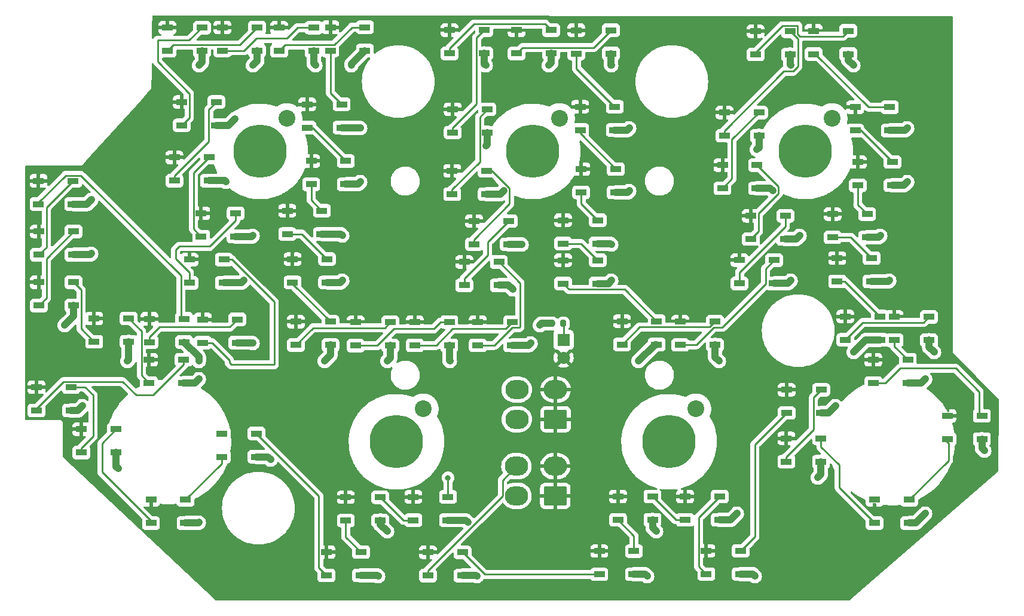
<source format=gbr>
%TF.GenerationSoftware,KiCad,Pcbnew,(6.0.9)*%
%TF.CreationDate,2023-04-01T13:50:37-08:00*%
%TF.ProjectId,INTR LT PANEL,494e5452-204c-4542-9050-414e454c2e6b,3*%
%TF.SameCoordinates,Original*%
%TF.FileFunction,Copper,L1,Top*%
%TF.FilePolarity,Positive*%
%FSLAX46Y46*%
G04 Gerber Fmt 4.6, Leading zero omitted, Abs format (unit mm)*
G04 Created by KiCad (PCBNEW (6.0.9)) date 2023-04-01 13:50:37*
%MOMM*%
%LPD*%
G01*
G04 APERTURE LIST*
G04 Aperture macros list*
%AMRoundRect*
0 Rectangle with rounded corners*
0 $1 Rounding radius*
0 $2 $3 $4 $5 $6 $7 $8 $9 X,Y pos of 4 corners*
0 Add a 4 corners polygon primitive as box body*
4,1,4,$2,$3,$4,$5,$6,$7,$8,$9,$2,$3,0*
0 Add four circle primitives for the rounded corners*
1,1,$1+$1,$2,$3*
1,1,$1+$1,$4,$5*
1,1,$1+$1,$6,$7*
1,1,$1+$1,$8,$9*
0 Add four rect primitives between the rounded corners*
20,1,$1+$1,$2,$3,$4,$5,0*
20,1,$1+$1,$4,$5,$6,$7,0*
20,1,$1+$1,$6,$7,$8,$9,0*
20,1,$1+$1,$8,$9,$2,$3,0*%
G04 Aperture macros list end*
%TA.AperFunction,WasherPad*%
%ADD10C,7.540752*%
%TD*%
%TA.AperFunction,WasherPad*%
%ADD11C,2.381250*%
%TD*%
%TA.AperFunction,SMDPad,CuDef*%
%ADD12R,1.500000X0.900000*%
%TD*%
%TA.AperFunction,SMDPad,CuDef*%
%ADD13RoundRect,0.200000X0.200000X0.275000X-0.200000X0.275000X-0.200000X-0.275000X0.200000X-0.275000X0*%
%TD*%
%TA.AperFunction,ComponentPad*%
%ADD14R,1.800000X1.800000*%
%TD*%
%TA.AperFunction,ComponentPad*%
%ADD15C,1.800000*%
%TD*%
%TA.AperFunction,ComponentPad*%
%ADD16RoundRect,0.250001X1.399999X-1.099999X1.399999X1.099999X-1.399999X1.099999X-1.399999X-1.099999X0*%
%TD*%
%TA.AperFunction,ComponentPad*%
%ADD17O,3.300000X2.700000*%
%TD*%
%TA.AperFunction,ViaPad*%
%ADD18C,0.800000*%
%TD*%
%TA.AperFunction,Conductor*%
%ADD19C,1.000000*%
%TD*%
%TA.AperFunction,Conductor*%
%ADD20C,0.250000*%
%TD*%
G04 APERTURE END LIST*
D10*
%TO.P,4,*%
%TO.N,*%
X92760800Y-107950000D03*
D11*
X96536722Y-103287124D03*
%TD*%
D10*
%TO.P,9,*%
%TO.N,*%
X73456800Y-66802000D03*
D11*
X77232722Y-62139124D03*
%TD*%
D10*
%TO.P,8,*%
%TO.N,*%
X112064800Y-66802000D03*
D11*
X115840722Y-62139124D03*
%TD*%
D10*
%TO.P,7,*%
%TO.N,*%
X150672800Y-66802000D03*
D11*
X154448722Y-62139124D03*
%TD*%
D10*
%TO.P,3,*%
%TO.N,*%
X131368800Y-107950000D03*
D11*
X135144722Y-103287124D03*
%TD*%
D12*
%TO.P,D50,1,VDD*%
%TO.N,/LED+5V*%
X151830000Y-49708800D03*
%TO.P,D50,2,DOUT*%
%TO.N,Net-(D50-Pad2)*%
X151830000Y-53008800D03*
%TO.P,D50,3,VSS*%
%TO.N,/LEDGND*%
X156730000Y-53008800D03*
%TO.P,D50,4,DIN*%
%TO.N,Net-(D49-Pad2)*%
X156730000Y-49708800D03*
%TD*%
%TO.P,D49,1,VDD*%
%TO.N,/LED+5V*%
X143600000Y-49759600D03*
%TO.P,D49,2,DOUT*%
%TO.N,Net-(D49-Pad2)*%
X143600000Y-53059600D03*
%TO.P,D49,3,VSS*%
%TO.N,/LEDGND*%
X148500000Y-53059600D03*
%TO.P,D49,4,DIN*%
%TO.N,Net-(D48-Pad2)*%
X148500000Y-49759600D03*
%TD*%
%TO.P,D38,1,VDD*%
%TO.N,/LED+5V*%
X118237000Y-49632800D03*
%TO.P,D38,2,DOUT*%
%TO.N,Net-(D38-Pad2)*%
X118237000Y-52932800D03*
%TO.P,D38,3,VSS*%
%TO.N,/LEDGND*%
X123137000Y-52932800D03*
%TO.P,D38,4,DIN*%
%TO.N,Net-(D37-Pad2)*%
X123137000Y-49632800D03*
%TD*%
%TO.P,D37,1,VDD*%
%TO.N,/LED+5V*%
X109781000Y-49607000D03*
%TO.P,D37,2,DOUT*%
%TO.N,Net-(D37-Pad2)*%
X109781000Y-52907000D03*
%TO.P,D37,3,VSS*%
%TO.N,/LEDGND*%
X114681000Y-52907000D03*
%TO.P,D37,4,DIN*%
%TO.N,Net-(D36-Pad2)*%
X114681000Y-49607000D03*
%TD*%
%TO.P,D36,1,VDD*%
%TO.N,/LED+5V*%
X100279000Y-49607000D03*
%TO.P,D36,2,DOUT*%
%TO.N,Net-(D36-Pad2)*%
X100279000Y-52907000D03*
%TO.P,D36,3,VSS*%
%TO.N,/LEDGND*%
X105179000Y-52907000D03*
%TO.P,D36,4,DIN*%
%TO.N,Net-(D35-Pad2)*%
X105179000Y-49607000D03*
%TD*%
%TO.P,D23,1,VDD*%
%TO.N,/LED+5V*%
X83390400Y-49200600D03*
%TO.P,D23,2,DOUT*%
%TO.N,Net-(D23-Pad2)*%
X83390400Y-52500600D03*
%TO.P,D23,3,VSS*%
%TO.N,/LEDGND*%
X88290400Y-52500600D03*
%TO.P,D23,4,DIN*%
%TO.N,Net-(D22-Pad2)*%
X88290400Y-49200600D03*
%TD*%
%TO.P,D22,1,VDD*%
%TO.N,/LED+5V*%
X76126000Y-49251800D03*
%TO.P,D22,2,DOUT*%
%TO.N,Net-(D22-Pad2)*%
X76126000Y-52551800D03*
%TO.P,D22,3,VSS*%
%TO.N,/LEDGND*%
X81026000Y-52551800D03*
%TO.P,D22,4,DIN*%
%TO.N,Net-(D21-Pad2)*%
X81026000Y-49251800D03*
%TD*%
%TO.P,D21,1,VDD*%
%TO.N,/LED+5V*%
X68122800Y-49226000D03*
%TO.P,D21,2,DOUT*%
%TO.N,Net-(D21-Pad2)*%
X68122800Y-52526000D03*
%TO.P,D21,3,VSS*%
%TO.N,/LEDGND*%
X73022800Y-52526000D03*
%TO.P,D21,4,DIN*%
%TO.N,Net-(D20-Pad2)*%
X73022800Y-49226000D03*
%TD*%
%TO.P,D20,1,VDD*%
%TO.N,/LED+5V*%
X60299600Y-49251400D03*
%TO.P,D20,2,DOUT*%
%TO.N,Net-(D20-Pad2)*%
X60299600Y-52551400D03*
%TO.P,D20,3,VSS*%
%TO.N,/LEDGND*%
X65199600Y-52551400D03*
%TO.P,D20,4,DIN*%
%TO.N,Net-(D19-Pad2)*%
X65199600Y-49251400D03*
%TD*%
%TO.P,D13,1,VDD*%
%TO.N,/LED+5V*%
X42064600Y-70968400D03*
%TO.P,D13,2,DOUT*%
%TO.N,Net-(D13-Pad2)*%
X42064600Y-74268400D03*
%TO.P,D13,3,VSS*%
%TO.N,/LEDGND*%
X46964600Y-74268400D03*
%TO.P,D13,4,DIN*%
%TO.N,Net-(D12-Pad2)*%
X46964600Y-70968400D03*
%TD*%
%TO.P,D12,1,VDD*%
%TO.N,/LED+5V*%
X42127000Y-78131400D03*
%TO.P,D12,2,DOUT*%
%TO.N,Net-(D12-Pad2)*%
X42127000Y-81431400D03*
%TO.P,D12,3,VSS*%
%TO.N,/LEDGND*%
X47027000Y-81431400D03*
%TO.P,D12,4,DIN*%
%TO.N,Net-(D11-Pad2)*%
X47027000Y-78131400D03*
%TD*%
%TO.P,D11,1,VDD*%
%TO.N,/LED+5V*%
X42115400Y-85344800D03*
%TO.P,D11,2,DOUT*%
%TO.N,Net-(D11-Pad2)*%
X42115400Y-88644800D03*
%TO.P,D11,3,VSS*%
%TO.N,/LEDGND*%
X47015400Y-88644800D03*
%TO.P,D11,4,DIN*%
%TO.N,Net-(D10-Pad2)*%
X47015400Y-85344800D03*
%TD*%
%TO.P,D8,1,VDD*%
%TO.N,/LED+5V*%
X41759800Y-100204000D03*
%TO.P,D8,2,DOUT*%
%TO.N,Net-(D8-Pad2)*%
X41759800Y-103504000D03*
%TO.P,D8,3,VSS*%
%TO.N,/LEDGND*%
X46659800Y-103504000D03*
%TO.P,D8,4,DIN*%
%TO.N,Net-(D7-Pad2)*%
X46659800Y-100204000D03*
%TD*%
%TO.P,D10,1,VDD*%
%TO.N,/LED+5V*%
X49936400Y-90475600D03*
%TO.P,D10,2,DOUT*%
%TO.N,Net-(D10-Pad2)*%
X49936400Y-93775600D03*
%TO.P,D10,3,VSS*%
%TO.N,/LEDGND*%
X54836400Y-93775600D03*
%TO.P,D10,4,DIN*%
%TO.N,Net-(D10-Pad4)*%
X54836400Y-90475600D03*
%TD*%
%TO.P,D14,1,VDD*%
%TO.N,/LED+5V*%
X57785000Y-90526400D03*
%TO.P,D14,2,DOUT*%
%TO.N,Net-(D14-Pad2)*%
X57785000Y-93826400D03*
%TO.P,D14,3,VSS*%
%TO.N,/LEDGND*%
X62685000Y-93826400D03*
%TO.P,D14,4,DIN*%
%TO.N,Net-(D13-Pad2)*%
X62685000Y-90526400D03*
%TD*%
%TO.P,D15,1,VDD*%
%TO.N,/LED+5V*%
X65331000Y-90602600D03*
%TO.P,D15,2,DOUT*%
%TO.N,Net-(D15-Pad2)*%
X65331000Y-93902600D03*
%TO.P,D15,3,VSS*%
%TO.N,/LEDGND*%
X70231000Y-93902600D03*
%TO.P,D15,4,DIN*%
%TO.N,Net-(D14-Pad2)*%
X70231000Y-90602600D03*
%TD*%
%TO.P,D16,1,VDD*%
%TO.N,/LED+5V*%
X63423800Y-82119000D03*
%TO.P,D16,2,DOUT*%
%TO.N,Net-(D16-Pad2)*%
X63423800Y-85419000D03*
%TO.P,D16,3,VSS*%
%TO.N,/LEDGND*%
X68323800Y-85419000D03*
%TO.P,D16,4,DIN*%
%TO.N,Net-(D15-Pad2)*%
X68323800Y-82119000D03*
%TD*%
%TO.P,D17,1,VDD*%
%TO.N,/LED+5V*%
X65088600Y-75566000D03*
%TO.P,D17,2,DOUT*%
%TO.N,Net-(D17-Pad2)*%
X65088600Y-78866000D03*
%TO.P,D17,3,VSS*%
%TO.N,/LEDGND*%
X69988600Y-78866000D03*
%TO.P,D17,4,DIN*%
%TO.N,Net-(D16-Pad2)*%
X69988600Y-75566000D03*
%TD*%
%TO.P,D26,1,VDD*%
%TO.N,/LED+5V*%
X77292200Y-75210200D03*
%TO.P,D26,2,DOUT*%
%TO.N,Net-(D26-Pad2)*%
X77292200Y-78510200D03*
%TO.P,D26,3,VSS*%
%TO.N,/LEDGND*%
X82192200Y-78510200D03*
%TO.P,D26,4,DIN*%
%TO.N,Net-(D25-Pad2)*%
X82192200Y-75210200D03*
%TD*%
%TO.P,D27,1,VDD*%
%TO.N,/LED+5V*%
X78042600Y-82068400D03*
%TO.P,D27,2,DOUT*%
%TO.N,Net-(D27-Pad2)*%
X78042600Y-85368400D03*
%TO.P,D27,3,VSS*%
%TO.N,/LEDGND*%
X82942600Y-85368400D03*
%TO.P,D27,4,DIN*%
%TO.N,Net-(D26-Pad2)*%
X82942600Y-82068400D03*
%TD*%
%TO.P,D28,1,VDD*%
%TO.N,/LED+5V*%
X78499800Y-90933000D03*
%TO.P,D28,2,DOUT*%
%TO.N,Net-(D28-Pad2)*%
X78499800Y-94233000D03*
%TO.P,D28,3,VSS*%
%TO.N,/LEDGND*%
X83399800Y-94233000D03*
%TO.P,D28,4,DIN*%
%TO.N,Net-(D27-Pad2)*%
X83399800Y-90933000D03*
%TD*%
%TO.P,D29,1,VDD*%
%TO.N,/LED+5V*%
X86997200Y-91009000D03*
%TO.P,D29,2,DOUT*%
%TO.N,Net-(D29-Pad2)*%
X86997200Y-94309000D03*
%TO.P,D29,3,VSS*%
%TO.N,/LEDGND*%
X91897200Y-94309000D03*
%TO.P,D29,4,DIN*%
%TO.N,Net-(D28-Pad2)*%
X91897200Y-91009000D03*
%TD*%
%TO.P,D30,1,VDD*%
%TO.N,/LED+5V*%
X95340000Y-90983800D03*
%TO.P,D30,2,DOUT*%
%TO.N,Net-(D30-Pad2)*%
X95340000Y-94283800D03*
%TO.P,D30,3,VSS*%
%TO.N,/LEDGND*%
X100240000Y-94283800D03*
%TO.P,D30,4,DIN*%
%TO.N,Net-(D29-Pad2)*%
X100240000Y-90983800D03*
%TD*%
%TO.P,D31,1,VDD*%
%TO.N,/LED+5V*%
X104281000Y-90983800D03*
%TO.P,D31,2,DOUT*%
%TO.N,Net-(D31-Pad2)*%
X104281000Y-94283800D03*
%TO.P,D31,3,VSS*%
%TO.N,/LEDGND*%
X109181000Y-94283800D03*
%TO.P,D31,4,DIN*%
%TO.N,Net-(D30-Pad2)*%
X109181000Y-90983800D03*
%TD*%
%TO.P,D32,1,VDD*%
%TO.N,/LED+5V*%
X102362000Y-82449200D03*
%TO.P,D32,2,DOUT*%
%TO.N,Net-(D32-Pad2)*%
X102362000Y-85749200D03*
%TO.P,D32,3,VSS*%
%TO.N,/LEDGND*%
X107262000Y-85749200D03*
%TO.P,D32,4,DIN*%
%TO.N,Net-(D31-Pad2)*%
X107262000Y-82449200D03*
%TD*%
%TO.P,D33,1,VDD*%
%TO.N,/LED+5V*%
X103761000Y-76658000D03*
%TO.P,D33,2,DOUT*%
%TO.N,Net-(D33-Pad2)*%
X103761000Y-79958000D03*
%TO.P,D33,3,VSS*%
%TO.N,/LEDGND*%
X108661000Y-79958000D03*
%TO.P,D33,4,DIN*%
%TO.N,Net-(D32-Pad2)*%
X108661000Y-76658000D03*
%TD*%
%TO.P,D41,1,VDD*%
%TO.N,/LED+5V*%
X116371000Y-76556600D03*
%TO.P,D41,2,DOUT*%
%TO.N,Net-(D41-Pad2)*%
X116371000Y-79856600D03*
%TO.P,D41,3,VSS*%
%TO.N,/LEDGND*%
X121271000Y-79856600D03*
%TO.P,D41,4,DIN*%
%TO.N,Net-(D40-Pad2)*%
X121271000Y-76556600D03*
%TD*%
%TO.P,D42,1,VDD*%
%TO.N,/LED+5V*%
X116360000Y-82221000D03*
%TO.P,D42,2,DOUT*%
%TO.N,Net-(D42-Pad2)*%
X116360000Y-85521000D03*
%TO.P,D42,3,VSS*%
%TO.N,/LEDGND*%
X121260000Y-85521000D03*
%TO.P,D42,4,DIN*%
%TO.N,Net-(D41-Pad2)*%
X121260000Y-82221000D03*
%TD*%
%TO.P,D43,1,VDD*%
%TO.N,/LED+5V*%
X124702000Y-90856800D03*
%TO.P,D43,2,DOUT*%
%TO.N,Net-(D43-Pad2)*%
X124702000Y-94156800D03*
%TO.P,D43,3,VSS*%
%TO.N,/LEDGND*%
X129602000Y-94156800D03*
%TO.P,D43,4,DIN*%
%TO.N,Net-(D42-Pad2)*%
X129602000Y-90856800D03*
%TD*%
%TO.P,D44,1,VDD*%
%TO.N,/LED+5V*%
X132971000Y-90907400D03*
%TO.P,D44,2,DOUT*%
%TO.N,Net-(D44-Pad2)*%
X132971000Y-94207400D03*
%TO.P,D44,3,VSS*%
%TO.N,/LEDGND*%
X137871000Y-94207400D03*
%TO.P,D44,4,DIN*%
%TO.N,Net-(D43-Pad2)*%
X137871000Y-90907400D03*
%TD*%
%TO.P,D45,1,VDD*%
%TO.N,/LED+5V*%
X141351000Y-82195200D03*
%TO.P,D45,2,DOUT*%
%TO.N,Net-(D45-Pad2)*%
X141351000Y-85495200D03*
%TO.P,D45,3,VSS*%
%TO.N,/LEDGND*%
X146251000Y-85495200D03*
%TO.P,D45,4,DIN*%
%TO.N,Net-(D44-Pad2)*%
X146251000Y-82195200D03*
%TD*%
%TO.P,D46,1,VDD*%
%TO.N,/LED+5V*%
X142953000Y-75921400D03*
%TO.P,D46,2,DOUT*%
%TO.N,Net-(D46-Pad2)*%
X142953000Y-79221400D03*
%TO.P,D46,3,VSS*%
%TO.N,/LEDGND*%
X147853000Y-79221400D03*
%TO.P,D46,4,DIN*%
%TO.N,Net-(D45-Pad2)*%
X147853000Y-75921400D03*
%TD*%
%TO.P,D53,1,VDD*%
%TO.N,/LED+5V*%
X154522000Y-75667600D03*
%TO.P,D53,2,DOUT*%
%TO.N,Net-(D53-Pad2)*%
X154522000Y-78967600D03*
%TO.P,D53,3,VSS*%
%TO.N,/LEDGND*%
X159422000Y-78967600D03*
%TO.P,D53,4,DIN*%
%TO.N,Net-(D52-Pad2)*%
X159422000Y-75667600D03*
%TD*%
%TO.P,D54,1,VDD*%
%TO.N,/LED+5V*%
X155171000Y-81915800D03*
%TO.P,D54,2,DOUT*%
%TO.N,Net-(D54-Pad2)*%
X155171000Y-85215800D03*
%TO.P,D54,3,VSS*%
%TO.N,/LEDGND*%
X160071000Y-85215800D03*
%TO.P,D54,4,DIN*%
%TO.N,Net-(D53-Pad2)*%
X160071000Y-81915800D03*
%TD*%
%TO.P,D55,1,VDD*%
%TO.N,/LED+5V*%
X156339000Y-90196200D03*
%TO.P,D55,2,DOUT*%
%TO.N,Net-(D55-Pad2)*%
X156339000Y-93496200D03*
%TO.P,D55,3,VSS*%
%TO.N,/LEDGND*%
X161239000Y-93496200D03*
%TO.P,D55,4,DIN*%
%TO.N,Net-(D54-Pad2)*%
X161239000Y-90196200D03*
%TD*%
%TO.P,D56,1,VDD*%
%TO.N,/LED+5V*%
X163299000Y-90247400D03*
%TO.P,D56,2,DOUT*%
%TO.N,Net-(D56-Pad2)*%
X163299000Y-93547400D03*
%TO.P,D56,3,VSS*%
%TO.N,/LEDGND*%
X168199000Y-93547400D03*
%TO.P,D56,4,DIN*%
%TO.N,Net-(D55-Pad2)*%
X168199000Y-90247400D03*
%TD*%
%TO.P,D57,1,VDD*%
%TO.N,/LED+5V*%
X160276000Y-96317600D03*
%TO.P,D57,2,DOUT*%
%TO.N,Net-(D57-Pad2)*%
X160276000Y-99617600D03*
%TO.P,D57,3,VSS*%
%TO.N,/LEDGND*%
X165176000Y-99617600D03*
%TO.P,D57,4,DIN*%
%TO.N,Net-(D56-Pad2)*%
X165176000Y-96317600D03*
%TD*%
%TO.P,D58,1,VDD*%
%TO.N,/LED+5V*%
X170778000Y-104268000D03*
%TO.P,D58,2,DOUT*%
%TO.N,Net-(D58-Pad2)*%
X170778000Y-107568000D03*
%TO.P,D58,3,VSS*%
%TO.N,/LEDGND*%
X175678000Y-107568000D03*
%TO.P,D58,4,DIN*%
%TO.N,Net-(D57-Pad2)*%
X175678000Y-104268000D03*
%TD*%
%TO.P,D59,1,VDD*%
%TO.N,/LED+5V*%
X160466000Y-116155000D03*
%TO.P,D59,2,DOUT*%
%TO.N,Net-(D59-Pad2)*%
X160466000Y-119455000D03*
%TO.P,D59,3,VSS*%
%TO.N,/LEDGND*%
X165366000Y-119455000D03*
%TO.P,D59,4,DIN*%
%TO.N,Net-(D58-Pad2)*%
X165366000Y-116155000D03*
%TD*%
%TO.P,D60,1,VDD*%
%TO.N,/LED+5V*%
X147983000Y-107469000D03*
%TO.P,D60,2,DOUT*%
%TO.N,Net-(D60-Pad2)*%
X147983000Y-110769000D03*
%TO.P,D60,3,VSS*%
%TO.N,/LEDGND*%
X152883000Y-110769000D03*
%TO.P,D60,4,DIN*%
%TO.N,Net-(D59-Pad2)*%
X152883000Y-107469000D03*
%TD*%
%TO.P,D61,1,VDD*%
%TO.N,/LED+5V*%
X148008000Y-100560000D03*
%TO.P,D61,2,DOUT*%
%TO.N,Net-(D61-Pad2)*%
X148008000Y-103860000D03*
%TO.P,D61,3,VSS*%
%TO.N,/LEDGND*%
X152908000Y-103860000D03*
%TO.P,D61,4,DIN*%
%TO.N,Net-(D60-Pad2)*%
X152908000Y-100560000D03*
%TD*%
%TO.P,D62,1,VDD*%
%TO.N,/LED+5V*%
X136629000Y-123394000D03*
%TO.P,D62,2,DOUT*%
%TO.N,Net-(D62-Pad2)*%
X136629000Y-126694000D03*
%TO.P,D62,3,VSS*%
%TO.N,/LEDGND*%
X141529000Y-126694000D03*
%TO.P,D62,4,DIN*%
%TO.N,Net-(D61-Pad2)*%
X141529000Y-123394000D03*
%TD*%
%TO.P,D63,1,VDD*%
%TO.N,/LED+5V*%
X133625000Y-115698000D03*
%TO.P,D63,2,DOUT*%
%TO.N,Net-(D63-Pad2)*%
X133625000Y-118998000D03*
%TO.P,D63,3,VSS*%
%TO.N,/LEDGND*%
X138525000Y-118998000D03*
%TO.P,D63,4,DIN*%
%TO.N,Net-(D62-Pad2)*%
X138525000Y-115698000D03*
%TD*%
%TO.P,D64,1,VDD*%
%TO.N,/LED+5V*%
X124125000Y-115698000D03*
%TO.P,D64,2,DOUT*%
%TO.N,Net-(D64-Pad2)*%
X124125000Y-118998000D03*
%TO.P,D64,3,VSS*%
%TO.N,/LEDGND*%
X129025000Y-118998000D03*
%TO.P,D64,4,DIN*%
%TO.N,Net-(D63-Pad2)*%
X129025000Y-115698000D03*
%TD*%
%TO.P,D65,1,VDD*%
%TO.N,/LED+5V*%
X121490000Y-123419000D03*
%TO.P,D65,2,DOUT*%
%TO.N,Net-(D65-Pad2)*%
X121490000Y-126719000D03*
%TO.P,D65,3,VSS*%
%TO.N,/LEDGND*%
X126390000Y-126719000D03*
%TO.P,D65,4,DIN*%
%TO.N,Net-(D64-Pad2)*%
X126390000Y-123419000D03*
%TD*%
%TO.P,D66,1,VDD*%
%TO.N,/LED+5V*%
X97208000Y-123597000D03*
%TO.P,D66,2,DOUT*%
%TO.N,/DATAOUT*%
X97208000Y-126897000D03*
%TO.P,D66,3,VSS*%
%TO.N,/LEDGND*%
X102108000Y-126897000D03*
%TO.P,D66,4,DIN*%
%TO.N,Net-(D65-Pad2)*%
X102108000Y-123597000D03*
%TD*%
%TO.P,D2,1,VDD*%
%TO.N,/LED+5V*%
X95150600Y-115749000D03*
%TO.P,D2,2,DOUT*%
%TO.N,Net-(D2-Pad2)*%
X95150600Y-119049000D03*
%TO.P,D2,3,VSS*%
%TO.N,/LEDGND*%
X100050600Y-119049000D03*
%TO.P,D2,4,DIN*%
%TO.N,/DATAIN*%
X100050600Y-115749000D03*
%TD*%
%TO.P,D3,1,VDD*%
%TO.N,/LED+5V*%
X85574800Y-115799000D03*
%TO.P,D3,2,DOUT*%
%TO.N,Net-(D3-Pad2)*%
X85574800Y-119099000D03*
%TO.P,D3,3,VSS*%
%TO.N,/LEDGND*%
X90474800Y-119099000D03*
%TO.P,D3,4,DIN*%
%TO.N,Net-(D2-Pad2)*%
X90474800Y-115799000D03*
%TD*%
%TO.P,D4,1,VDD*%
%TO.N,/LED+5V*%
X82831600Y-123572000D03*
%TO.P,D4,2,DOUT*%
%TO.N,Net-(D4-Pad2)*%
X82831600Y-126872000D03*
%TO.P,D4,3,VSS*%
%TO.N,/LEDGND*%
X87731600Y-126872000D03*
%TO.P,D4,4,DIN*%
%TO.N,Net-(D3-Pad2)*%
X87731600Y-123572000D03*
%TD*%
%TO.P,D5,1,VDD*%
%TO.N,/LED+5V*%
X68035000Y-106783000D03*
%TO.P,D5,2,DOUT*%
%TO.N,Net-(D5-Pad2)*%
X68035000Y-110083000D03*
%TO.P,D5,3,VSS*%
%TO.N,/LEDGND*%
X72935000Y-110083000D03*
%TO.P,D5,4,DIN*%
%TO.N,Net-(D4-Pad2)*%
X72935000Y-106783000D03*
%TD*%
%TO.P,D9,1,VDD*%
%TO.N,/LED+5V*%
X57711000Y-96317600D03*
%TO.P,D9,2,DOUT*%
%TO.N,Net-(D10-Pad4)*%
X57711000Y-99617600D03*
%TO.P,D9,3,VSS*%
%TO.N,/LEDGND*%
X62611000Y-99617600D03*
%TO.P,D9,4,DIN*%
%TO.N,Net-(D8-Pad2)*%
X62611000Y-96317600D03*
%TD*%
%TO.P,D7,1,VDD*%
%TO.N,/LED+5V*%
X48133000Y-106173000D03*
%TO.P,D7,2,DOUT*%
%TO.N,Net-(D7-Pad2)*%
X48133000Y-109473000D03*
%TO.P,D7,3,VSS*%
%TO.N,/LEDGND*%
X53033000Y-109473000D03*
%TO.P,D7,4,DIN*%
%TO.N,Net-(D6-Pad2)*%
X53033000Y-106173000D03*
%TD*%
%TO.P,D6,1,VDD*%
%TO.N,/LED+5V*%
X57990400Y-116155000D03*
%TO.P,D6,2,DOUT*%
%TO.N,Net-(D6-Pad2)*%
X57990400Y-119455000D03*
%TO.P,D6,3,VSS*%
%TO.N,/LEDGND*%
X62890400Y-119455000D03*
%TO.P,D6,4,DIN*%
%TO.N,Net-(D5-Pad2)*%
X62890400Y-116155000D03*
%TD*%
%TO.P,D18,1,VDD*%
%TO.N,/LED+5V*%
X61300000Y-67650000D03*
%TO.P,D18,2,DOUT*%
%TO.N,Net-(D18-Pad2)*%
X61300000Y-70950000D03*
%TO.P,D18,3,VSS*%
%TO.N,/LEDGND*%
X66200000Y-70950000D03*
%TO.P,D18,4,DIN*%
%TO.N,Net-(D17-Pad2)*%
X66200000Y-67650000D03*
%TD*%
%TO.P,D19,1,VDD*%
%TO.N,/LED+5V*%
X62350000Y-59800000D03*
%TO.P,D19,2,DOUT*%
%TO.N,Net-(D19-Pad2)*%
X62350000Y-63100000D03*
%TO.P,D19,3,VSS*%
%TO.N,/LEDGND*%
X67250000Y-63100000D03*
%TO.P,D19,4,DIN*%
%TO.N,Net-(D18-Pad2)*%
X67250000Y-59800000D03*
%TD*%
%TO.P,D24,1,VDD*%
%TO.N,/LED+5V*%
X80100000Y-60125000D03*
%TO.P,D24,2,DOUT*%
%TO.N,Net-(D24-Pad2)*%
X80100000Y-63425000D03*
%TO.P,D24,3,VSS*%
%TO.N,/LEDGND*%
X85000000Y-63425000D03*
%TO.P,D24,4,DIN*%
%TO.N,Net-(D23-Pad2)*%
X85000000Y-60125000D03*
%TD*%
%TO.P,D25,1,VDD*%
%TO.N,/LED+5V*%
X80675000Y-68150000D03*
%TO.P,D25,2,DOUT*%
%TO.N,Net-(D25-Pad2)*%
X80675000Y-71450000D03*
%TO.P,D25,3,VSS*%
%TO.N,/LEDGND*%
X85575000Y-71450000D03*
%TO.P,D25,4,DIN*%
%TO.N,Net-(D24-Pad2)*%
X85575000Y-68150000D03*
%TD*%
%TO.P,D34,1,VDD*%
%TO.N,/LED+5V*%
X100650000Y-69550000D03*
%TO.P,D34,2,DOUT*%
%TO.N,Net-(D34-Pad2)*%
X100650000Y-72850000D03*
%TO.P,D34,3,VSS*%
%TO.N,/LEDGND*%
X105550000Y-72850000D03*
%TO.P,D34,4,DIN*%
%TO.N,Net-(D33-Pad2)*%
X105550000Y-69550000D03*
%TD*%
%TO.P,D35,1,VDD*%
%TO.N,/LED+5V*%
X100725000Y-60825000D03*
%TO.P,D35,2,DOUT*%
%TO.N,Net-(D35-Pad2)*%
X100725000Y-64125000D03*
%TO.P,D35,3,VSS*%
%TO.N,/LEDGND*%
X105625000Y-64125000D03*
%TO.P,D35,4,DIN*%
%TO.N,Net-(D34-Pad2)*%
X105625000Y-60825000D03*
%TD*%
%TO.P,D39,1,VDD*%
%TO.N,/LED+5V*%
X118775000Y-60475000D03*
%TO.P,D39,2,DOUT*%
%TO.N,Net-(D39-Pad2)*%
X118775000Y-63775000D03*
%TO.P,D39,3,VSS*%
%TO.N,/LEDGND*%
X123675000Y-63775000D03*
%TO.P,D39,4,DIN*%
%TO.N,Net-(D38-Pad2)*%
X123675000Y-60475000D03*
%TD*%
%TO.P,D40,1,VDD*%
%TO.N,/LED+5V*%
X118925000Y-69300000D03*
%TO.P,D40,2,DOUT*%
%TO.N,Net-(D40-Pad2)*%
X118925000Y-72600000D03*
%TO.P,D40,3,VSS*%
%TO.N,/LEDGND*%
X123825000Y-72600000D03*
%TO.P,D40,4,DIN*%
%TO.N,Net-(D39-Pad2)*%
X123825000Y-69300000D03*
%TD*%
%TO.P,D47,1,VDD*%
%TO.N,/LED+5V*%
X138925000Y-68725000D03*
%TO.P,D47,2,DOUT*%
%TO.N,Net-(D47-Pad2)*%
X138925000Y-72025000D03*
%TO.P,D47,3,VSS*%
%TO.N,/LEDGND*%
X143825000Y-72025000D03*
%TO.P,D47,4,DIN*%
%TO.N,Net-(D46-Pad2)*%
X143825000Y-68725000D03*
%TD*%
%TO.P,D48,1,VDD*%
%TO.N,/LED+5V*%
X139200000Y-61275000D03*
%TO.P,D48,2,DOUT*%
%TO.N,Net-(D48-Pad2)*%
X139200000Y-64575000D03*
%TO.P,D48,3,VSS*%
%TO.N,/LEDGND*%
X144100000Y-64575000D03*
%TO.P,D48,4,DIN*%
%TO.N,Net-(D47-Pad2)*%
X144100000Y-61275000D03*
%TD*%
%TO.P,D51,1,VDD*%
%TO.N,/LED+5V*%
X157725000Y-60525000D03*
%TO.P,D51,2,DOUT*%
%TO.N,Net-(D51-Pad2)*%
X157725000Y-63825000D03*
%TO.P,D51,3,VSS*%
%TO.N,/LEDGND*%
X162625000Y-63825000D03*
%TO.P,D51,4,DIN*%
%TO.N,Net-(D50-Pad2)*%
X162625000Y-60525000D03*
%TD*%
%TO.P,D52,1,VDD*%
%TO.N,/LED+5V*%
X158100000Y-68300000D03*
%TO.P,D52,2,DOUT*%
%TO.N,Net-(D52-Pad2)*%
X158100000Y-71600000D03*
%TO.P,D52,3,VSS*%
%TO.N,/LEDGND*%
X163000000Y-71600000D03*
%TO.P,D52,4,DIN*%
%TO.N,Net-(D51-Pad2)*%
X163000000Y-68300000D03*
%TD*%
D13*
%TO.P,R1,1*%
%TO.N,Net-(D1-Pad1)*%
X116395000Y-91186000D03*
%TO.P,R1,2*%
%TO.N,/LEDGND*%
X114745000Y-91186000D03*
%TD*%
D14*
%TO.P,D1,1,K*%
%TO.N,Net-(D1-Pad1)*%
X116434000Y-93497400D03*
D15*
%TO.P,D1,2,A*%
%TO.N,/LED+5V*%
X116434000Y-96037400D03*
%TD*%
D16*
%TO.P,J1,1,Pin_1*%
%TO.N,/LED+5V*%
X115300000Y-104750000D03*
D17*
%TO.P,J1,2,Pin_2*%
X115300000Y-100550000D03*
%TO.P,J1,3,Pin_3*%
%TO.N,/LEDGND*%
X109800000Y-104750000D03*
%TO.P,J1,4,Pin_4*%
%TO.N,/DATAIN*%
X109800000Y-100550000D03*
%TD*%
D16*
%TO.P,J2,1,Pin_1*%
%TO.N,/LED+5V*%
X115250000Y-115600000D03*
D17*
%TO.P,J2,2,Pin_2*%
X115250000Y-111400000D03*
%TO.P,J2,3,Pin_3*%
%TO.N,/LEDGND*%
X109750000Y-115600000D03*
%TO.P,J2,4,Pin_4*%
%TO.N,/DATAOUT*%
X109750000Y-111400000D03*
%TD*%
D18*
%TO.N,/LEDGND*%
X64770000Y-99060000D03*
X110490000Y-80010000D03*
X157480000Y-95250000D03*
X127000000Y-96520000D03*
X91440000Y-120650000D03*
X49530000Y-73660000D03*
X49530000Y-81280000D03*
X128270000Y-127000000D03*
X146050000Y-72390000D03*
X69850000Y-62230000D03*
X165100000Y-71120000D03*
X114300000Y-54610000D03*
X123190000Y-85090000D03*
X167640000Y-118110000D03*
X125730000Y-72390000D03*
X129540000Y-120650000D03*
X64770000Y-96520000D03*
X149860000Y-78740000D03*
X72390000Y-93980000D03*
X85090000Y-78740000D03*
X152400000Y-113030000D03*
X165100000Y-63500000D03*
X72390000Y-54610000D03*
X111760000Y-93980000D03*
X154940000Y-102870000D03*
X104140000Y-127000000D03*
X91440000Y-96520000D03*
X109220000Y-86360000D03*
X176022000Y-109220000D03*
X167640000Y-99060000D03*
X45720000Y-91440000D03*
X72390000Y-78740000D03*
X107950000Y-72390000D03*
X64770000Y-119380000D03*
X148590000Y-85090000D03*
X148590000Y-54610000D03*
X143510000Y-127000000D03*
X123190000Y-80010000D03*
X157480000Y-54610000D03*
X68580000Y-71120000D03*
X105410000Y-54610000D03*
X85090000Y-85090000D03*
X87630000Y-71120000D03*
X53340000Y-111760000D03*
X100330000Y-96520000D03*
X125730000Y-63500000D03*
X87630000Y-63500000D03*
X161290000Y-78740000D03*
X82550000Y-96520000D03*
X168910000Y-95250000D03*
X140970000Y-118110000D03*
X74930000Y-110490000D03*
X71120000Y-85090000D03*
X90170000Y-127000000D03*
X48260000Y-102870000D03*
X113030000Y-91440000D03*
X143764000Y-66548000D03*
X54610000Y-96520000D03*
X123190000Y-54610000D03*
X105410000Y-66040000D03*
X86360000Y-54610000D03*
X162560000Y-85090000D03*
X138430000Y-96520000D03*
X81280000Y-54610000D03*
X102870000Y-119380000D03*
X64770000Y-54610000D03*
%TO.N,/LED+5V*%
X136398000Y-83820000D03*
%TO.N,/DATAIN*%
X100050600Y-113055400D03*
%TD*%
D19*
%TO.N,/LEDGND*%
X114681000Y-54229000D02*
X114300000Y-54610000D01*
X53033000Y-111453000D02*
X53340000Y-111760000D01*
X137871000Y-95961000D02*
X138430000Y-96520000D01*
X87300000Y-71450000D02*
X87630000Y-71120000D01*
X111456200Y-94283800D02*
X111760000Y-93980000D01*
X73022800Y-52526000D02*
X73022800Y-53977200D01*
X114681000Y-52907000D02*
X114681000Y-54229000D01*
X168199000Y-94539000D02*
X168910000Y-95250000D01*
X91897200Y-94309000D02*
X91897200Y-96062800D01*
X176022000Y-109220000D02*
X175678000Y-108876000D01*
X152883000Y-110769000D02*
X152883000Y-112547000D01*
X64770000Y-95911400D02*
X64770000Y-96520000D01*
X175678000Y-108876000D02*
X175678000Y-107568000D01*
X129025000Y-118998000D02*
X129025000Y-120135000D01*
X105625000Y-65825000D02*
X105410000Y-66040000D01*
X146251000Y-85495200D02*
X148184800Y-85495200D01*
X64212400Y-99617600D02*
X64770000Y-99060000D01*
X102539000Y-119049000D02*
X102870000Y-119380000D01*
X69988600Y-78866000D02*
X72264000Y-78866000D01*
X123675000Y-63775000D02*
X125455000Y-63775000D01*
X149378600Y-79221400D02*
X149860000Y-78740000D01*
X148500000Y-54520000D02*
X148590000Y-54610000D01*
X46964600Y-74268400D02*
X48921600Y-74268400D01*
X123825000Y-72600000D02*
X125520000Y-72600000D01*
X70791000Y-85419000D02*
X71120000Y-85090000D01*
X68323800Y-85419000D02*
X70791000Y-85419000D01*
X167082400Y-99617600D02*
X167640000Y-99060000D01*
X152908000Y-103860000D02*
X153950000Y-103860000D01*
X74523000Y-110083000D02*
X74930000Y-110490000D01*
X164775000Y-63825000D02*
X165100000Y-63500000D01*
X62685000Y-93826400D02*
X64770000Y-95911400D01*
X144100000Y-64575000D02*
X144100000Y-66212000D01*
X143204000Y-126694000D02*
X143510000Y-127000000D01*
X129363200Y-94156800D02*
X127000000Y-96520000D01*
X110438000Y-79958000D02*
X110490000Y-80010000D01*
X53033000Y-109473000D02*
X53033000Y-111453000D01*
X141529000Y-126694000D02*
X143204000Y-126694000D01*
X83399800Y-94233000D02*
X83399800Y-95670200D01*
X152883000Y-112547000D02*
X152400000Y-113030000D01*
X163000000Y-71600000D02*
X164620000Y-71600000D01*
X137871000Y-94207400D02*
X137871000Y-95961000D01*
X100240000Y-94283800D02*
X100240000Y-96430000D01*
X66200000Y-70950000D02*
X68410000Y-70950000D01*
X72264000Y-78866000D02*
X72390000Y-78740000D01*
X90474800Y-119684800D02*
X91440000Y-120650000D01*
X84811600Y-85368400D02*
X85090000Y-85090000D01*
X161239000Y-93496200D02*
X159233800Y-93496200D01*
X159422000Y-78967600D02*
X161062400Y-78967600D01*
X73022800Y-53977200D02*
X72390000Y-54610000D01*
X164620000Y-71600000D02*
X165100000Y-71120000D01*
X123137000Y-54557000D02*
X123190000Y-54610000D01*
X148500000Y-53059600D02*
X148500000Y-54520000D01*
X165176000Y-99617600D02*
X167082400Y-99617600D01*
X62611000Y-99617600D02*
X64212400Y-99617600D01*
X54836400Y-93775600D02*
X54836400Y-96293600D01*
X121271000Y-79856600D02*
X123036600Y-79856600D01*
X82942600Y-85368400D02*
X84811600Y-85368400D01*
X65199600Y-52551400D02*
X65199600Y-54180400D01*
X90042000Y-126872000D02*
X90170000Y-127000000D01*
X166295000Y-119455000D02*
X167640000Y-118110000D01*
X127989000Y-126719000D02*
X128270000Y-127000000D01*
X47626000Y-103504000D02*
X48260000Y-102870000D01*
X54836400Y-96293600D02*
X54610000Y-96520000D01*
X113284000Y-91186000D02*
X113030000Y-91440000D01*
X114745000Y-91186000D02*
X113284000Y-91186000D01*
X165366000Y-119455000D02*
X166295000Y-119455000D01*
X121260000Y-85521000D02*
X122759000Y-85521000D01*
X49378600Y-81431400D02*
X49530000Y-81280000D01*
X83399800Y-95670200D02*
X82550000Y-96520000D01*
X84860200Y-78510200D02*
X85090000Y-78740000D01*
X64695000Y-119455000D02*
X64770000Y-119380000D01*
X48921600Y-74268400D02*
X49530000Y-73660000D01*
X90474800Y-119099000D02*
X90474800Y-119684800D01*
X129602000Y-94156800D02*
X129363200Y-94156800D01*
X108609200Y-85749200D02*
X109220000Y-86360000D01*
X100050600Y-119049000D02*
X102539000Y-119049000D01*
X147853000Y-79221400D02*
X149378600Y-79221400D01*
X100240000Y-96430000D02*
X100330000Y-96520000D01*
X148184800Y-85495200D02*
X148590000Y-85090000D01*
X47015400Y-90144600D02*
X45720000Y-91440000D01*
X46659800Y-103504000D02*
X47626000Y-103504000D01*
X160071000Y-85215800D02*
X162434200Y-85215800D01*
X105550000Y-72850000D02*
X107490000Y-72850000D01*
X145685000Y-72025000D02*
X146050000Y-72390000D01*
X122759000Y-85521000D02*
X123190000Y-85090000D01*
X102108000Y-126897000D02*
X104037000Y-126897000D01*
X85000000Y-63425000D02*
X87555000Y-63425000D01*
X161062400Y-78967600D02*
X161290000Y-78740000D01*
X47015400Y-88644800D02*
X47015400Y-90144600D01*
X81026000Y-52551800D02*
X81026000Y-54356000D01*
X138525000Y-118998000D02*
X140082000Y-118998000D01*
X86360000Y-54610000D02*
X86360000Y-54431000D01*
X68410000Y-70950000D02*
X68580000Y-71120000D01*
X108661000Y-79958000D02*
X110438000Y-79958000D01*
X107262000Y-85749200D02*
X108609200Y-85749200D01*
X72312600Y-93902600D02*
X72390000Y-93980000D01*
X156730000Y-53860000D02*
X157480000Y-54610000D01*
X109181000Y-94283800D02*
X111456200Y-94283800D01*
X129025000Y-120135000D02*
X129540000Y-120650000D01*
X105179000Y-54379000D02*
X105410000Y-54610000D01*
X85575000Y-71450000D02*
X87300000Y-71450000D01*
X68980000Y-63100000D02*
X69850000Y-62230000D01*
X126390000Y-126719000D02*
X127989000Y-126719000D01*
X105179000Y-52907000D02*
X105179000Y-54379000D01*
X82192200Y-78510200D02*
X84860200Y-78510200D01*
X67250000Y-63100000D02*
X68980000Y-63100000D01*
X65199600Y-54180400D02*
X64770000Y-54610000D01*
X72935000Y-110083000D02*
X74523000Y-110083000D01*
X168199000Y-93547400D02*
X168199000Y-94539000D01*
X105625000Y-64125000D02*
X105625000Y-65825000D01*
X91897200Y-96062800D02*
X91440000Y-96520000D01*
X123137000Y-52932800D02*
X123137000Y-54557000D01*
X87731600Y-126872000D02*
X90042000Y-126872000D01*
X144100000Y-66212000D02*
X143764000Y-66548000D01*
X123036600Y-79856600D02*
X123190000Y-80010000D01*
X62890400Y-119455000D02*
X64695000Y-119455000D01*
X70231000Y-93902600D02*
X72312600Y-93902600D01*
X153950000Y-103860000D02*
X154940000Y-102870000D01*
X162625000Y-63825000D02*
X164775000Y-63825000D01*
X125455000Y-63775000D02*
X125730000Y-63500000D01*
X81026000Y-54356000D02*
X81280000Y-54610000D01*
X47027000Y-81431400D02*
X49378600Y-81431400D01*
X143825000Y-72025000D02*
X145685000Y-72025000D01*
X125520000Y-72600000D02*
X125730000Y-72390000D01*
X104037000Y-126897000D02*
X104140000Y-127000000D01*
X159233800Y-93496200D02*
X157480000Y-95250000D01*
X140082000Y-118998000D02*
X140970000Y-118110000D01*
X86360000Y-54431000D02*
X88290400Y-52500600D01*
X162434200Y-85215800D02*
X162560000Y-85090000D01*
X87555000Y-63425000D02*
X87630000Y-63500000D01*
X156730000Y-53008800D02*
X156730000Y-53860000D01*
X107490000Y-72850000D02*
X107950000Y-72390000D01*
D20*
%TO.N,/DATAIN*%
X100050600Y-115749000D02*
X100050600Y-113055400D01*
%TO.N,/DATAOUT*%
X97208000Y-126897000D02*
X97208000Y-126208726D01*
X107775000Y-115641726D02*
X107775000Y-113375000D01*
X97208000Y-126208726D02*
X107775000Y-115641726D01*
X107775000Y-113375000D02*
X109750000Y-111400000D01*
%TO.N,Net-(D37-Pad2)*%
X109781000Y-52907000D02*
X110606000Y-52082000D01*
X110606000Y-52082000D02*
X120687800Y-52082000D01*
X120687800Y-52082000D02*
X123137000Y-49632800D01*
%TO.N,Net-(D1-Pad1)*%
X116434000Y-93497400D02*
X116434000Y-91225000D01*
%TO.N,Net-(D8-Pad2)*%
X58282600Y-101346000D02*
X62611000Y-97017600D01*
X53963000Y-99429000D02*
X55880000Y-101346000D01*
X55880000Y-101346000D02*
X58282600Y-101346000D01*
X41759800Y-103254000D02*
X45584800Y-99429000D01*
X41759800Y-103504000D02*
X41759800Y-103254000D01*
X45584800Y-99429000D02*
X53963000Y-99429000D01*
X62611000Y-97017600D02*
X62611000Y-96317600D01*
%TO.N,Net-(D7-Pad2)*%
X48133000Y-109473000D02*
X48133000Y-108839000D01*
X49784000Y-101346000D02*
X48642000Y-100204000D01*
X48642000Y-100204000D02*
X46659800Y-100204000D01*
X49784000Y-107188000D02*
X49784000Y-101346000D01*
X48133000Y-108839000D02*
X49784000Y-107188000D01*
%TO.N,Net-(D65-Pad2)*%
X121490000Y-126719000D02*
X105230000Y-126719000D01*
X105230000Y-126719000D02*
X102108000Y-123597000D01*
%TO.N,Net-(D64-Pad2)*%
X126390000Y-123419000D02*
X126390000Y-121263000D01*
X126390000Y-121263000D02*
X124125000Y-118998000D01*
%TO.N,Net-(D63-Pad2)*%
X132325000Y-118998000D02*
X129025000Y-115698000D01*
X133625000Y-118998000D02*
X132325000Y-118998000D01*
%TO.N,Net-(D62-Pad2)*%
X135554000Y-118669000D02*
X138525000Y-115698000D01*
X136629000Y-126694000D02*
X135554000Y-125619000D01*
X135554000Y-125619000D02*
X135554000Y-118669000D01*
%TO.N,Net-(D61-Pad2)*%
X143510000Y-121413000D02*
X141529000Y-123394000D01*
X148008000Y-103860000D02*
X143510000Y-108358000D01*
X143510000Y-108358000D02*
X143510000Y-121413000D01*
%TO.N,Net-(D60-Pad2)*%
X151833000Y-101635000D02*
X152908000Y-100560000D01*
X151833000Y-106219000D02*
X151833000Y-101635000D01*
X147983000Y-110769000D02*
X147983000Y-110069000D01*
X147983000Y-110069000D02*
X151833000Y-106219000D01*
%TO.N,Net-(D6-Pad2)*%
X57990400Y-119204400D02*
X51054000Y-112268000D01*
X51054000Y-108152000D02*
X53033000Y-106173000D01*
X51054000Y-112268000D02*
X51054000Y-108152000D01*
X57990400Y-119455000D02*
X57990400Y-119204400D01*
%TO.N,Net-(D59-Pad2)*%
X160466000Y-119455000D02*
X155448000Y-114437000D01*
X155448000Y-111252000D02*
X152883000Y-108687000D01*
X155448000Y-114437000D02*
X155448000Y-111252000D01*
X152883000Y-108687000D02*
X152883000Y-107469000D01*
%TO.N,Net-(D58-Pad2)*%
X170942000Y-108125000D02*
X170942000Y-110579000D01*
X170385000Y-107568000D02*
X170942000Y-108125000D01*
X170942000Y-110579000D02*
X165366000Y-116155000D01*
%TO.N,Net-(D57-Pad2)*%
X175285000Y-100863000D02*
X175285000Y-104268000D01*
X164084000Y-97536000D02*
X171958000Y-97536000D01*
X160276000Y-99617600D02*
X162002400Y-99617600D01*
X171958000Y-97536000D02*
X175285000Y-100863000D01*
X162002400Y-99617600D02*
X164084000Y-97536000D01*
%TO.N,Net-(D56-Pad2)*%
X163299000Y-94440600D02*
X165176000Y-96317600D01*
X163299000Y-93547400D02*
X163299000Y-94440600D01*
%TO.N,Net-(D55-Pad2)*%
X167424000Y-91022400D02*
X168199000Y-90247400D01*
X158812800Y-91022400D02*
X167424000Y-91022400D01*
X156339000Y-93496200D02*
X158812800Y-91022400D01*
%TO.N,Net-(D54-Pad2)*%
X155171000Y-85215800D02*
X156258600Y-85215800D01*
X156258600Y-85215800D02*
X161239000Y-90196200D01*
%TO.N,Net-(D53-Pad2)*%
X154522000Y-78967600D02*
X157122800Y-78967600D01*
X157122800Y-78967600D02*
X160071000Y-81915800D01*
%TO.N,Net-(D52-Pad2)*%
X158100000Y-74345600D02*
X159422000Y-75667600D01*
X158100000Y-71600000D02*
X158100000Y-74345600D01*
%TO.N,Net-(D51-Pad2)*%
X158525000Y-63825000D02*
X163000000Y-68300000D01*
X157725000Y-63825000D02*
X158525000Y-63825000D01*
%TO.N,Net-(D50-Pad2)*%
X151830000Y-53008800D02*
X152130000Y-53008800D01*
X159646200Y-60525000D02*
X162625000Y-60525000D01*
X152130000Y-53008800D02*
X159646200Y-60525000D01*
%TO.N,Net-(D5-Pad2)*%
X68035000Y-110083000D02*
X68035000Y-111010400D01*
X68035000Y-111010400D02*
X62890400Y-116155000D01*
%TO.N,Net-(D49-Pad2)*%
X149860596Y-50483800D02*
X155955000Y-50483800D01*
X149575000Y-50198204D02*
X149860596Y-50483800D01*
X155955000Y-50483800D02*
X156730000Y-49708800D01*
X143600000Y-53059600D02*
X143600000Y-52809600D01*
X147425000Y-48984600D02*
X149575000Y-48984600D01*
X143600000Y-52809600D02*
X147425000Y-48984600D01*
X149575000Y-48984600D02*
X149575000Y-50198204D01*
%TO.N,Net-(D48-Pad2)*%
X139200000Y-64575000D02*
X139200000Y-63875000D01*
X147640000Y-55435000D02*
X148931726Y-55435000D01*
X148931726Y-55435000D02*
X149606000Y-54760726D01*
X139200000Y-63875000D02*
X147640000Y-55435000D01*
X149606000Y-54760726D02*
X149606000Y-50865600D01*
X149606000Y-50865600D02*
X148500000Y-49759600D01*
%TO.N,Net-(D47-Pad2)*%
X140275000Y-70675000D02*
X140275000Y-65100000D01*
X140275000Y-65100000D02*
X144100000Y-61275000D01*
X138925000Y-72025000D02*
X140275000Y-70675000D01*
%TO.N,Net-(D46-Pad2)*%
X144028000Y-75578726D02*
X146875000Y-72731726D01*
X146875000Y-72731726D02*
X146875000Y-71775000D01*
X142953000Y-79221400D02*
X144028000Y-78146400D01*
X144028000Y-78146400D02*
X144028000Y-75578726D01*
X146875000Y-71775000D02*
X143825000Y-68725000D01*
%TO.N,Net-(D45-Pad2)*%
X141351000Y-85495200D02*
X141351000Y-83907400D01*
X147853000Y-77405400D02*
X147853000Y-75921400D01*
X141351000Y-83907400D02*
X147853000Y-77405400D01*
%TO.N,Net-(D44-Pad2)*%
X137694398Y-91720398D02*
X138908002Y-91720398D01*
X145034000Y-83412200D02*
X146251000Y-82195200D01*
X138908002Y-91720398D02*
X145034000Y-85594400D01*
X135207396Y-94207400D02*
X137694398Y-91720398D01*
X145034000Y-85594400D02*
X145034000Y-83412200D01*
X132971000Y-94207400D02*
X135207396Y-94207400D01*
%TO.N,Net-(D43-Pad2)*%
X137096000Y-91682400D02*
X137871000Y-90907400D01*
X127176400Y-91682400D02*
X137096000Y-91682400D01*
X124702000Y-94156800D02*
X127176400Y-91682400D01*
%TO.N,Net-(D42-Pad2)*%
X125091200Y-86346000D02*
X129602000Y-90856800D01*
X117185000Y-86346000D02*
X125091200Y-86346000D01*
X116360000Y-85521000D02*
X117185000Y-86346000D01*
%TO.N,Net-(D41-Pad2)*%
X118895600Y-79856600D02*
X121260000Y-82221000D01*
X116371000Y-79856600D02*
X118895600Y-79856600D01*
%TO.N,Net-(D40-Pad2)*%
X118925000Y-74210600D02*
X121271000Y-76556600D01*
X118925000Y-72600000D02*
X118925000Y-74210600D01*
%TO.N,Net-(D4-Pad2)*%
X82831600Y-126872000D02*
X81756600Y-125797000D01*
X81756600Y-115604600D02*
X72935000Y-106783000D01*
X81756600Y-125797000D02*
X81756600Y-115604600D01*
%TO.N,Net-(D39-Pad2)*%
X118775000Y-64250000D02*
X123825000Y-69300000D01*
X118775000Y-63775000D02*
X118775000Y-64250000D01*
%TO.N,Net-(D38-Pad2)*%
X118237000Y-55037000D02*
X123675000Y-60475000D01*
X118237000Y-52932800D02*
X118237000Y-55037000D01*
%TO.N,Net-(D36-Pad2)*%
X100279000Y-52207000D02*
X103718000Y-48768000D01*
X100279000Y-52907000D02*
X100279000Y-52207000D01*
X103718000Y-48768000D02*
X113842000Y-48768000D01*
X113842000Y-48768000D02*
X114681000Y-49607000D01*
%TO.N,Net-(D35-Pad2)*%
X100725000Y-63425000D02*
X104104000Y-60046000D01*
X100725000Y-64125000D02*
X100725000Y-63425000D01*
X104104000Y-60046000D02*
X104104000Y-50682000D01*
X104104000Y-50682000D02*
X105179000Y-49607000D01*
%TO.N,Net-(D34-Pad2)*%
X104550000Y-68250000D02*
X104550000Y-61900000D01*
X100650000Y-72150000D02*
X104550000Y-68250000D01*
X100650000Y-72850000D02*
X100650000Y-72150000D01*
X104550000Y-61900000D02*
X105625000Y-60825000D01*
%TO.N,Net-(D33-Pad2)*%
X103761000Y-79958000D02*
X103761000Y-79258000D01*
X108775000Y-72048274D02*
X106276726Y-69550000D01*
X108775000Y-74244000D02*
X108775000Y-72048274D01*
X103761000Y-79258000D02*
X108775000Y-74244000D01*
X106276726Y-69550000D02*
X105550000Y-69550000D01*
%TO.N,Net-(D32-Pad2)*%
X102362000Y-84836000D02*
X105664000Y-81534000D01*
X105664000Y-81534000D02*
X105664000Y-79655000D01*
X105664000Y-79655000D02*
X108661000Y-76658000D01*
X102362000Y-85749200D02*
X102362000Y-84836000D01*
%TO.N,Net-(D31-Pad2)*%
X104281000Y-94283800D02*
X106630200Y-94283800D01*
X110256000Y-91674000D02*
X110256000Y-85443200D01*
X110256000Y-85443200D02*
X107262000Y-82449200D01*
X109155200Y-91758800D02*
X110171200Y-91758800D01*
X110171200Y-91758800D02*
X110256000Y-91674000D01*
X106630200Y-94283800D02*
X109155200Y-91758800D01*
%TO.N,Net-(D30-Pad2)*%
X108216800Y-91948000D02*
X109181000Y-90983800D01*
X100725800Y-91948000D02*
X108216800Y-91948000D01*
X98390000Y-94283800D02*
X100725800Y-91948000D01*
X95340000Y-94283800D02*
X98390000Y-94283800D01*
%TO.N,Net-(D3-Pad2)*%
X85574800Y-119099000D02*
X85574800Y-121415200D01*
X85574800Y-121415200D02*
X87731600Y-123572000D01*
%TO.N,Net-(D29-Pad2)*%
X86997200Y-94309000D02*
X90047200Y-94309000D01*
X90047200Y-94309000D02*
X92408200Y-91948000D01*
X99008200Y-90983800D02*
X100240000Y-90983800D01*
X92408200Y-91948000D02*
X98044000Y-91948000D01*
X98044000Y-91948000D02*
X99008200Y-90983800D01*
%TO.N,Net-(D28-Pad2)*%
X91122200Y-91784000D02*
X91897200Y-91009000D01*
X80948800Y-91784000D02*
X91122200Y-91784000D01*
X78499800Y-94233000D02*
X80948800Y-91784000D01*
%TO.N,Net-(D27-Pad2)*%
X78042600Y-85575800D02*
X83399800Y-90933000D01*
X78042600Y-85368400D02*
X78042600Y-85575800D01*
%TO.N,Net-(D26-Pad2)*%
X77292200Y-78510200D02*
X79384400Y-78510200D01*
X79384400Y-78510200D02*
X82942600Y-82068400D01*
%TO.N,Net-(D25-Pad2)*%
X80675000Y-73693000D02*
X82192200Y-75210200D01*
X80675000Y-71450000D02*
X80675000Y-73693000D01*
%TO.N,Net-(D24-Pad2)*%
X80850000Y-63425000D02*
X85575000Y-68150000D01*
X80100000Y-63425000D02*
X80850000Y-63425000D01*
%TO.N,Net-(D23-Pad2)*%
X83390400Y-58515400D02*
X85000000Y-60125000D01*
X83390400Y-52500600D02*
X83390400Y-58515400D01*
%TO.N,Net-(D22-Pad2)*%
X86435400Y-49200600D02*
X88290400Y-49200600D01*
X83910400Y-51725600D02*
X86435400Y-49200600D01*
X76952200Y-51725600D02*
X83910400Y-51725600D01*
X76126000Y-52551800D02*
X76952200Y-51725600D01*
%TO.N,Net-(D21-Pad2)*%
X78764200Y-49251800D02*
X81026000Y-49251800D01*
X68122800Y-52526000D02*
X71172800Y-52526000D01*
X72898800Y-50800000D02*
X77216000Y-50800000D01*
X71172800Y-52526000D02*
X72898800Y-50800000D01*
X77216000Y-50800000D02*
X78764200Y-49251800D01*
%TO.N,Net-(D20-Pad2)*%
X70522400Y-51726400D02*
X73022800Y-49226000D01*
X60299600Y-52551400D02*
X61124600Y-51726400D01*
X61124600Y-51726400D02*
X70522400Y-51726400D01*
%TO.N,Net-(D2-Pad2)*%
X93724800Y-119049000D02*
X90474800Y-115799000D01*
X95150600Y-119049000D02*
X93724800Y-119049000D01*
%TO.N,Net-(D19-Pad2)*%
X63425000Y-62025000D02*
X63425000Y-58599000D01*
X63397000Y-51054000D02*
X65199600Y-49251400D01*
X62350000Y-63100000D02*
X63425000Y-62025000D01*
X58928000Y-51054000D02*
X63397000Y-51054000D01*
X63425000Y-58599000D02*
X58928000Y-54102000D01*
X58928000Y-54102000D02*
X58928000Y-51054000D01*
%TO.N,Net-(D18-Pad2)*%
X61300000Y-70250000D02*
X66175000Y-65375000D01*
X66175000Y-65375000D02*
X66175000Y-60875000D01*
X66175000Y-60875000D02*
X67250000Y-59800000D01*
X61300000Y-70950000D02*
X61300000Y-70250000D01*
%TO.N,Net-(D17-Pad2)*%
X64013600Y-77791000D02*
X64013600Y-74791000D01*
X65088600Y-78866000D02*
X64013600Y-77791000D01*
X64008000Y-69842000D02*
X66200000Y-67650000D01*
X64013600Y-74791000D02*
X64008000Y-74785400D01*
X64008000Y-74785400D02*
X64008000Y-69842000D01*
%TO.N,Net-(D16-Pad2)*%
X63423800Y-83969000D02*
X61468000Y-82013200D01*
X61468000Y-80772000D02*
X61976000Y-80264000D01*
X66294000Y-80264000D02*
X69988600Y-76569400D01*
X61468000Y-82013200D02*
X61468000Y-80772000D01*
X61976000Y-80264000D02*
X66294000Y-80264000D01*
X63423800Y-83969000D02*
X63423800Y-85419000D01*
X69988600Y-76569400D02*
X69988600Y-75566000D01*
%TO.N,Net-(D15-Pad2)*%
X66631000Y-93902600D02*
X69088000Y-96359600D01*
X75438000Y-97028000D02*
X75438000Y-88138000D01*
X69088000Y-96359600D02*
X69088000Y-96774000D01*
X69342000Y-97028000D02*
X75438000Y-97028000D01*
X65331000Y-93902600D02*
X66631000Y-93902600D01*
X69088000Y-96774000D02*
X69342000Y-97028000D01*
X69419000Y-82119000D02*
X68323800Y-82119000D01*
X75438000Y-88138000D02*
X69419000Y-82119000D01*
%TO.N,Net-(D14-Pad2)*%
X57785000Y-93826400D02*
X57785000Y-93091000D01*
X69139600Y-91694000D02*
X70231000Y-90602600D01*
X57785000Y-93091000D02*
X59182000Y-91694000D01*
X59182000Y-91694000D02*
X69139600Y-91694000D01*
%TO.N,Net-(D13-Pad2)*%
X62230000Y-90071400D02*
X62685000Y-90526400D01*
X62230000Y-84383800D02*
X62230000Y-90071400D01*
X48039600Y-70193400D02*
X62230000Y-84383800D01*
X45889600Y-70193400D02*
X48039600Y-70193400D01*
X42064600Y-74018400D02*
X45889600Y-70193400D01*
X42064600Y-74268400D02*
X42064600Y-74018400D01*
%TO.N,Net-(D12-Pad2)*%
X42127000Y-81431400D02*
X43202000Y-80356400D01*
X43202000Y-80356400D02*
X43202000Y-74731000D01*
X43202000Y-74731000D02*
X46964600Y-70968400D01*
%TO.N,Net-(D11-Pad2)*%
X42115400Y-88644800D02*
X43190400Y-87569800D01*
X43190400Y-81968000D02*
X47027000Y-78131400D01*
X43190400Y-87569800D02*
X43190400Y-81968000D01*
%TO.N,Net-(D10-Pad4)*%
X56636000Y-98542600D02*
X56636000Y-92275200D01*
X57711000Y-99617600D02*
X56636000Y-98542600D01*
X56636000Y-92275200D02*
X54836400Y-90475600D01*
%TO.N,Net-(D10-Pad2)*%
X48090400Y-86419800D02*
X47015400Y-85344800D01*
X48090400Y-91929600D02*
X48090400Y-86419800D01*
X49936400Y-93775600D02*
X48090400Y-91929600D01*
%TD*%
%TA.AperFunction,Conductor*%
%TO.N,/LED+5V*%
G36*
X171399784Y-47625077D02*
G01*
X171467891Y-47645124D01*
X171514348Y-47698811D01*
X171525700Y-47751077D01*
X171525700Y-94975003D01*
X171525125Y-94987027D01*
X171524930Y-94989062D01*
X171522815Y-94997788D01*
X171523234Y-95006754D01*
X171525563Y-95056604D01*
X171525700Y-95062485D01*
X171525700Y-95083313D01*
X171526495Y-95088865D01*
X171527630Y-95100837D01*
X171529613Y-95143286D01*
X171532532Y-95151775D01*
X171533744Y-95155299D01*
X171539318Y-95178405D01*
X171541120Y-95190987D01*
X171555338Y-95222256D01*
X171558709Y-95229671D01*
X171563162Y-95240854D01*
X171572633Y-95268397D01*
X171576976Y-95281028D01*
X171582156Y-95288351D01*
X171582157Y-95288353D01*
X171584312Y-95291399D01*
X171596146Y-95312010D01*
X171601408Y-95323582D01*
X171624174Y-95350002D01*
X171629143Y-95355769D01*
X171636559Y-95365258D01*
X171641609Y-95372397D01*
X171655700Y-95386925D01*
X171660684Y-95392375D01*
X171696487Y-95433927D01*
X171704019Y-95438809D01*
X171710785Y-95444711D01*
X171710380Y-95445175D01*
X171719356Y-95452555D01*
X178041478Y-101970712D01*
X178074548Y-102033536D01*
X178077030Y-102059350D01*
X178004788Y-112028785D01*
X177984293Y-112096759D01*
X177961467Y-112122955D01*
X156960999Y-130383150D01*
X156944477Y-130397516D01*
X156879947Y-130427120D01*
X156861770Y-130428433D01*
X79178901Y-130406551D01*
X67180191Y-130403171D01*
X67112075Y-130383150D01*
X67093989Y-130369036D01*
X45509100Y-110106688D01*
X45473124Y-110045482D01*
X45469344Y-110013524D01*
X45469439Y-110004343D01*
X45503837Y-106667669D01*
X46875001Y-106667669D01*
X46875371Y-106674490D01*
X46880895Y-106725352D01*
X46884521Y-106740604D01*
X46929676Y-106861054D01*
X46938214Y-106876649D01*
X47014715Y-106978724D01*
X47027276Y-106991285D01*
X47129351Y-107067786D01*
X47144946Y-107076324D01*
X47265394Y-107121478D01*
X47280649Y-107125105D01*
X47331514Y-107130631D01*
X47338328Y-107131000D01*
X47860885Y-107131000D01*
X47876124Y-107126525D01*
X47877329Y-107125135D01*
X47879000Y-107117452D01*
X47879000Y-106445115D01*
X47874525Y-106429876D01*
X47873135Y-106428671D01*
X47865452Y-106427000D01*
X46893116Y-106427000D01*
X46877877Y-106431475D01*
X46876672Y-106432865D01*
X46875001Y-106440548D01*
X46875001Y-106667669D01*
X45503837Y-106667669D01*
X45511742Y-105900885D01*
X46875000Y-105900885D01*
X46879475Y-105916124D01*
X46880865Y-105917329D01*
X46888548Y-105919000D01*
X47860885Y-105919000D01*
X47876124Y-105914525D01*
X47877329Y-105913135D01*
X47879000Y-105905452D01*
X47879000Y-105233116D01*
X47874525Y-105217877D01*
X47873135Y-105216672D01*
X47865452Y-105215001D01*
X47338331Y-105215001D01*
X47331510Y-105215371D01*
X47280648Y-105220895D01*
X47265396Y-105224521D01*
X47144946Y-105269676D01*
X47129351Y-105278214D01*
X47027276Y-105354715D01*
X47014715Y-105367276D01*
X46938214Y-105469351D01*
X46929676Y-105484946D01*
X46884522Y-105605394D01*
X46880895Y-105620649D01*
X46875369Y-105671514D01*
X46875000Y-105678328D01*
X46875000Y-105900885D01*
X45511742Y-105900885D01*
X45516524Y-105437056D01*
X45516601Y-105436087D01*
X45516886Y-105435134D01*
X45517384Y-105353642D01*
X45517649Y-105327931D01*
X45517558Y-105327244D01*
X45517548Y-105326876D01*
X45517721Y-105298453D01*
X45517776Y-105289479D01*
X45515311Y-105280853D01*
X45515310Y-105280849D01*
X45510553Y-105264208D01*
X45506796Y-105246151D01*
X45506781Y-105246033D01*
X45503340Y-105220104D01*
X45491624Y-105193615D01*
X45485707Y-105177273D01*
X45480215Y-105158058D01*
X45477749Y-105149429D01*
X45463723Y-105127199D01*
X45455053Y-105110931D01*
X45444422Y-105086894D01*
X45425738Y-105064753D01*
X45415479Y-105050737D01*
X45404814Y-105033834D01*
X45400024Y-105026242D01*
X45390180Y-105017548D01*
X45380327Y-105008846D01*
X45367439Y-104995664D01*
X45356277Y-104982437D01*
X45356275Y-104982435D01*
X45350486Y-104975575D01*
X45343009Y-104970618D01*
X45343003Y-104970613D01*
X45326340Y-104959567D01*
X45312553Y-104948990D01*
X45308324Y-104945255D01*
X45290849Y-104929822D01*
X45267061Y-104918653D01*
X45250992Y-104909619D01*
X45229081Y-104895094D01*
X45220506Y-104892433D01*
X45220504Y-104892432D01*
X45201417Y-104886509D01*
X45185209Y-104880224D01*
X45167128Y-104871735D01*
X45159000Y-104867919D01*
X45133024Y-104863874D01*
X45115069Y-104859713D01*
X45098540Y-104854584D01*
X45089968Y-104851924D01*
X45054937Y-104851348D01*
X45051563Y-104851190D01*
X45048414Y-104850700D01*
X45016478Y-104850700D01*
X45014409Y-104850683D01*
X44953309Y-104849679D01*
X44953306Y-104849679D01*
X44944330Y-104849532D01*
X44940904Y-104850473D01*
X44937301Y-104850700D01*
X40309300Y-104850700D01*
X40241179Y-104830698D01*
X40194686Y-104777042D01*
X40183300Y-104724700D01*
X40183300Y-104002134D01*
X40501300Y-104002134D01*
X40508055Y-104064316D01*
X40559185Y-104200705D01*
X40646539Y-104317261D01*
X40763095Y-104404615D01*
X40899484Y-104455745D01*
X40961666Y-104462500D01*
X42557934Y-104462500D01*
X42620116Y-104455745D01*
X42756505Y-104404615D01*
X42873061Y-104317261D01*
X42960415Y-104200705D01*
X43011545Y-104064316D01*
X43018300Y-104002134D01*
X43018300Y-103005866D01*
X43017931Y-103002467D01*
X43013604Y-102962634D01*
X43026133Y-102892751D01*
X43049772Y-102859932D01*
X45198918Y-100710787D01*
X45261230Y-100676761D01*
X45332046Y-100681826D01*
X45388881Y-100724373D01*
X45407659Y-100764465D01*
X45408055Y-100764316D01*
X45459185Y-100900705D01*
X45546539Y-101017261D01*
X45663095Y-101104615D01*
X45799484Y-101155745D01*
X45861666Y-101162500D01*
X47457934Y-101162500D01*
X47520116Y-101155745D01*
X47656505Y-101104615D01*
X47773061Y-101017261D01*
X47860415Y-100900705D01*
X47860661Y-100900049D01*
X47907975Y-100852843D01*
X47968233Y-100837500D01*
X48327405Y-100837500D01*
X48395526Y-100857502D01*
X48416501Y-100874405D01*
X49113596Y-101571501D01*
X49147621Y-101633813D01*
X49150500Y-101660596D01*
X49150500Y-102030233D01*
X49130498Y-102098354D01*
X49076842Y-102144847D01*
X49006568Y-102154951D01*
X48943846Y-102127037D01*
X48898714Y-102089434D01*
X48829604Y-102031854D01*
X48808061Y-102020108D01*
X48717462Y-101970712D01*
X48655959Y-101937179D01*
X48467232Y-101878036D01*
X48461109Y-101877371D01*
X48461105Y-101877370D01*
X48276736Y-101857341D01*
X48276732Y-101857341D01*
X48270611Y-101856676D01*
X48073587Y-101873913D01*
X47883663Y-101929091D01*
X47708074Y-102020108D01*
X47703255Y-102023955D01*
X47593585Y-102111504D01*
X47587027Y-102116739D01*
X47245171Y-102458595D01*
X47182859Y-102492621D01*
X47156076Y-102495500D01*
X46610031Y-102495500D01*
X46606975Y-102495800D01*
X46606968Y-102495800D01*
X46548460Y-102501537D01*
X46462967Y-102509920D01*
X46457066Y-102511702D01*
X46457064Y-102511702D01*
X46362934Y-102540122D01*
X46326516Y-102545500D01*
X45861666Y-102545500D01*
X45799484Y-102552255D01*
X45663095Y-102603385D01*
X45546539Y-102690739D01*
X45459185Y-102807295D01*
X45408055Y-102943684D01*
X45401300Y-103005866D01*
X45401300Y-104002134D01*
X45408055Y-104064316D01*
X45459185Y-104200705D01*
X45546539Y-104317261D01*
X45663095Y-104404615D01*
X45799484Y-104455745D01*
X45861666Y-104462500D01*
X46326407Y-104462500D01*
X46364505Y-104468398D01*
X46449106Y-104495235D01*
X46603027Y-104512500D01*
X47564157Y-104512500D01*
X47577764Y-104513237D01*
X47609262Y-104516659D01*
X47609267Y-104516659D01*
X47615388Y-104517324D01*
X47641638Y-104515027D01*
X47665388Y-104512950D01*
X47670214Y-104512621D01*
X47672686Y-104512500D01*
X47675769Y-104512500D01*
X47687738Y-104511326D01*
X47718506Y-104508310D01*
X47719819Y-104508188D01*
X47764084Y-104504315D01*
X47812413Y-104500087D01*
X47817532Y-104498600D01*
X47822833Y-104498080D01*
X47911834Y-104471209D01*
X47912967Y-104470874D01*
X47996414Y-104446630D01*
X47996418Y-104446628D01*
X48002336Y-104444909D01*
X48007068Y-104442456D01*
X48012169Y-104440916D01*
X48050913Y-104420316D01*
X48094260Y-104397269D01*
X48095426Y-104396657D01*
X48172453Y-104356729D01*
X48177926Y-104353892D01*
X48182089Y-104350569D01*
X48186796Y-104348066D01*
X48258918Y-104289245D01*
X48259774Y-104288554D01*
X48298973Y-104257262D01*
X48301477Y-104254758D01*
X48302195Y-104254116D01*
X48306528Y-104250415D01*
X48340062Y-104223065D01*
X48369288Y-104187736D01*
X48377279Y-104178955D01*
X48935405Y-103620829D01*
X48997717Y-103586803D01*
X49068532Y-103591868D01*
X49125368Y-103634415D01*
X49150179Y-103700935D01*
X49150500Y-103709924D01*
X49150500Y-105100690D01*
X49130498Y-105168811D01*
X49076842Y-105215304D01*
X49006568Y-105225408D01*
X48995353Y-105223273D01*
X48985349Y-105220894D01*
X48934486Y-105215369D01*
X48927672Y-105215000D01*
X48405115Y-105215000D01*
X48389876Y-105219475D01*
X48388671Y-105220865D01*
X48387000Y-105228548D01*
X48387000Y-107112884D01*
X48391475Y-107128123D01*
X48392865Y-107129328D01*
X48400548Y-107130999D01*
X48640907Y-107130999D01*
X48709028Y-107151001D01*
X48755521Y-107204657D01*
X48765625Y-107274931D01*
X48736131Y-107339511D01*
X48730006Y-107346090D01*
X48221747Y-107854348D01*
X47740747Y-108335348D01*
X47732461Y-108342888D01*
X47725982Y-108347000D01*
X47720557Y-108352777D01*
X47679357Y-108396651D01*
X47676602Y-108399493D01*
X47656865Y-108419230D01*
X47654385Y-108422427D01*
X47646680Y-108431449D01*
X47621841Y-108457899D01*
X47621838Y-108457903D01*
X47616414Y-108463679D01*
X47615979Y-108464471D01*
X47562230Y-108505916D01*
X47516518Y-108514500D01*
X47334866Y-108514500D01*
X47272684Y-108521255D01*
X47136295Y-108572385D01*
X47019739Y-108659739D01*
X46932385Y-108776295D01*
X46881255Y-108912684D01*
X46874500Y-108974866D01*
X46874500Y-109971134D01*
X46881255Y-110033316D01*
X46932385Y-110169705D01*
X47019739Y-110286261D01*
X47136295Y-110373615D01*
X47272684Y-110424745D01*
X47334866Y-110431500D01*
X48931134Y-110431500D01*
X48993316Y-110424745D01*
X49129705Y-110373615D01*
X49246261Y-110286261D01*
X49333615Y-110169705D01*
X49384745Y-110033316D01*
X49391500Y-109971134D01*
X49391500Y-108974866D01*
X49384745Y-108912684D01*
X49333615Y-108776295D01*
X49328230Y-108769110D01*
X49328229Y-108769108D01*
X49295455Y-108725378D01*
X49270607Y-108658871D01*
X49285660Y-108589489D01*
X49307186Y-108560718D01*
X50176247Y-107691657D01*
X50184537Y-107684113D01*
X50191018Y-107680000D01*
X50237659Y-107630332D01*
X50240413Y-107627491D01*
X50260135Y-107607769D01*
X50262612Y-107604576D01*
X50270317Y-107595555D01*
X50295159Y-107569100D01*
X50300586Y-107563321D01*
X50306763Y-107552085D01*
X50310346Y-107545568D01*
X50321202Y-107529041D01*
X50328757Y-107519302D01*
X50328758Y-107519300D01*
X50333614Y-107513040D01*
X50351174Y-107472460D01*
X50356391Y-107461812D01*
X50373875Y-107430009D01*
X50373876Y-107430007D01*
X50377695Y-107423060D01*
X50382733Y-107403437D01*
X50389137Y-107384734D01*
X50394033Y-107373420D01*
X50394033Y-107373419D01*
X50397181Y-107366145D01*
X50398420Y-107358322D01*
X50398423Y-107358312D01*
X50404099Y-107322476D01*
X50406505Y-107310856D01*
X50415528Y-107275711D01*
X50415528Y-107275710D01*
X50417500Y-107268030D01*
X50417500Y-107247776D01*
X50419051Y-107228065D01*
X50420980Y-107215886D01*
X50422220Y-107208057D01*
X50418059Y-107164038D01*
X50417500Y-107152181D01*
X50417500Y-101424767D01*
X50418027Y-101413584D01*
X50419702Y-101406091D01*
X50418285Y-101360989D01*
X50417562Y-101338001D01*
X50417500Y-101334043D01*
X50417500Y-101306144D01*
X50416996Y-101302153D01*
X50416063Y-101290311D01*
X50415932Y-101286117D01*
X50414674Y-101246111D01*
X50412462Y-101238497D01*
X50412461Y-101238492D01*
X50409023Y-101226659D01*
X50405012Y-101207295D01*
X50403467Y-101195064D01*
X50402474Y-101187203D01*
X50399557Y-101179836D01*
X50399556Y-101179831D01*
X50386198Y-101146092D01*
X50382354Y-101134865D01*
X50378127Y-101120316D01*
X50370018Y-101092407D01*
X50359707Y-101074972D01*
X50351012Y-101057224D01*
X50343552Y-101038383D01*
X50317564Y-101002613D01*
X50311048Y-100992693D01*
X50292580Y-100961465D01*
X50292578Y-100961462D01*
X50288542Y-100954638D01*
X50274221Y-100940317D01*
X50261380Y-100925283D01*
X50254131Y-100915306D01*
X50249472Y-100908893D01*
X50243368Y-100903843D01*
X50243363Y-100903838D01*
X50215402Y-100880707D01*
X50206621Y-100872717D01*
X49611500Y-100277595D01*
X49577475Y-100215283D01*
X49582540Y-100144467D01*
X49625087Y-100087632D01*
X49691607Y-100062821D01*
X49700596Y-100062500D01*
X53648406Y-100062500D01*
X53716527Y-100082502D01*
X53737501Y-100099405D01*
X54713224Y-101075128D01*
X54747250Y-101137440D01*
X54742185Y-101208255D01*
X54704951Y-101260886D01*
X54601889Y-101347058D01*
X54601863Y-101347081D01*
X54600287Y-101348399D01*
X54598792Y-101349827D01*
X54598786Y-101349833D01*
X54269113Y-101664875D01*
X54175750Y-101754095D01*
X54174338Y-101755636D01*
X54174336Y-101755638D01*
X53805224Y-102158453D01*
X53779033Y-102187035D01*
X53777735Y-102188655D01*
X53777730Y-102188661D01*
X53479339Y-102561115D01*
X53411882Y-102645315D01*
X53075909Y-103126921D01*
X53074834Y-103128702D01*
X53074834Y-103128703D01*
X52773671Y-103627945D01*
X52773664Y-103627958D01*
X52772593Y-103629733D01*
X52771637Y-103631585D01*
X52771636Y-103631587D01*
X52619720Y-103925919D01*
X52503267Y-104151543D01*
X52502433Y-104153460D01*
X52502433Y-104153461D01*
X52316634Y-104580771D01*
X52269116Y-104690054D01*
X52268411Y-104692023D01*
X52268409Y-104692028D01*
X52211596Y-104850700D01*
X52094667Y-105177273D01*
X52082029Y-105212569D01*
X52040235Y-105269960D01*
X52036824Y-105272187D01*
X52036295Y-105272385D01*
X51919739Y-105359739D01*
X51832385Y-105476295D01*
X51781255Y-105612684D01*
X51774500Y-105674866D01*
X51774500Y-106459765D01*
X51773180Y-106477955D01*
X51769142Y-106505633D01*
X51739515Y-106570152D01*
X51733557Y-106576538D01*
X50661747Y-107648348D01*
X50653461Y-107655888D01*
X50646982Y-107660000D01*
X50641557Y-107665777D01*
X50600357Y-107709651D01*
X50597602Y-107712493D01*
X50577865Y-107732230D01*
X50575385Y-107735427D01*
X50567682Y-107744447D01*
X50537414Y-107776679D01*
X50533595Y-107783625D01*
X50533593Y-107783628D01*
X50527652Y-107794434D01*
X50516801Y-107810953D01*
X50504386Y-107826959D01*
X50501241Y-107834228D01*
X50501238Y-107834232D01*
X50486826Y-107867537D01*
X50481609Y-107878187D01*
X50460305Y-107916940D01*
X50458334Y-107924615D01*
X50458334Y-107924616D01*
X50455267Y-107936562D01*
X50448863Y-107955266D01*
X50440819Y-107973855D01*
X50439580Y-107981678D01*
X50439577Y-107981688D01*
X50433901Y-108017524D01*
X50431495Y-108029144D01*
X50422876Y-108062717D01*
X50420500Y-108071970D01*
X50420500Y-108092224D01*
X50418949Y-108111934D01*
X50415780Y-108131943D01*
X50416526Y-108139835D01*
X50419941Y-108175961D01*
X50420500Y-108187819D01*
X50420500Y-112189233D01*
X50419973Y-112200416D01*
X50418298Y-112207909D01*
X50418547Y-112215835D01*
X50418547Y-112215836D01*
X50420438Y-112275986D01*
X50420500Y-112279945D01*
X50420500Y-112307856D01*
X50420997Y-112311790D01*
X50420997Y-112311791D01*
X50421005Y-112311856D01*
X50421938Y-112323693D01*
X50423327Y-112367889D01*
X50428220Y-112384730D01*
X50428978Y-112387339D01*
X50432987Y-112406700D01*
X50435526Y-112426797D01*
X50438445Y-112434168D01*
X50438445Y-112434170D01*
X50451804Y-112467912D01*
X50455649Y-112479142D01*
X50462688Y-112503371D01*
X50467982Y-112521593D01*
X50472015Y-112528412D01*
X50472017Y-112528417D01*
X50478293Y-112539028D01*
X50486988Y-112556776D01*
X50494448Y-112575617D01*
X50499110Y-112582033D01*
X50499110Y-112582034D01*
X50520436Y-112611387D01*
X50526952Y-112621307D01*
X50549458Y-112659362D01*
X50563779Y-112673683D01*
X50576619Y-112688716D01*
X50588528Y-112705107D01*
X50617962Y-112729457D01*
X50622605Y-112733298D01*
X50631384Y-112741288D01*
X56700487Y-118810392D01*
X56734513Y-118872704D01*
X56736655Y-118913095D01*
X56731900Y-118956866D01*
X56731900Y-119953134D01*
X56738655Y-120015316D01*
X56789785Y-120151705D01*
X56877139Y-120268261D01*
X56993695Y-120355615D01*
X57130084Y-120406745D01*
X57192266Y-120413500D01*
X58788534Y-120413500D01*
X58850716Y-120406745D01*
X58987105Y-120355615D01*
X59103661Y-120268261D01*
X59191015Y-120151705D01*
X59242145Y-120015316D01*
X59248900Y-119953134D01*
X61631900Y-119953134D01*
X61638655Y-120015316D01*
X61689785Y-120151705D01*
X61777139Y-120268261D01*
X61893695Y-120355615D01*
X62030084Y-120406745D01*
X62092266Y-120413500D01*
X62557007Y-120413500D01*
X62595105Y-120419398D01*
X62679706Y-120446235D01*
X62833627Y-120463500D01*
X64633157Y-120463500D01*
X64646764Y-120464237D01*
X64678262Y-120467659D01*
X64678267Y-120467659D01*
X64684388Y-120468324D01*
X64710638Y-120466027D01*
X64734388Y-120463950D01*
X64739214Y-120463621D01*
X64741686Y-120463500D01*
X64744769Y-120463500D01*
X64756738Y-120462326D01*
X64787506Y-120459310D01*
X64788819Y-120459188D01*
X64833084Y-120455315D01*
X64881413Y-120451087D01*
X64886532Y-120449600D01*
X64891833Y-120449080D01*
X64980834Y-120422209D01*
X64981967Y-120421874D01*
X65065414Y-120397630D01*
X65065418Y-120397628D01*
X65071336Y-120395909D01*
X65076068Y-120393456D01*
X65081169Y-120391916D01*
X65131134Y-120365350D01*
X65163260Y-120348269D01*
X65164426Y-120347657D01*
X65241453Y-120307729D01*
X65246926Y-120304892D01*
X65251089Y-120301569D01*
X65255796Y-120299066D01*
X65327918Y-120240245D01*
X65328774Y-120239554D01*
X65367973Y-120208262D01*
X65370477Y-120205758D01*
X65371195Y-120205116D01*
X65375528Y-120201415D01*
X65409062Y-120174065D01*
X65438290Y-120138734D01*
X65446280Y-120129954D01*
X65518309Y-120057925D01*
X65612103Y-119943739D01*
X65680622Y-119815950D01*
X65702649Y-119774870D01*
X65702649Y-119774869D01*
X65705562Y-119769437D01*
X65763387Y-119580302D01*
X65771139Y-119503984D01*
X65782752Y-119389666D01*
X65782752Y-119389661D01*
X65783374Y-119383538D01*
X65764761Y-119186638D01*
X65708259Y-118997104D01*
X65616018Y-118822154D01*
X65606494Y-118810392D01*
X65495432Y-118673243D01*
X65495431Y-118673242D01*
X65491553Y-118668453D01*
X65414534Y-118604283D01*
X65344338Y-118545798D01*
X65344337Y-118545797D01*
X65339604Y-118541854D01*
X65165959Y-118447178D01*
X65046031Y-118409595D01*
X64983114Y-118389878D01*
X64983111Y-118389877D01*
X64977232Y-118388035D01*
X64971109Y-118387370D01*
X64971105Y-118387369D01*
X64786737Y-118367341D01*
X64786733Y-118367341D01*
X64780612Y-118366676D01*
X64583587Y-118383913D01*
X64577670Y-118385632D01*
X64577665Y-118385633D01*
X64471734Y-118416409D01*
X64393664Y-118439091D01*
X64393521Y-118438599D01*
X64352496Y-118446500D01*
X62840631Y-118446500D01*
X62837575Y-118446800D01*
X62837568Y-118446800D01*
X62779060Y-118452537D01*
X62693567Y-118460920D01*
X62687666Y-118462702D01*
X62687664Y-118462702D01*
X62593534Y-118491122D01*
X62557116Y-118496500D01*
X62092266Y-118496500D01*
X62030084Y-118503255D01*
X61893695Y-118554385D01*
X61777139Y-118641739D01*
X61689785Y-118758295D01*
X61638655Y-118894684D01*
X61631900Y-118956866D01*
X61631900Y-119953134D01*
X59248900Y-119953134D01*
X59248900Y-118956866D01*
X59242145Y-118894684D01*
X59191015Y-118758295D01*
X59103661Y-118641739D01*
X58987105Y-118554385D01*
X58850716Y-118503255D01*
X58788534Y-118496500D01*
X58230594Y-118496500D01*
X58162473Y-118476498D01*
X58141499Y-118459595D01*
X57029904Y-117348000D01*
X68047254Y-117348000D01*
X68047374Y-117350749D01*
X68047744Y-117359231D01*
X68066872Y-117797335D01*
X68091617Y-117985289D01*
X68123881Y-118230358D01*
X68125578Y-118243251D01*
X68126175Y-118245946D01*
X68126176Y-118245949D01*
X68173701Y-118460319D01*
X68222925Y-118682353D01*
X68223750Y-118684970D01*
X68223752Y-118684977D01*
X68256895Y-118790094D01*
X68358171Y-119111301D01*
X68530289Y-119526828D01*
X68737966Y-119925773D01*
X68896351Y-120174388D01*
X68977375Y-120301569D01*
X68979624Y-120305100D01*
X68981288Y-120307268D01*
X68981296Y-120307280D01*
X69208411Y-120603260D01*
X69253423Y-120661921D01*
X69255281Y-120663949D01*
X69255288Y-120663957D01*
X69440451Y-120866027D01*
X69557278Y-120993522D01*
X69559298Y-120995373D01*
X69886843Y-121295512D01*
X69886851Y-121295519D01*
X69888879Y-121297377D01*
X69891071Y-121299059D01*
X70243520Y-121569504D01*
X70243532Y-121569512D01*
X70245700Y-121571176D01*
X70248012Y-121572649D01*
X70248015Y-121572651D01*
X70306224Y-121609734D01*
X70625027Y-121812834D01*
X71023972Y-122020511D01*
X71439499Y-122192629D01*
X71712862Y-122278820D01*
X71865823Y-122327048D01*
X71865830Y-122327050D01*
X71868447Y-122327875D01*
X71871132Y-122328470D01*
X71871131Y-122328470D01*
X72304851Y-122424624D01*
X72304854Y-122424625D01*
X72307549Y-122425222D01*
X72310279Y-122425581D01*
X72310288Y-122425583D01*
X72492323Y-122449548D01*
X72753465Y-122483928D01*
X73022256Y-122495663D01*
X73085848Y-122498440D01*
X73085853Y-122498440D01*
X73087225Y-122498500D01*
X73318375Y-122498500D01*
X73319747Y-122498440D01*
X73319752Y-122498440D01*
X73383344Y-122495663D01*
X73652135Y-122483928D01*
X73913277Y-122449548D01*
X74095312Y-122425583D01*
X74095321Y-122425581D01*
X74098051Y-122425222D01*
X74100746Y-122424625D01*
X74100749Y-122424624D01*
X74534469Y-122328470D01*
X74534468Y-122328470D01*
X74537153Y-122327875D01*
X74539770Y-122327050D01*
X74539777Y-122327048D01*
X74692738Y-122278820D01*
X74966101Y-122192629D01*
X75381628Y-122020511D01*
X75780573Y-121812834D01*
X76099376Y-121609734D01*
X76157585Y-121572651D01*
X76157588Y-121572649D01*
X76159900Y-121571176D01*
X76162068Y-121569512D01*
X76162080Y-121569504D01*
X76514529Y-121299059D01*
X76516721Y-121297377D01*
X76518749Y-121295519D01*
X76518757Y-121295512D01*
X76846302Y-120995373D01*
X76848322Y-120993522D01*
X76965149Y-120866027D01*
X77150312Y-120663957D01*
X77150319Y-120663949D01*
X77152177Y-120661921D01*
X77197189Y-120603260D01*
X77424304Y-120307280D01*
X77424312Y-120307268D01*
X77425976Y-120305100D01*
X77428226Y-120301569D01*
X77509249Y-120174388D01*
X77667634Y-119925773D01*
X77875311Y-119526828D01*
X78047429Y-119111301D01*
X78148705Y-118790094D01*
X78181848Y-118684977D01*
X78181850Y-118684970D01*
X78182675Y-118682353D01*
X78231899Y-118460319D01*
X78279424Y-118245949D01*
X78279425Y-118245946D01*
X78280022Y-118243251D01*
X78281720Y-118230358D01*
X78313983Y-117985289D01*
X78338728Y-117797335D01*
X78357856Y-117359231D01*
X78358226Y-117350749D01*
X78358346Y-117348000D01*
X78338728Y-116898665D01*
X78296740Y-116579736D01*
X78280383Y-116455488D01*
X78280381Y-116455479D01*
X78280022Y-116452749D01*
X78278461Y-116445705D01*
X78183270Y-116016331D01*
X78182675Y-116013647D01*
X78181168Y-116008865D01*
X78105206Y-115767946D01*
X78047429Y-115584699D01*
X77886647Y-115196540D01*
X77876364Y-115171714D01*
X77876363Y-115171713D01*
X77875311Y-115169172D01*
X77667634Y-114770227D01*
X77459598Y-114443676D01*
X77427451Y-114393215D01*
X77427449Y-114393212D01*
X77425976Y-114390900D01*
X77424312Y-114388732D01*
X77424304Y-114388720D01*
X77153859Y-114036271D01*
X77152177Y-114034079D01*
X77150319Y-114032051D01*
X77150312Y-114032043D01*
X76850173Y-113704498D01*
X76848322Y-113702478D01*
X76728448Y-113592634D01*
X76518757Y-113400488D01*
X76518749Y-113400481D01*
X76516721Y-113398623D01*
X76459796Y-113354943D01*
X76162080Y-113126496D01*
X76162068Y-113126488D01*
X76159900Y-113124824D01*
X76144254Y-113114856D01*
X76049393Y-113054423D01*
X75780573Y-112883166D01*
X75381628Y-112675489D01*
X74966101Y-112503371D01*
X74659498Y-112406700D01*
X74539777Y-112368952D01*
X74539770Y-112368950D01*
X74537153Y-112368125D01*
X74283048Y-112311791D01*
X74100749Y-112271376D01*
X74100746Y-112271375D01*
X74098051Y-112270778D01*
X74095321Y-112270419D01*
X74095312Y-112270417D01*
X73875093Y-112241425D01*
X73652135Y-112212072D01*
X73377285Y-112200072D01*
X73319752Y-112197560D01*
X73319747Y-112197560D01*
X73318375Y-112197500D01*
X73087225Y-112197500D01*
X73085853Y-112197560D01*
X73085848Y-112197560D01*
X73028315Y-112200072D01*
X72753465Y-112212072D01*
X72530507Y-112241425D01*
X72310288Y-112270417D01*
X72310279Y-112270419D01*
X72307549Y-112270778D01*
X72304854Y-112271375D01*
X72304851Y-112271376D01*
X72122552Y-112311791D01*
X71868447Y-112368125D01*
X71865830Y-112368950D01*
X71865823Y-112368952D01*
X71746102Y-112406700D01*
X71439499Y-112503371D01*
X71023972Y-112675489D01*
X70625027Y-112883166D01*
X70356207Y-113054423D01*
X70261347Y-113114856D01*
X70245700Y-113124824D01*
X70243532Y-113126488D01*
X70243520Y-113126496D01*
X69945804Y-113354943D01*
X69888879Y-113398623D01*
X69886851Y-113400481D01*
X69886843Y-113400488D01*
X69677152Y-113592634D01*
X69557278Y-113702478D01*
X69555427Y-113704498D01*
X69255288Y-114032043D01*
X69255281Y-114032051D01*
X69253423Y-114034079D01*
X69251741Y-114036271D01*
X68981296Y-114388720D01*
X68981288Y-114388732D01*
X68979624Y-114390900D01*
X68978151Y-114393212D01*
X68978149Y-114393215D01*
X68946002Y-114443676D01*
X68737966Y-114770227D01*
X68530289Y-115169172D01*
X68529237Y-115171713D01*
X68529236Y-115171714D01*
X68518953Y-115196540D01*
X68358171Y-115584699D01*
X68300394Y-115767946D01*
X68224433Y-116008865D01*
X68222925Y-116013647D01*
X68222330Y-116016331D01*
X68127140Y-116445705D01*
X68125578Y-116452749D01*
X68125219Y-116455479D01*
X68125217Y-116455488D01*
X68108860Y-116579736D01*
X68066872Y-116898665D01*
X68047254Y-117348000D01*
X57029904Y-117348000D01*
X56994253Y-117312349D01*
X56960227Y-117250037D01*
X56965292Y-117179222D01*
X57007839Y-117122386D01*
X57074359Y-117097575D01*
X57114692Y-117103406D01*
X57115109Y-117101651D01*
X57138049Y-117107105D01*
X57188914Y-117112631D01*
X57195728Y-117113000D01*
X57718285Y-117113000D01*
X57733524Y-117108525D01*
X57734729Y-117107135D01*
X57736400Y-117099452D01*
X57736400Y-116532378D01*
X57756402Y-116464257D01*
X57810058Y-116417764D01*
X57880332Y-116407660D01*
X57902380Y-116412889D01*
X57970881Y-116435809D01*
X57970886Y-116435810D01*
X57972872Y-116436475D01*
X57974890Y-116437004D01*
X57974902Y-116437008D01*
X58035446Y-116452891D01*
X58150375Y-116483042D01*
X58211189Y-116519675D01*
X58242544Y-116583372D01*
X58244400Y-116604917D01*
X58244400Y-117094884D01*
X58248875Y-117110123D01*
X58250265Y-117111328D01*
X58257948Y-117112999D01*
X58785069Y-117112999D01*
X58791890Y-117112629D01*
X58842752Y-117107105D01*
X58858004Y-117103479D01*
X58978454Y-117058324D01*
X58994049Y-117049786D01*
X59096124Y-116973285D01*
X59108685Y-116960724D01*
X59185186Y-116858649D01*
X59193724Y-116843054D01*
X59207905Y-116805227D01*
X59250547Y-116748463D01*
X59317109Y-116723763D01*
X59341461Y-116724423D01*
X59469268Y-116740342D01*
X59700198Y-116769106D01*
X59702282Y-116769226D01*
X59702291Y-116769227D01*
X60242838Y-116800395D01*
X60242842Y-116800395D01*
X60244661Y-116800500D01*
X60655092Y-116800500D01*
X61089692Y-116786083D01*
X61091770Y-116785876D01*
X61091779Y-116785875D01*
X61547961Y-116740342D01*
X61617731Y-116753479D01*
X61669323Y-116802252D01*
X61678456Y-116821488D01*
X61686631Y-116843293D01*
X61689785Y-116851705D01*
X61777139Y-116968261D01*
X61893695Y-117055615D01*
X62030084Y-117106745D01*
X62092266Y-117113500D01*
X63688534Y-117113500D01*
X63750716Y-117106745D01*
X63887105Y-117055615D01*
X64003661Y-116968261D01*
X64091015Y-116851705D01*
X64142145Y-116715316D01*
X64148900Y-116653134D01*
X64148900Y-116095712D01*
X64168902Y-116027591D01*
X64222248Y-115981241D01*
X64467954Y-115868229D01*
X64538181Y-115830099D01*
X64982174Y-115589031D01*
X64982179Y-115589028D01*
X64984008Y-115588035D01*
X64989285Y-115584699D01*
X65478597Y-115275369D01*
X65478599Y-115275367D01*
X65480359Y-115274255D01*
X65482025Y-115273040D01*
X65482037Y-115273032D01*
X65953155Y-114929486D01*
X65953163Y-114929480D01*
X65954822Y-114928270D01*
X66268083Y-114666343D01*
X66403725Y-114552929D01*
X66403729Y-114552926D01*
X66405313Y-114551601D01*
X66410614Y-114546536D01*
X66828339Y-114147349D01*
X66828340Y-114147348D01*
X66829850Y-114145905D01*
X66857477Y-114115756D01*
X67225157Y-113714504D01*
X67225160Y-113714500D01*
X67226567Y-113712965D01*
X67233351Y-113704498D01*
X67592409Y-113256319D01*
X67592410Y-113256318D01*
X67593718Y-113254685D01*
X67929691Y-112773079D01*
X67951409Y-112737077D01*
X68231929Y-112272055D01*
X68231936Y-112272042D01*
X68233007Y-112270267D01*
X68259839Y-112218282D01*
X68501374Y-111750315D01*
X68502333Y-111748457D01*
X68542673Y-111655681D01*
X68735651Y-111211862D01*
X68735652Y-111211859D01*
X68736484Y-111209946D01*
X68751350Y-111168428D01*
X68764536Y-111131598D01*
X68768733Y-111119877D01*
X68810527Y-111062486D01*
X68873749Y-111037088D01*
X68876765Y-111036760D01*
X68895316Y-111034745D01*
X69031705Y-110983615D01*
X69148261Y-110896261D01*
X69235615Y-110779705D01*
X69286745Y-110643316D01*
X69293500Y-110581134D01*
X71676500Y-110581134D01*
X71683255Y-110643316D01*
X71734385Y-110779705D01*
X71821739Y-110896261D01*
X71938295Y-110983615D01*
X72074684Y-111034745D01*
X72136866Y-111041500D01*
X72601607Y-111041500D01*
X72639705Y-111047398D01*
X72724306Y-111074235D01*
X72878227Y-111091500D01*
X74053076Y-111091500D01*
X74121197Y-111111502D01*
X74142171Y-111128405D01*
X74252075Y-111238309D01*
X74366261Y-111332103D01*
X74540563Y-111425562D01*
X74546456Y-111427364D01*
X74546459Y-111427365D01*
X74671861Y-111465705D01*
X74729698Y-111483388D01*
X74735828Y-111484011D01*
X74735830Y-111484011D01*
X74920334Y-111502752D01*
X74920339Y-111502752D01*
X74926462Y-111503374D01*
X75050525Y-111491646D01*
X75117229Y-111485341D01*
X75117231Y-111485341D01*
X75123362Y-111484761D01*
X75265501Y-111442388D01*
X75306993Y-111430019D01*
X75306995Y-111430018D01*
X75312896Y-111428259D01*
X75487846Y-111336018D01*
X75496123Y-111329316D01*
X75636757Y-111215432D01*
X75636758Y-111215431D01*
X75641547Y-111211553D01*
X75698560Y-111143124D01*
X75764202Y-111064338D01*
X75764203Y-111064337D01*
X75768146Y-111059604D01*
X75862822Y-110885959D01*
X75867233Y-110871884D01*
X75906687Y-110812862D01*
X75971790Y-110784540D01*
X76041870Y-110795911D01*
X76076562Y-110820466D01*
X81086195Y-115830099D01*
X81120221Y-115892411D01*
X81123100Y-115919194D01*
X81123100Y-125718233D01*
X81122573Y-125729416D01*
X81120898Y-125736909D01*
X81121147Y-125744835D01*
X81121147Y-125744836D01*
X81123038Y-125804986D01*
X81123100Y-125808945D01*
X81123100Y-125836856D01*
X81123597Y-125840790D01*
X81123597Y-125840791D01*
X81123605Y-125840856D01*
X81124538Y-125852693D01*
X81125927Y-125896889D01*
X81130753Y-125913500D01*
X81131578Y-125916339D01*
X81135587Y-125935700D01*
X81138126Y-125955797D01*
X81141045Y-125963168D01*
X81141045Y-125963170D01*
X81154404Y-125996912D01*
X81158249Y-126008142D01*
X81166298Y-126035846D01*
X81170582Y-126050593D01*
X81174615Y-126057412D01*
X81174617Y-126057417D01*
X81180893Y-126068028D01*
X81189588Y-126085776D01*
X81197048Y-126104617D01*
X81201710Y-126111033D01*
X81201710Y-126111034D01*
X81223036Y-126140387D01*
X81229552Y-126150307D01*
X81252058Y-126188362D01*
X81266379Y-126202683D01*
X81279219Y-126217716D01*
X81291128Y-126234107D01*
X81297234Y-126239158D01*
X81325205Y-126262298D01*
X81333984Y-126270288D01*
X81536195Y-126472499D01*
X81570221Y-126534811D01*
X81573100Y-126561594D01*
X81573100Y-127370134D01*
X81579855Y-127432316D01*
X81630985Y-127568705D01*
X81718339Y-127685261D01*
X81834895Y-127772615D01*
X81971284Y-127823745D01*
X82033466Y-127830500D01*
X83629734Y-127830500D01*
X83691916Y-127823745D01*
X83828305Y-127772615D01*
X83944861Y-127685261D01*
X84032215Y-127568705D01*
X84083345Y-127432316D01*
X84090100Y-127370134D01*
X86473100Y-127370134D01*
X86479855Y-127432316D01*
X86530985Y-127568705D01*
X86618339Y-127685261D01*
X86734895Y-127772615D01*
X86871284Y-127823745D01*
X86933466Y-127830500D01*
X87398207Y-127830500D01*
X87436305Y-127836398D01*
X87520906Y-127863235D01*
X87674827Y-127880500D01*
X89646225Y-127880500D01*
X89705765Y-127895455D01*
X89780563Y-127935562D01*
X89889219Y-127968782D01*
X89963800Y-127991584D01*
X89963802Y-127991584D01*
X89969698Y-127993387D01*
X90027551Y-127999264D01*
X90160334Y-128012752D01*
X90160339Y-128012752D01*
X90166462Y-128013374D01*
X90290525Y-128001646D01*
X90357229Y-127995341D01*
X90357231Y-127995341D01*
X90363362Y-127994761D01*
X90458129Y-127966510D01*
X90546993Y-127940019D01*
X90546995Y-127940018D01*
X90552896Y-127938259D01*
X90727846Y-127846018D01*
X90737516Y-127838188D01*
X90876757Y-127725432D01*
X90876758Y-127725431D01*
X90881547Y-127721553D01*
X90907301Y-127690642D01*
X91004205Y-127574335D01*
X91004208Y-127574330D01*
X91008146Y-127569604D01*
X91102821Y-127395959D01*
X91103080Y-127395134D01*
X95949500Y-127395134D01*
X95956255Y-127457316D01*
X96007385Y-127593705D01*
X96094739Y-127710261D01*
X96211295Y-127797615D01*
X96347684Y-127848745D01*
X96409866Y-127855500D01*
X98006134Y-127855500D01*
X98068316Y-127848745D01*
X98204705Y-127797615D01*
X98321261Y-127710261D01*
X98408615Y-127593705D01*
X98459745Y-127457316D01*
X98466500Y-127395134D01*
X98466500Y-126398866D01*
X98459745Y-126336684D01*
X98408615Y-126200295D01*
X98347204Y-126118354D01*
X98322356Y-126051849D01*
X98337409Y-125982466D01*
X98358935Y-125953695D01*
X100634405Y-123678225D01*
X100696717Y-123644199D01*
X100767532Y-123649264D01*
X100824368Y-123691811D01*
X100849179Y-123758331D01*
X100849500Y-123767320D01*
X100849500Y-124095134D01*
X100856255Y-124157316D01*
X100907385Y-124293705D01*
X100994739Y-124410261D01*
X101111295Y-124497615D01*
X101247684Y-124548745D01*
X101309866Y-124555500D01*
X102118406Y-124555500D01*
X102186527Y-124575502D01*
X102207501Y-124592405D01*
X103288500Y-125673405D01*
X103322526Y-125735717D01*
X103317461Y-125806533D01*
X103274914Y-125863368D01*
X103208394Y-125888179D01*
X103199405Y-125888500D01*
X102058231Y-125888500D01*
X102055175Y-125888800D01*
X102055168Y-125888800D01*
X102007258Y-125893498D01*
X101911167Y-125902920D01*
X101905266Y-125904702D01*
X101905264Y-125904702D01*
X101811134Y-125933122D01*
X101774716Y-125938500D01*
X101309866Y-125938500D01*
X101306469Y-125938869D01*
X101303560Y-125939185D01*
X101247684Y-125945255D01*
X101111295Y-125996385D01*
X100994739Y-126083739D01*
X100907385Y-126200295D01*
X100856255Y-126336684D01*
X100849500Y-126398866D01*
X100849500Y-127395134D01*
X100856255Y-127457316D01*
X100907385Y-127593705D01*
X100994739Y-127710261D01*
X101111295Y-127797615D01*
X101247684Y-127848745D01*
X101309866Y-127855500D01*
X101774607Y-127855500D01*
X101812705Y-127861398D01*
X101897306Y-127888235D01*
X102051227Y-127905500D01*
X103662847Y-127905500D01*
X103722387Y-127920455D01*
X103745132Y-127932651D01*
X103745141Y-127932655D01*
X103750563Y-127935562D01*
X103869444Y-127971908D01*
X103933800Y-127991584D01*
X103933802Y-127991584D01*
X103939698Y-127993387D01*
X103997551Y-127999264D01*
X104130334Y-128012752D01*
X104130339Y-128012752D01*
X104136462Y-128013374D01*
X104260525Y-128001646D01*
X104327229Y-127995341D01*
X104327231Y-127995341D01*
X104333362Y-127994761D01*
X104428129Y-127966510D01*
X104516993Y-127940019D01*
X104516995Y-127940018D01*
X104522896Y-127938259D01*
X104697846Y-127846018D01*
X104707516Y-127838188D01*
X104846757Y-127725432D01*
X104846758Y-127725431D01*
X104851547Y-127721553D01*
X104933852Y-127622767D01*
X104974202Y-127574338D01*
X104974204Y-127574335D01*
X104978146Y-127569604D01*
X105060618Y-127418342D01*
X105110786Y-127368112D01*
X105180151Y-127352976D01*
X105190946Y-127354211D01*
X105209943Y-127357220D01*
X105217835Y-127356474D01*
X105253961Y-127353059D01*
X105265819Y-127352500D01*
X120181567Y-127352500D01*
X120249688Y-127372502D01*
X120289000Y-127414678D01*
X120289385Y-127415705D01*
X120376739Y-127532261D01*
X120493295Y-127619615D01*
X120629684Y-127670745D01*
X120691866Y-127677500D01*
X122288134Y-127677500D01*
X122350316Y-127670745D01*
X122486705Y-127619615D01*
X122603261Y-127532261D01*
X122690615Y-127415705D01*
X122741745Y-127279316D01*
X122748500Y-127217134D01*
X125131500Y-127217134D01*
X125138255Y-127279316D01*
X125189385Y-127415705D01*
X125276739Y-127532261D01*
X125393295Y-127619615D01*
X125529684Y-127670745D01*
X125591866Y-127677500D01*
X126056607Y-127677500D01*
X126094705Y-127683398D01*
X126179306Y-127710235D01*
X126333227Y-127727500D01*
X127521628Y-127727500D01*
X127589749Y-127747502D01*
X127601601Y-127756134D01*
X127706261Y-127842103D01*
X127880563Y-127935562D01*
X127989219Y-127968782D01*
X128063800Y-127991584D01*
X128063802Y-127991584D01*
X128069698Y-127993387D01*
X128127551Y-127999264D01*
X128260334Y-128012752D01*
X128260339Y-128012752D01*
X128266462Y-128013374D01*
X128390525Y-128001646D01*
X128457229Y-127995341D01*
X128457231Y-127995341D01*
X128463362Y-127994761D01*
X128558129Y-127966510D01*
X128646993Y-127940019D01*
X128646995Y-127940018D01*
X128652896Y-127938259D01*
X128827846Y-127846018D01*
X128837516Y-127838188D01*
X128976757Y-127725432D01*
X128976758Y-127725431D01*
X128981547Y-127721553D01*
X129063852Y-127622767D01*
X129104202Y-127574338D01*
X129104204Y-127574335D01*
X129108146Y-127569604D01*
X129202822Y-127395959D01*
X129249672Y-127246460D01*
X129260122Y-127213114D01*
X129260123Y-127213111D01*
X129261965Y-127207232D01*
X129263237Y-127195531D01*
X129282659Y-127016737D01*
X129282659Y-127016733D01*
X129283324Y-127010612D01*
X129266087Y-126813587D01*
X129264368Y-126807670D01*
X129264367Y-126807665D01*
X129212627Y-126629578D01*
X129212627Y-126629577D01*
X129210909Y-126623664D01*
X129119892Y-126448074D01*
X129023262Y-126327027D01*
X128745850Y-126049616D01*
X128736748Y-126039472D01*
X128716897Y-126014782D01*
X128716896Y-126014781D01*
X128713032Y-126009975D01*
X128674578Y-125977708D01*
X128670931Y-125974528D01*
X128669119Y-125972885D01*
X128666925Y-125970691D01*
X128633651Y-125943358D01*
X128632853Y-125942696D01*
X128561526Y-125882846D01*
X128556856Y-125880278D01*
X128552739Y-125876897D01*
X128470914Y-125833023D01*
X128469755Y-125832394D01*
X128393619Y-125790538D01*
X128393611Y-125790535D01*
X128388213Y-125787567D01*
X128383131Y-125785955D01*
X128378437Y-125783438D01*
X128289469Y-125756238D01*
X128288441Y-125755918D01*
X128199694Y-125727765D01*
X128194398Y-125727171D01*
X128189302Y-125725613D01*
X128096743Y-125716210D01*
X128095607Y-125716089D01*
X128061992Y-125712319D01*
X128049270Y-125710892D01*
X128049266Y-125710892D01*
X128045773Y-125710500D01*
X128042246Y-125710500D01*
X128041261Y-125710445D01*
X128035581Y-125709998D01*
X128006175Y-125707011D01*
X127998663Y-125706248D01*
X127998661Y-125706248D01*
X127992538Y-125705626D01*
X127950259Y-125709623D01*
X127946891Y-125709941D01*
X127935033Y-125710500D01*
X126340231Y-125710500D01*
X126337175Y-125710800D01*
X126337168Y-125710800D01*
X126281915Y-125716218D01*
X126193167Y-125724920D01*
X126187266Y-125726702D01*
X126187264Y-125726702D01*
X126093134Y-125755122D01*
X126056716Y-125760500D01*
X125591866Y-125760500D01*
X125588469Y-125760869D01*
X125585560Y-125761185D01*
X125529684Y-125767255D01*
X125393295Y-125818385D01*
X125276739Y-125905739D01*
X125189385Y-126022295D01*
X125138255Y-126158684D01*
X125131500Y-126220866D01*
X125131500Y-127217134D01*
X122748500Y-127217134D01*
X122748500Y-126220866D01*
X122741745Y-126158684D01*
X122690615Y-126022295D01*
X122603261Y-125905739D01*
X122486705Y-125818385D01*
X122350316Y-125767255D01*
X122294440Y-125761185D01*
X122291531Y-125760869D01*
X122288134Y-125760500D01*
X120691866Y-125760500D01*
X120688469Y-125760869D01*
X120685560Y-125761185D01*
X120629684Y-125767255D01*
X120493295Y-125818385D01*
X120376739Y-125905739D01*
X120289385Y-126022295D01*
X120289139Y-126022951D01*
X120241825Y-126070157D01*
X120181567Y-126085500D01*
X105544594Y-126085500D01*
X105476473Y-126065498D01*
X105455499Y-126048595D01*
X103403405Y-123996500D01*
X103369379Y-123934188D01*
X103367173Y-123913669D01*
X120232001Y-123913669D01*
X120232371Y-123920490D01*
X120237895Y-123971352D01*
X120241521Y-123986604D01*
X120286676Y-124107054D01*
X120295214Y-124122649D01*
X120371715Y-124224724D01*
X120384276Y-124237285D01*
X120486351Y-124313786D01*
X120501946Y-124322324D01*
X120622394Y-124367478D01*
X120637649Y-124371105D01*
X120688514Y-124376631D01*
X120695328Y-124377000D01*
X121217885Y-124377000D01*
X121233124Y-124372525D01*
X121234329Y-124371135D01*
X121236000Y-124363452D01*
X121236000Y-124358884D01*
X121744000Y-124358884D01*
X121748475Y-124374123D01*
X121749865Y-124375328D01*
X121757548Y-124376999D01*
X122284669Y-124376999D01*
X122291490Y-124376629D01*
X122342352Y-124371105D01*
X122357604Y-124367479D01*
X122478054Y-124322324D01*
X122493649Y-124313786D01*
X122595724Y-124237285D01*
X122608285Y-124224724D01*
X122684786Y-124122649D01*
X122693324Y-124107054D01*
X122738478Y-123986606D01*
X122742105Y-123971351D01*
X122747631Y-123920486D01*
X122748000Y-123913672D01*
X122748000Y-123691115D01*
X122743525Y-123675876D01*
X122742135Y-123674671D01*
X122734452Y-123673000D01*
X121762115Y-123673000D01*
X121746876Y-123677475D01*
X121745671Y-123678865D01*
X121744000Y-123686548D01*
X121744000Y-124358884D01*
X121236000Y-124358884D01*
X121236000Y-123691115D01*
X121231525Y-123675876D01*
X121230135Y-123674671D01*
X121222452Y-123673000D01*
X120250116Y-123673000D01*
X120234877Y-123677475D01*
X120233672Y-123678865D01*
X120232001Y-123686548D01*
X120232001Y-123913669D01*
X103367173Y-123913669D01*
X103366500Y-123907405D01*
X103366500Y-123146885D01*
X120232000Y-123146885D01*
X120236475Y-123162124D01*
X120237865Y-123163329D01*
X120245548Y-123165000D01*
X121217885Y-123165000D01*
X121233124Y-123160525D01*
X121234329Y-123159135D01*
X121236000Y-123151452D01*
X121236000Y-123146885D01*
X121744000Y-123146885D01*
X121748475Y-123162124D01*
X121749865Y-123163329D01*
X121757548Y-123165000D01*
X122729884Y-123165000D01*
X122745123Y-123160525D01*
X122746328Y-123159135D01*
X122747999Y-123151452D01*
X122747999Y-122924331D01*
X122747629Y-122917510D01*
X122742105Y-122866648D01*
X122738479Y-122851396D01*
X122693324Y-122730946D01*
X122684786Y-122715351D01*
X122608285Y-122613276D01*
X122595724Y-122600715D01*
X122493649Y-122524214D01*
X122478054Y-122515676D01*
X122357606Y-122470522D01*
X122342351Y-122466895D01*
X122291486Y-122461369D01*
X122284672Y-122461000D01*
X121762115Y-122461000D01*
X121746876Y-122465475D01*
X121745671Y-122466865D01*
X121744000Y-122474548D01*
X121744000Y-123146885D01*
X121236000Y-123146885D01*
X121236000Y-122479116D01*
X121231525Y-122463877D01*
X121230135Y-122462672D01*
X121222452Y-122461001D01*
X120695331Y-122461001D01*
X120688510Y-122461371D01*
X120637648Y-122466895D01*
X120622396Y-122470521D01*
X120501946Y-122515676D01*
X120486351Y-122524214D01*
X120384276Y-122600715D01*
X120371715Y-122613276D01*
X120295214Y-122715351D01*
X120286676Y-122730946D01*
X120241522Y-122851394D01*
X120237895Y-122866649D01*
X120232369Y-122917514D01*
X120232000Y-122924328D01*
X120232000Y-123146885D01*
X103366500Y-123146885D01*
X103366500Y-123098866D01*
X103359745Y-123036684D01*
X103308615Y-122900295D01*
X103221261Y-122783739D01*
X103104705Y-122696385D01*
X102968316Y-122645255D01*
X102906134Y-122638500D01*
X101978320Y-122638500D01*
X101910199Y-122618498D01*
X101863706Y-122564842D01*
X101853602Y-122494568D01*
X101883096Y-122429988D01*
X101889225Y-122423405D01*
X104816496Y-119496134D01*
X122866500Y-119496134D01*
X122873255Y-119558316D01*
X122924385Y-119694705D01*
X123011739Y-119811261D01*
X123128295Y-119898615D01*
X123264684Y-119949745D01*
X123326866Y-119956500D01*
X124135406Y-119956500D01*
X124203527Y-119976502D01*
X124224501Y-119993405D01*
X125719595Y-121488499D01*
X125753621Y-121550811D01*
X125756500Y-121577594D01*
X125756500Y-122334500D01*
X125736498Y-122402621D01*
X125682842Y-122449114D01*
X125630500Y-122460500D01*
X125591866Y-122460500D01*
X125529684Y-122467255D01*
X125393295Y-122518385D01*
X125276739Y-122605739D01*
X125189385Y-122722295D01*
X125138255Y-122858684D01*
X125131500Y-122920866D01*
X125131500Y-123917134D01*
X125138255Y-123979316D01*
X125189385Y-124115705D01*
X125276739Y-124232261D01*
X125393295Y-124319615D01*
X125529684Y-124370745D01*
X125591866Y-124377500D01*
X127188134Y-124377500D01*
X127250316Y-124370745D01*
X127386705Y-124319615D01*
X127503261Y-124232261D01*
X127590615Y-124115705D01*
X127641745Y-123979316D01*
X127648500Y-123917134D01*
X127648500Y-122920866D01*
X127641745Y-122858684D01*
X127590615Y-122722295D01*
X127503261Y-122605739D01*
X127386705Y-122518385D01*
X127250316Y-122467255D01*
X127188134Y-122460500D01*
X127149500Y-122460500D01*
X127081379Y-122440498D01*
X127034886Y-122386842D01*
X127023500Y-122334500D01*
X127023500Y-121341768D01*
X127024027Y-121330585D01*
X127025702Y-121323092D01*
X127023562Y-121255001D01*
X127023500Y-121251044D01*
X127023500Y-121223144D01*
X127022996Y-121219153D01*
X127022063Y-121207311D01*
X127021441Y-121187501D01*
X127020674Y-121163111D01*
X127018462Y-121155497D01*
X127018461Y-121155492D01*
X127015023Y-121143659D01*
X127011012Y-121124295D01*
X127009467Y-121112064D01*
X127008474Y-121104203D01*
X127005557Y-121096836D01*
X127005556Y-121096831D01*
X126992198Y-121063092D01*
X126988354Y-121051865D01*
X126978230Y-121017022D01*
X126976018Y-121009407D01*
X126967718Y-120995373D01*
X126965707Y-120991972D01*
X126957012Y-120974224D01*
X126949552Y-120955383D01*
X126923564Y-120919613D01*
X126917048Y-120909693D01*
X126898580Y-120878465D01*
X126898578Y-120878462D01*
X126894542Y-120871638D01*
X126880221Y-120857317D01*
X126867380Y-120842283D01*
X126860131Y-120832306D01*
X126855472Y-120825893D01*
X126821395Y-120797702D01*
X126812616Y-120789712D01*
X125519039Y-119496134D01*
X127766500Y-119496134D01*
X127773255Y-119558316D01*
X127824385Y-119694705D01*
X127911739Y-119811261D01*
X127960616Y-119847892D01*
X127966065Y-119851976D01*
X128008580Y-119908835D01*
X128016500Y-119952802D01*
X128016500Y-120073157D01*
X128015763Y-120086764D01*
X128012655Y-120115379D01*
X128011676Y-120124388D01*
X128013330Y-120143297D01*
X128016050Y-120174388D01*
X128016379Y-120179214D01*
X128016500Y-120181686D01*
X128016500Y-120184769D01*
X128016801Y-120187837D01*
X128020690Y-120227506D01*
X128020812Y-120228819D01*
X128021782Y-120239901D01*
X128028913Y-120321413D01*
X128030400Y-120326532D01*
X128030920Y-120331833D01*
X128057791Y-120420834D01*
X128058126Y-120421967D01*
X128072003Y-120469729D01*
X128084091Y-120511336D01*
X128086544Y-120516068D01*
X128088084Y-120521169D01*
X128090978Y-120526612D01*
X128131731Y-120603260D01*
X128132343Y-120604426D01*
X128175108Y-120686926D01*
X128178431Y-120691089D01*
X128180934Y-120695796D01*
X128239755Y-120767918D01*
X128240446Y-120768774D01*
X128271738Y-120807973D01*
X128274242Y-120810477D01*
X128274884Y-120811195D01*
X128278585Y-120815528D01*
X128305935Y-120849062D01*
X128341270Y-120878294D01*
X128350036Y-120886271D01*
X128862075Y-121398309D01*
X128976261Y-121492103D01*
X128981694Y-121495016D01*
X129135703Y-121577594D01*
X129150563Y-121585562D01*
X129229625Y-121609734D01*
X129333800Y-121641584D01*
X129333802Y-121641584D01*
X129339698Y-121643387D01*
X129385702Y-121648060D01*
X129530334Y-121662752D01*
X129530339Y-121662752D01*
X129536462Y-121663374D01*
X129660525Y-121651646D01*
X129727229Y-121645341D01*
X129727231Y-121645341D01*
X129733362Y-121644761D01*
X129850859Y-121609734D01*
X129916993Y-121590019D01*
X129916995Y-121590018D01*
X129922896Y-121588259D01*
X130097846Y-121496018D01*
X130111328Y-121485101D01*
X130246757Y-121375432D01*
X130246758Y-121375431D01*
X130251547Y-121371553D01*
X130348654Y-121255002D01*
X130374202Y-121224338D01*
X130374203Y-121224337D01*
X130378146Y-121219604D01*
X130472822Y-121045959D01*
X130525311Y-120878465D01*
X130530122Y-120863114D01*
X130530123Y-120863111D01*
X130531965Y-120857232D01*
X130533372Y-120844288D01*
X130552659Y-120666737D01*
X130552659Y-120666733D01*
X130553324Y-120660612D01*
X130536087Y-120463587D01*
X130534368Y-120457670D01*
X130534367Y-120457665D01*
X130496063Y-120325825D01*
X130480909Y-120273664D01*
X130389892Y-120098074D01*
X130352110Y-120050745D01*
X130295458Y-119979777D01*
X130295451Y-119979770D01*
X130293262Y-119977027D01*
X130210894Y-119894659D01*
X130176868Y-119832347D01*
X130181933Y-119761532D01*
X130199164Y-119729998D01*
X130220229Y-119701892D01*
X130220230Y-119701890D01*
X130225615Y-119694705D01*
X130276745Y-119558316D01*
X130283500Y-119496134D01*
X130283500Y-118499866D01*
X130276745Y-118437684D01*
X130225615Y-118301295D01*
X130138261Y-118184739D01*
X130021705Y-118097385D01*
X129885316Y-118046255D01*
X129823134Y-118039500D01*
X129358248Y-118039500D01*
X129320989Y-118033865D01*
X129228768Y-118005318D01*
X129222643Y-118004674D01*
X129222642Y-118004674D01*
X129038204Y-117985289D01*
X129038202Y-117985289D01*
X129032075Y-117984645D01*
X128949576Y-117992153D01*
X128841251Y-118002011D01*
X128841248Y-118002012D01*
X128835112Y-118002570D01*
X128829206Y-118004308D01*
X128829202Y-118004309D01*
X128727050Y-118034374D01*
X128691475Y-118039500D01*
X128226866Y-118039500D01*
X128164684Y-118046255D01*
X128028295Y-118097385D01*
X127911739Y-118184739D01*
X127824385Y-118301295D01*
X127773255Y-118437684D01*
X127766500Y-118499866D01*
X127766500Y-119496134D01*
X125519039Y-119496134D01*
X125420405Y-119397500D01*
X125386379Y-119335188D01*
X125383500Y-119308405D01*
X125383500Y-118499866D01*
X125376745Y-118437684D01*
X125325615Y-118301295D01*
X125238261Y-118184739D01*
X125121705Y-118097385D01*
X124985316Y-118046255D01*
X124923134Y-118039500D01*
X123326866Y-118039500D01*
X123264684Y-118046255D01*
X123128295Y-118097385D01*
X123011739Y-118184739D01*
X122924385Y-118301295D01*
X122873255Y-118437684D01*
X122866500Y-118499866D01*
X122866500Y-119496134D01*
X104816496Y-119496134D01*
X107703933Y-116608697D01*
X107766245Y-116574671D01*
X107837060Y-116579736D01*
X107893896Y-116622283D01*
X107901759Y-116634125D01*
X107911134Y-116650135D01*
X107914265Y-116655482D01*
X108025365Y-116794405D01*
X108076936Y-116858891D01*
X108082716Y-116866119D01*
X108279809Y-117050234D01*
X108501416Y-117203968D01*
X108505499Y-117205999D01*
X108505502Y-117206001D01*
X108594019Y-117250037D01*
X108742894Y-117324101D01*
X108747228Y-117325522D01*
X108747231Y-117325523D01*
X108994853Y-117406698D01*
X108994859Y-117406699D01*
X108999186Y-117408118D01*
X109003677Y-117408898D01*
X109003678Y-117408898D01*
X109261140Y-117453601D01*
X109261148Y-117453602D01*
X109264921Y-117454257D01*
X109268758Y-117454448D01*
X109348578Y-117458422D01*
X109348586Y-117458422D01*
X109350149Y-117458500D01*
X110118512Y-117458500D01*
X110120780Y-117458335D01*
X110120792Y-117458335D01*
X110251884Y-117448823D01*
X110319004Y-117443953D01*
X110323459Y-117442969D01*
X110323462Y-117442969D01*
X110577912Y-117386791D01*
X110577916Y-117386790D01*
X110582372Y-117385806D01*
X110708480Y-117338028D01*
X110830318Y-117291868D01*
X110830321Y-117291867D01*
X110834588Y-117290250D01*
X111036370Y-117178170D01*
X111066375Y-117161504D01*
X111066376Y-117161503D01*
X111070368Y-117159286D01*
X111284773Y-116995657D01*
X111318574Y-116961081D01*
X111397664Y-116880176D01*
X111473312Y-116802792D01*
X111513852Y-116747096D01*
X113092000Y-116747096D01*
X113092337Y-116753611D01*
X113102256Y-116849203D01*
X113105150Y-116862602D01*
X113156588Y-117016783D01*
X113162762Y-117029962D01*
X113248063Y-117167807D01*
X113257099Y-117179208D01*
X113371830Y-117293739D01*
X113383241Y-117302751D01*
X113521245Y-117387818D01*
X113534423Y-117393962D01*
X113688716Y-117445139D01*
X113702081Y-117448005D01*
X113796439Y-117457672D01*
X113802855Y-117458000D01*
X114977885Y-117458000D01*
X114993124Y-117453525D01*
X114994329Y-117452135D01*
X114996000Y-117444452D01*
X114996000Y-117439885D01*
X115504000Y-117439885D01*
X115508475Y-117455124D01*
X115509865Y-117456329D01*
X115517548Y-117458000D01*
X116697096Y-117458000D01*
X116703611Y-117457663D01*
X116799203Y-117447744D01*
X116812602Y-117444850D01*
X116966783Y-117393412D01*
X116979962Y-117387238D01*
X117117807Y-117301937D01*
X117129208Y-117292901D01*
X117243739Y-117178170D01*
X117252751Y-117166759D01*
X117337818Y-117028755D01*
X117343962Y-117015577D01*
X117395139Y-116861284D01*
X117398005Y-116847919D01*
X117407672Y-116753561D01*
X117408000Y-116747145D01*
X117408000Y-116192669D01*
X122867001Y-116192669D01*
X122867371Y-116199490D01*
X122872895Y-116250352D01*
X122876521Y-116265604D01*
X122921676Y-116386054D01*
X122930214Y-116401649D01*
X123006715Y-116503724D01*
X123019276Y-116516285D01*
X123121351Y-116592786D01*
X123136946Y-116601324D01*
X123257394Y-116646478D01*
X123272649Y-116650105D01*
X123323514Y-116655631D01*
X123330328Y-116656000D01*
X123852885Y-116656000D01*
X123868124Y-116651525D01*
X123869329Y-116650135D01*
X123871000Y-116642452D01*
X123871000Y-116637884D01*
X124379000Y-116637884D01*
X124383475Y-116653123D01*
X124384865Y-116654328D01*
X124392548Y-116655999D01*
X124919669Y-116655999D01*
X124926490Y-116655629D01*
X124977352Y-116650105D01*
X124992604Y-116646479D01*
X125113054Y-116601324D01*
X125128649Y-116592786D01*
X125230724Y-116516285D01*
X125243285Y-116503724D01*
X125319786Y-116401649D01*
X125328324Y-116386054D01*
X125373478Y-116265606D01*
X125377105Y-116250351D01*
X125382631Y-116199486D01*
X125383000Y-116192672D01*
X125383000Y-115970115D01*
X125378525Y-115954876D01*
X125377135Y-115953671D01*
X125369452Y-115952000D01*
X124397115Y-115952000D01*
X124381876Y-115956475D01*
X124380671Y-115957865D01*
X124379000Y-115965548D01*
X124379000Y-116637884D01*
X123871000Y-116637884D01*
X123871000Y-115970115D01*
X123866525Y-115954876D01*
X123865135Y-115953671D01*
X123857452Y-115952000D01*
X122885116Y-115952000D01*
X122869877Y-115956475D01*
X122868672Y-115957865D01*
X122867001Y-115965548D01*
X122867001Y-116192669D01*
X117408000Y-116192669D01*
X117408000Y-115872115D01*
X117403525Y-115856876D01*
X117402135Y-115855671D01*
X117394452Y-115854000D01*
X115522115Y-115854000D01*
X115506876Y-115858475D01*
X115505671Y-115859865D01*
X115504000Y-115867548D01*
X115504000Y-117439885D01*
X114996000Y-117439885D01*
X114996000Y-115872115D01*
X114991525Y-115856876D01*
X114990135Y-115855671D01*
X114982452Y-115854000D01*
X113110115Y-115854000D01*
X113094876Y-115858475D01*
X113093671Y-115859865D01*
X113092000Y-115867548D01*
X113092000Y-116747096D01*
X111513852Y-116747096D01*
X111632034Y-116584730D01*
X111702892Y-116450051D01*
X111755490Y-116350079D01*
X111755493Y-116350073D01*
X111757615Y-116346039D01*
X111767971Y-116316715D01*
X111845902Y-116096033D01*
X111845902Y-116096032D01*
X111847425Y-116091720D01*
X111873808Y-115957865D01*
X111898700Y-115831572D01*
X111898701Y-115831566D01*
X111899581Y-115827100D01*
X111904993Y-115718388D01*
X111912764Y-115562292D01*
X111912764Y-115562286D01*
X111912991Y-115557723D01*
X111900413Y-115425885D01*
X122867000Y-115425885D01*
X122871475Y-115441124D01*
X122872865Y-115442329D01*
X122880548Y-115444000D01*
X123852885Y-115444000D01*
X123868124Y-115439525D01*
X123869329Y-115438135D01*
X123871000Y-115430452D01*
X123871000Y-115425885D01*
X124379000Y-115425885D01*
X124383475Y-115441124D01*
X124384865Y-115442329D01*
X124392548Y-115444000D01*
X125364884Y-115444000D01*
X125380123Y-115439525D01*
X125381328Y-115438135D01*
X125382999Y-115430452D01*
X125382999Y-115203331D01*
X125382629Y-115196510D01*
X125377105Y-115145648D01*
X125373479Y-115130396D01*
X125328324Y-115009946D01*
X125319786Y-114994351D01*
X125243285Y-114892276D01*
X125230724Y-114879715D01*
X125128649Y-114803214D01*
X125113054Y-114794676D01*
X124992606Y-114749522D01*
X124977351Y-114745895D01*
X124926486Y-114740369D01*
X124919672Y-114740000D01*
X124397115Y-114740000D01*
X124381876Y-114744475D01*
X124380671Y-114745865D01*
X124379000Y-114753548D01*
X124379000Y-115425885D01*
X123871000Y-115425885D01*
X123871000Y-114758116D01*
X123866525Y-114742877D01*
X123865135Y-114741672D01*
X123857452Y-114740001D01*
X123330331Y-114740001D01*
X123323510Y-114740371D01*
X123272648Y-114745895D01*
X123257396Y-114749521D01*
X123136946Y-114794676D01*
X123121351Y-114803214D01*
X123019276Y-114879715D01*
X123006715Y-114892276D01*
X122930214Y-114994351D01*
X122921676Y-115009946D01*
X122876522Y-115130394D01*
X122872895Y-115145649D01*
X122867369Y-115196514D01*
X122867000Y-115203328D01*
X122867000Y-115425885D01*
X111900413Y-115425885D01*
X111891063Y-115327885D01*
X113092000Y-115327885D01*
X113096475Y-115343124D01*
X113097865Y-115344329D01*
X113105548Y-115346000D01*
X114977885Y-115346000D01*
X114993124Y-115341525D01*
X114994329Y-115340135D01*
X114996000Y-115332452D01*
X114996000Y-115327885D01*
X115504000Y-115327885D01*
X115508475Y-115343124D01*
X115509865Y-115344329D01*
X115517548Y-115346000D01*
X117389885Y-115346000D01*
X117405124Y-115341525D01*
X117406329Y-115340135D01*
X117408000Y-115332452D01*
X117408000Y-114452904D01*
X117407663Y-114446389D01*
X117397744Y-114350797D01*
X117394850Y-114337398D01*
X117343412Y-114183217D01*
X117337238Y-114170038D01*
X117251937Y-114032193D01*
X117242901Y-114020792D01*
X117128170Y-113906261D01*
X117116759Y-113897249D01*
X116978755Y-113812182D01*
X116965577Y-113806038D01*
X116811284Y-113754861D01*
X116797919Y-113751995D01*
X116703561Y-113742328D01*
X116697144Y-113742000D01*
X115522115Y-113742000D01*
X115506876Y-113746475D01*
X115505671Y-113747865D01*
X115504000Y-113755548D01*
X115504000Y-115327885D01*
X114996000Y-115327885D01*
X114996000Y-113760115D01*
X114991525Y-113744876D01*
X114990135Y-113743671D01*
X114982452Y-113742000D01*
X113802904Y-113742000D01*
X113796389Y-113742337D01*
X113700797Y-113752256D01*
X113687398Y-113755150D01*
X113533217Y-113806588D01*
X113520038Y-113812762D01*
X113382193Y-113898063D01*
X113370792Y-113907099D01*
X113256261Y-114021830D01*
X113247249Y-114033241D01*
X113162182Y-114171245D01*
X113156038Y-114184423D01*
X113104861Y-114338716D01*
X113101995Y-114352081D01*
X113092328Y-114446439D01*
X113092000Y-114452856D01*
X113092000Y-115327885D01*
X111891063Y-115327885D01*
X111887375Y-115289231D01*
X111883711Y-115274255D01*
X111824355Y-115031688D01*
X111823269Y-115027250D01*
X111722015Y-114777267D01*
X111598232Y-114565861D01*
X111588045Y-114548463D01*
X111588044Y-114548462D01*
X111585735Y-114544518D01*
X111458034Y-114384836D01*
X111420136Y-114337447D01*
X111420135Y-114337445D01*
X111417284Y-114333881D01*
X111220191Y-114149766D01*
X110998584Y-113996032D01*
X110994501Y-113994001D01*
X110994498Y-113993999D01*
X110829610Y-113911969D01*
X110757106Y-113875899D01*
X110752772Y-113874478D01*
X110752769Y-113874477D01*
X110505147Y-113793302D01*
X110505141Y-113793301D01*
X110500814Y-113791882D01*
X110496322Y-113791102D01*
X110238860Y-113746399D01*
X110238852Y-113746398D01*
X110235079Y-113745743D01*
X110217664Y-113744876D01*
X110151422Y-113741578D01*
X110151414Y-113741578D01*
X110149851Y-113741500D01*
X109381488Y-113741500D01*
X109379220Y-113741665D01*
X109379208Y-113741665D01*
X109248116Y-113751177D01*
X109180996Y-113756047D01*
X109176541Y-113757031D01*
X109176538Y-113757031D01*
X108922088Y-113813209D01*
X108922084Y-113813210D01*
X108917628Y-113814194D01*
X108853914Y-113838333D01*
X108669682Y-113908132D01*
X108669679Y-113908133D01*
X108665412Y-113909750D01*
X108661422Y-113911966D01*
X108661416Y-113911969D01*
X108595683Y-113948481D01*
X108526419Y-113964074D01*
X108459722Y-113939744D01*
X108416766Y-113883217D01*
X108408500Y-113838333D01*
X108408500Y-113689594D01*
X108428502Y-113621473D01*
X108445405Y-113600499D01*
X108822874Y-113223030D01*
X108885186Y-113189004D01*
X108951218Y-113192394D01*
X108994848Y-113206696D01*
X108999186Y-113208118D01*
X109003677Y-113208898D01*
X109003678Y-113208898D01*
X109261140Y-113253601D01*
X109261148Y-113253602D01*
X109264921Y-113254257D01*
X109268758Y-113254448D01*
X109348578Y-113258422D01*
X109348586Y-113258422D01*
X109350149Y-113258500D01*
X110118512Y-113258500D01*
X110120780Y-113258335D01*
X110120792Y-113258335D01*
X110251884Y-113248823D01*
X110319004Y-113243953D01*
X110323459Y-113242969D01*
X110323462Y-113242969D01*
X110577912Y-113186791D01*
X110577916Y-113186790D01*
X110582372Y-113185806D01*
X110738918Y-113126496D01*
X110830318Y-113091868D01*
X110830321Y-113091867D01*
X110834588Y-113090250D01*
X111055672Y-112967449D01*
X111066375Y-112961504D01*
X111066376Y-112961503D01*
X111070368Y-112959286D01*
X111216685Y-112847620D01*
X111281141Y-112798429D01*
X111281142Y-112798428D01*
X111284773Y-112795657D01*
X111288335Y-112792014D01*
X111455212Y-112621307D01*
X111473312Y-112602792D01*
X111632034Y-112384730D01*
X111715306Y-112226455D01*
X111755490Y-112150079D01*
X111755493Y-112150073D01*
X111757615Y-112146039D01*
X111762026Y-112133550D01*
X111845902Y-111896033D01*
X111845902Y-111896032D01*
X111847425Y-111891720D01*
X111877584Y-111738704D01*
X111891025Y-111670512D01*
X113109286Y-111670512D01*
X113112685Y-111706133D01*
X113114205Y-111715125D01*
X113176122Y-111968158D01*
X113178922Y-111976827D01*
X113276722Y-112218282D01*
X113280744Y-112226455D01*
X113412368Y-112451253D01*
X113417531Y-112458765D01*
X113580231Y-112662213D01*
X113586420Y-112668896D01*
X113776794Y-112846733D01*
X113783871Y-112852443D01*
X113997918Y-113000934D01*
X114005759Y-113005571D01*
X114238997Y-113121604D01*
X114247422Y-113125060D01*
X114494974Y-113206212D01*
X114503799Y-113208412D01*
X114761189Y-113253103D01*
X114768807Y-113253950D01*
X114848592Y-113257922D01*
X114851733Y-113258000D01*
X114977885Y-113258000D01*
X114993124Y-113253525D01*
X114994329Y-113252135D01*
X114996000Y-113244452D01*
X114996000Y-113239885D01*
X115504000Y-113239885D01*
X115508475Y-113255124D01*
X115509865Y-113256329D01*
X115517548Y-113258000D01*
X115616206Y-113258000D01*
X115620777Y-113257835D01*
X115814380Y-113243787D01*
X115823389Y-113242473D01*
X116077769Y-113186311D01*
X116086499Y-113183708D01*
X116330107Y-113091414D01*
X116338368Y-113087579D01*
X116566101Y-112961085D01*
X116573726Y-112956095D01*
X116780809Y-112798054D01*
X116787636Y-112792014D01*
X116969735Y-112605736D01*
X116975618Y-112598774D01*
X117128922Y-112388157D01*
X117133733Y-112380427D01*
X117255031Y-112149878D01*
X117258678Y-112141528D01*
X117345419Y-111895901D01*
X117347825Y-111887106D01*
X117390267Y-111671775D01*
X117389088Y-111658863D01*
X117373985Y-111654000D01*
X115522115Y-111654000D01*
X115506876Y-111658475D01*
X115505671Y-111659865D01*
X115504000Y-111667548D01*
X115504000Y-113239885D01*
X114996000Y-113239885D01*
X114996000Y-111672115D01*
X114991525Y-111656876D01*
X114990135Y-111655671D01*
X114982452Y-111654000D01*
X113125826Y-111654000D01*
X113111349Y-111658251D01*
X113109286Y-111670512D01*
X111891025Y-111670512D01*
X111898700Y-111631572D01*
X111898701Y-111631566D01*
X111899581Y-111627100D01*
X111900386Y-111610935D01*
X111912764Y-111362292D01*
X111912764Y-111362286D01*
X111912991Y-111357723D01*
X111891095Y-111128225D01*
X113109733Y-111128225D01*
X113110912Y-111141137D01*
X113126015Y-111146000D01*
X114977885Y-111146000D01*
X114993124Y-111141525D01*
X114994329Y-111140135D01*
X114996000Y-111132452D01*
X114996000Y-111127885D01*
X115504000Y-111127885D01*
X115508475Y-111143124D01*
X115509865Y-111144329D01*
X115517548Y-111146000D01*
X117374174Y-111146000D01*
X117388651Y-111141749D01*
X117390714Y-111129488D01*
X117387315Y-111093867D01*
X117385795Y-111084875D01*
X117323878Y-110831842D01*
X117321078Y-110823173D01*
X117223278Y-110581718D01*
X117219256Y-110573545D01*
X117087632Y-110348747D01*
X117082469Y-110341235D01*
X116919769Y-110137787D01*
X116913580Y-110131104D01*
X116723206Y-109953267D01*
X116716129Y-109947557D01*
X116502082Y-109799066D01*
X116494241Y-109794429D01*
X116261003Y-109678396D01*
X116252578Y-109674940D01*
X116005026Y-109593788D01*
X115996201Y-109591588D01*
X115738811Y-109546897D01*
X115731193Y-109546050D01*
X115651408Y-109542078D01*
X115648267Y-109542000D01*
X115522115Y-109542000D01*
X115506876Y-109546475D01*
X115505671Y-109547865D01*
X115504000Y-109555548D01*
X115504000Y-111127885D01*
X114996000Y-111127885D01*
X114996000Y-109560115D01*
X114991525Y-109544876D01*
X114990135Y-109543671D01*
X114982452Y-109542000D01*
X114883794Y-109542000D01*
X114879223Y-109542165D01*
X114685620Y-109556213D01*
X114676611Y-109557527D01*
X114422231Y-109613689D01*
X114413501Y-109616292D01*
X114169893Y-109708586D01*
X114161632Y-109712421D01*
X113933899Y-109838915D01*
X113926274Y-109843905D01*
X113719191Y-110001946D01*
X113712364Y-110007986D01*
X113530265Y-110194264D01*
X113524382Y-110201226D01*
X113371078Y-110411843D01*
X113366267Y-110419573D01*
X113244969Y-110650122D01*
X113241322Y-110658472D01*
X113154581Y-110904099D01*
X113152175Y-110912894D01*
X113109733Y-111128225D01*
X111891095Y-111128225D01*
X111887375Y-111089231D01*
X111885766Y-111082652D01*
X111824355Y-110831688D01*
X111823269Y-110827250D01*
X111722015Y-110577267D01*
X111599618Y-110368229D01*
X111588045Y-110348463D01*
X111588044Y-110348462D01*
X111585735Y-110344518D01*
X111465574Y-110194264D01*
X111420136Y-110137447D01*
X111420135Y-110137445D01*
X111417284Y-110133881D01*
X111220191Y-109949766D01*
X110998584Y-109796032D01*
X110994501Y-109794001D01*
X110994498Y-109793999D01*
X110829606Y-109711967D01*
X110757106Y-109675899D01*
X110752772Y-109674478D01*
X110752769Y-109674477D01*
X110505147Y-109593302D01*
X110505141Y-109593301D01*
X110500814Y-109591882D01*
X110480086Y-109588283D01*
X110238860Y-109546399D01*
X110238852Y-109546398D01*
X110235079Y-109545743D01*
X110217664Y-109544876D01*
X110151422Y-109541578D01*
X110151414Y-109541578D01*
X110149851Y-109541500D01*
X109381488Y-109541500D01*
X109379220Y-109541665D01*
X109379208Y-109541665D01*
X109248116Y-109551177D01*
X109180996Y-109556047D01*
X109176541Y-109557031D01*
X109176538Y-109557031D01*
X108922088Y-109613209D01*
X108922084Y-109613210D01*
X108917628Y-109614194D01*
X108877247Y-109629493D01*
X108669682Y-109708132D01*
X108669679Y-109708133D01*
X108665412Y-109709750D01*
X108520954Y-109789989D01*
X108484028Y-109810500D01*
X108429632Y-109840714D01*
X108215227Y-110004343D01*
X108212034Y-110007609D01*
X108212032Y-110007611D01*
X108152127Y-110068891D01*
X108026688Y-110197208D01*
X107867966Y-110415270D01*
X107859621Y-110431131D01*
X107744510Y-110649921D01*
X107744507Y-110649927D01*
X107742385Y-110653961D01*
X107740865Y-110658266D01*
X107740863Y-110658270D01*
X107660457Y-110885959D01*
X107652575Y-110908280D01*
X107630572Y-111019916D01*
X107605003Y-111149645D01*
X107600419Y-111172900D01*
X107600192Y-111177453D01*
X107600192Y-111177456D01*
X107587707Y-111428259D01*
X107587009Y-111442277D01*
X107612625Y-111710769D01*
X107613710Y-111715203D01*
X107613711Y-111715209D01*
X107664271Y-111921829D01*
X107676731Y-111972750D01*
X107777985Y-112222733D01*
X107780294Y-112226676D01*
X107822394Y-112298578D01*
X107839554Y-112367469D01*
X107816743Y-112434702D01*
X107802758Y-112451338D01*
X107591882Y-112662213D01*
X107382742Y-112871353D01*
X107374463Y-112878887D01*
X107367982Y-112883000D01*
X107323336Y-112930544D01*
X107321357Y-112932651D01*
X107318602Y-112935493D01*
X107298865Y-112955230D01*
X107296385Y-112958427D01*
X107288682Y-112967447D01*
X107258414Y-112999679D01*
X107254595Y-113006625D01*
X107254593Y-113006628D01*
X107248652Y-113017434D01*
X107237801Y-113033953D01*
X107225386Y-113049959D01*
X107222241Y-113057228D01*
X107222238Y-113057232D01*
X107207826Y-113090537D01*
X107202609Y-113101187D01*
X107181305Y-113139940D01*
X107179334Y-113147615D01*
X107179334Y-113147616D01*
X107176267Y-113159562D01*
X107169863Y-113178266D01*
X107161819Y-113196855D01*
X107160580Y-113204678D01*
X107160577Y-113204688D01*
X107154901Y-113240524D01*
X107152495Y-113252144D01*
X107145259Y-113280328D01*
X107141500Y-113294970D01*
X107141500Y-113315224D01*
X107139949Y-113334934D01*
X107136780Y-113354943D01*
X107137526Y-113362835D01*
X107140941Y-113398961D01*
X107141500Y-113410819D01*
X107141500Y-115327132D01*
X107121498Y-115395253D01*
X107104595Y-115416227D01*
X103807278Y-118713543D01*
X103744966Y-118747569D01*
X103674150Y-118742504D01*
X103624540Y-118708630D01*
X103623262Y-118707028D01*
X103295855Y-118379621D01*
X103286753Y-118369478D01*
X103266897Y-118344782D01*
X103263032Y-118339975D01*
X103224578Y-118307708D01*
X103220931Y-118304528D01*
X103219119Y-118302885D01*
X103216925Y-118300691D01*
X103183651Y-118273358D01*
X103182853Y-118272696D01*
X103111526Y-118212846D01*
X103106856Y-118210278D01*
X103102739Y-118206897D01*
X103025250Y-118165348D01*
X103020914Y-118163023D01*
X103019755Y-118162394D01*
X102943619Y-118120538D01*
X102943611Y-118120535D01*
X102938213Y-118117567D01*
X102933131Y-118115955D01*
X102928437Y-118113438D01*
X102839469Y-118086238D01*
X102838441Y-118085918D01*
X102749694Y-118057765D01*
X102744398Y-118057171D01*
X102739302Y-118055613D01*
X102646743Y-118046210D01*
X102645607Y-118046089D01*
X102611992Y-118042319D01*
X102599270Y-118040892D01*
X102599266Y-118040892D01*
X102595773Y-118040500D01*
X102592246Y-118040500D01*
X102591261Y-118040445D01*
X102585581Y-118039998D01*
X102556175Y-118037011D01*
X102548663Y-118036248D01*
X102548661Y-118036248D01*
X102542538Y-118035626D01*
X102501557Y-118039500D01*
X102496891Y-118039941D01*
X102485033Y-118040500D01*
X100000831Y-118040500D01*
X99997775Y-118040800D01*
X99997768Y-118040800D01*
X99942515Y-118046218D01*
X99853767Y-118054920D01*
X99847866Y-118056702D01*
X99847864Y-118056702D01*
X99753734Y-118085122D01*
X99717316Y-118090500D01*
X99252466Y-118090500D01*
X99190284Y-118097255D01*
X99053895Y-118148385D01*
X98937339Y-118235739D01*
X98849985Y-118352295D01*
X98798855Y-118488684D01*
X98792100Y-118550866D01*
X98792100Y-119547134D01*
X98798855Y-119609316D01*
X98849985Y-119745705D01*
X98937339Y-119862261D01*
X99053895Y-119949615D01*
X99190284Y-120000745D01*
X99252466Y-120007500D01*
X99717207Y-120007500D01*
X99755305Y-120013398D01*
X99839906Y-120040235D01*
X99993827Y-120057500D01*
X102069076Y-120057500D01*
X102137197Y-120077502D01*
X102158171Y-120094405D01*
X102192075Y-120128309D01*
X102194737Y-120130496D01*
X102194780Y-120130559D01*
X102196742Y-120132338D01*
X102196313Y-120132811D01*
X102234683Y-120189186D01*
X102236559Y-120260158D01*
X102203862Y-120316960D01*
X98654532Y-123866289D01*
X98592220Y-123900315D01*
X98521404Y-123895250D01*
X98482925Y-123872418D01*
X98460136Y-123852672D01*
X98452452Y-123851000D01*
X97480115Y-123851000D01*
X97464876Y-123855475D01*
X97463671Y-123856865D01*
X97462000Y-123864548D01*
X97462000Y-124536884D01*
X97466475Y-124552123D01*
X97467865Y-124553328D01*
X97475548Y-124554999D01*
X97661632Y-124554999D01*
X97729753Y-124575001D01*
X97776246Y-124628657D01*
X97786350Y-124698931D01*
X97756856Y-124763511D01*
X97750727Y-124770094D01*
X96815747Y-125705074D01*
X96807461Y-125712614D01*
X96800982Y-125716726D01*
X96795557Y-125722503D01*
X96754357Y-125766377D01*
X96751602Y-125769219D01*
X96731865Y-125788956D01*
X96729385Y-125792153D01*
X96721682Y-125801173D01*
X96691414Y-125833405D01*
X96687595Y-125840351D01*
X96687593Y-125840354D01*
X96681652Y-125851160D01*
X96670801Y-125867679D01*
X96658387Y-125883684D01*
X96657171Y-125882741D01*
X96611821Y-125925089D01*
X96555254Y-125938500D01*
X96409866Y-125938500D01*
X96406469Y-125938869D01*
X96403560Y-125939185D01*
X96347684Y-125945255D01*
X96211295Y-125996385D01*
X96094739Y-126083739D01*
X96007385Y-126200295D01*
X95956255Y-126336684D01*
X95949500Y-126398866D01*
X95949500Y-127395134D01*
X91103080Y-127395134D01*
X91161965Y-127207232D01*
X91163237Y-127195531D01*
X91182659Y-127016736D01*
X91182659Y-127016732D01*
X91183324Y-127010611D01*
X91166087Y-126813587D01*
X91110909Y-126623663D01*
X91019892Y-126448074D01*
X90957941Y-126370469D01*
X90925458Y-126329777D01*
X90925451Y-126329770D01*
X90923262Y-126327027D01*
X90798853Y-126202618D01*
X90789752Y-126192476D01*
X90769897Y-126167782D01*
X90766032Y-126162975D01*
X90727578Y-126130708D01*
X90723931Y-126127528D01*
X90722119Y-126125885D01*
X90719925Y-126123691D01*
X90686651Y-126096358D01*
X90685853Y-126095696D01*
X90614526Y-126035846D01*
X90609856Y-126033278D01*
X90605739Y-126029897D01*
X90523914Y-125986023D01*
X90522755Y-125985394D01*
X90446619Y-125943538D01*
X90446611Y-125943535D01*
X90441213Y-125940567D01*
X90436131Y-125938955D01*
X90431437Y-125936438D01*
X90342469Y-125909238D01*
X90341441Y-125908918D01*
X90252694Y-125880765D01*
X90247398Y-125880171D01*
X90242302Y-125878613D01*
X90149743Y-125869210D01*
X90148607Y-125869089D01*
X90114992Y-125865319D01*
X90102270Y-125863892D01*
X90102266Y-125863892D01*
X90098773Y-125863500D01*
X90095246Y-125863500D01*
X90094261Y-125863445D01*
X90088581Y-125862998D01*
X90057519Y-125859843D01*
X90051663Y-125859248D01*
X90051661Y-125859248D01*
X90045538Y-125858626D01*
X90003259Y-125862623D01*
X89999891Y-125862941D01*
X89988033Y-125863500D01*
X87681831Y-125863500D01*
X87678775Y-125863800D01*
X87678768Y-125863800D01*
X87623515Y-125869218D01*
X87534767Y-125877920D01*
X87528866Y-125879702D01*
X87528864Y-125879702D01*
X87483170Y-125893498D01*
X87435844Y-125907787D01*
X87434734Y-125908122D01*
X87398316Y-125913500D01*
X86933466Y-125913500D01*
X86871284Y-125920255D01*
X86734895Y-125971385D01*
X86618339Y-126058739D01*
X86530985Y-126175295D01*
X86479855Y-126311684D01*
X86473100Y-126373866D01*
X86473100Y-127370134D01*
X84090100Y-127370134D01*
X84090100Y-126373866D01*
X84083345Y-126311684D01*
X84032215Y-126175295D01*
X83944861Y-126058739D01*
X83828305Y-125971385D01*
X83691916Y-125920255D01*
X83629734Y-125913500D01*
X82821195Y-125913500D01*
X82753074Y-125893498D01*
X82732099Y-125876595D01*
X82427004Y-125571499D01*
X82392979Y-125509187D01*
X82390100Y-125482404D01*
X82390100Y-124656000D01*
X82410102Y-124587879D01*
X82463758Y-124541386D01*
X82516100Y-124530000D01*
X82559485Y-124530000D01*
X82574724Y-124525525D01*
X82575929Y-124524135D01*
X82577600Y-124516452D01*
X82577600Y-124511884D01*
X83085600Y-124511884D01*
X83090075Y-124527123D01*
X83091465Y-124528328D01*
X83099148Y-124529999D01*
X83626269Y-124529999D01*
X83633090Y-124529629D01*
X83683952Y-124524105D01*
X83699204Y-124520479D01*
X83819654Y-124475324D01*
X83835249Y-124466786D01*
X83937324Y-124390285D01*
X83949885Y-124377724D01*
X84026386Y-124275649D01*
X84034924Y-124260054D01*
X84080078Y-124139606D01*
X84083705Y-124124351D01*
X84089231Y-124073486D01*
X84089600Y-124066672D01*
X84089600Y-123844115D01*
X84085125Y-123828876D01*
X84083735Y-123827671D01*
X84076052Y-123826000D01*
X83103715Y-123826000D01*
X83088476Y-123830475D01*
X83087271Y-123831865D01*
X83085600Y-123839548D01*
X83085600Y-124511884D01*
X82577600Y-124511884D01*
X82577600Y-123299885D01*
X83085600Y-123299885D01*
X83090075Y-123315124D01*
X83091465Y-123316329D01*
X83099148Y-123318000D01*
X84071484Y-123318000D01*
X84086723Y-123313525D01*
X84087928Y-123312135D01*
X84089599Y-123304452D01*
X84089599Y-123077331D01*
X84089229Y-123070510D01*
X84083705Y-123019648D01*
X84080079Y-123004396D01*
X84034924Y-122883946D01*
X84026386Y-122868351D01*
X83949885Y-122766276D01*
X83937324Y-122753715D01*
X83835249Y-122677214D01*
X83819654Y-122668676D01*
X83699206Y-122623522D01*
X83683951Y-122619895D01*
X83633086Y-122614369D01*
X83626272Y-122614000D01*
X83103715Y-122614000D01*
X83088476Y-122618475D01*
X83087271Y-122619865D01*
X83085600Y-122627548D01*
X83085600Y-123299885D01*
X82577600Y-123299885D01*
X82577600Y-122632116D01*
X82573125Y-122616877D01*
X82571735Y-122615672D01*
X82564052Y-122614001D01*
X82516100Y-122614001D01*
X82447979Y-122593999D01*
X82401486Y-122540343D01*
X82390100Y-122488001D01*
X82390100Y-119597134D01*
X84316300Y-119597134D01*
X84323055Y-119659316D01*
X84374185Y-119795705D01*
X84461539Y-119912261D01*
X84578095Y-119999615D01*
X84714484Y-120050745D01*
X84776666Y-120057500D01*
X84815300Y-120057500D01*
X84883421Y-120077502D01*
X84929914Y-120131158D01*
X84941300Y-120183500D01*
X84941300Y-121336433D01*
X84940773Y-121347616D01*
X84939098Y-121355109D01*
X84939347Y-121363035D01*
X84939347Y-121363036D01*
X84941238Y-121423186D01*
X84941300Y-121427145D01*
X84941300Y-121455056D01*
X84941797Y-121458990D01*
X84941797Y-121458991D01*
X84941805Y-121459056D01*
X84942738Y-121470893D01*
X84944127Y-121515089D01*
X84947124Y-121525404D01*
X84949778Y-121534539D01*
X84953787Y-121553900D01*
X84956326Y-121573997D01*
X84959245Y-121581368D01*
X84959245Y-121581370D01*
X84972604Y-121615112D01*
X84976449Y-121626342D01*
X84980877Y-121641584D01*
X84988782Y-121668793D01*
X84992815Y-121675612D01*
X84992817Y-121675617D01*
X84999093Y-121686228D01*
X85007788Y-121703976D01*
X85015248Y-121722817D01*
X85019910Y-121729233D01*
X85019910Y-121729234D01*
X85041236Y-121758587D01*
X85047752Y-121768507D01*
X85070258Y-121806562D01*
X85084579Y-121820883D01*
X85097419Y-121835916D01*
X85109328Y-121852307D01*
X85115434Y-121857358D01*
X85143405Y-121880498D01*
X85152184Y-121888488D01*
X86436195Y-123172500D01*
X86470221Y-123234812D01*
X86473100Y-123261595D01*
X86473100Y-124070134D01*
X86479855Y-124132316D01*
X86530985Y-124268705D01*
X86618339Y-124385261D01*
X86734895Y-124472615D01*
X86871284Y-124523745D01*
X86933466Y-124530500D01*
X88529734Y-124530500D01*
X88591916Y-124523745D01*
X88728305Y-124472615D01*
X88844861Y-124385261D01*
X88932215Y-124268705D01*
X88983345Y-124132316D01*
X88987761Y-124091669D01*
X95950001Y-124091669D01*
X95950371Y-124098490D01*
X95955895Y-124149352D01*
X95959521Y-124164604D01*
X96004676Y-124285054D01*
X96013214Y-124300649D01*
X96089715Y-124402724D01*
X96102276Y-124415285D01*
X96204351Y-124491786D01*
X96219946Y-124500324D01*
X96340394Y-124545478D01*
X96355649Y-124549105D01*
X96406514Y-124554631D01*
X96413328Y-124555000D01*
X96935885Y-124555000D01*
X96951124Y-124550525D01*
X96952329Y-124549135D01*
X96954000Y-124541452D01*
X96954000Y-123869115D01*
X96949525Y-123853876D01*
X96948135Y-123852671D01*
X96940452Y-123851000D01*
X95968116Y-123851000D01*
X95952877Y-123855475D01*
X95951672Y-123856865D01*
X95950001Y-123864548D01*
X95950001Y-124091669D01*
X88987761Y-124091669D01*
X88990100Y-124070134D01*
X88990100Y-123324885D01*
X95950000Y-123324885D01*
X95954475Y-123340124D01*
X95955865Y-123341329D01*
X95963548Y-123343000D01*
X96935885Y-123343000D01*
X96951124Y-123338525D01*
X96952329Y-123337135D01*
X96954000Y-123329452D01*
X96954000Y-123324885D01*
X97462000Y-123324885D01*
X97466475Y-123340124D01*
X97467865Y-123341329D01*
X97475548Y-123343000D01*
X98447884Y-123343000D01*
X98463123Y-123338525D01*
X98464328Y-123337135D01*
X98465999Y-123329452D01*
X98465999Y-123102331D01*
X98465629Y-123095510D01*
X98460105Y-123044648D01*
X98456479Y-123029396D01*
X98411324Y-122908946D01*
X98402786Y-122893351D01*
X98326285Y-122791276D01*
X98313724Y-122778715D01*
X98211649Y-122702214D01*
X98196054Y-122693676D01*
X98075606Y-122648522D01*
X98060351Y-122644895D01*
X98009486Y-122639369D01*
X98002672Y-122639000D01*
X97480115Y-122639000D01*
X97464876Y-122643475D01*
X97463671Y-122644865D01*
X97462000Y-122652548D01*
X97462000Y-123324885D01*
X96954000Y-123324885D01*
X96954000Y-122657116D01*
X96949525Y-122641877D01*
X96948135Y-122640672D01*
X96940452Y-122639001D01*
X96413331Y-122639001D01*
X96406510Y-122639371D01*
X96355648Y-122644895D01*
X96340396Y-122648521D01*
X96219946Y-122693676D01*
X96204351Y-122702214D01*
X96102276Y-122778715D01*
X96089715Y-122791276D01*
X96013214Y-122893351D01*
X96004676Y-122908946D01*
X95959522Y-123029394D01*
X95955895Y-123044649D01*
X95950369Y-123095514D01*
X95950000Y-123102328D01*
X95950000Y-123324885D01*
X88990100Y-123324885D01*
X88990100Y-123073866D01*
X88983345Y-123011684D01*
X88932215Y-122875295D01*
X88844861Y-122758739D01*
X88728305Y-122671385D01*
X88591916Y-122620255D01*
X88529734Y-122613500D01*
X87721194Y-122613500D01*
X87653073Y-122593498D01*
X87632099Y-122576595D01*
X86245205Y-121189700D01*
X86211179Y-121127388D01*
X86208300Y-121100605D01*
X86208300Y-120183500D01*
X86228302Y-120115379D01*
X86281958Y-120068886D01*
X86334300Y-120057500D01*
X86372934Y-120057500D01*
X86435116Y-120050745D01*
X86571505Y-119999615D01*
X86688061Y-119912261D01*
X86775415Y-119795705D01*
X86826545Y-119659316D01*
X86833300Y-119597134D01*
X89216300Y-119597134D01*
X89223055Y-119659316D01*
X89274185Y-119795705D01*
X89361539Y-119912261D01*
X89396911Y-119938771D01*
X89470207Y-119993703D01*
X89478095Y-119999615D01*
X89480605Y-120000556D01*
X89528513Y-120048571D01*
X89532938Y-120057856D01*
X89533891Y-120061136D01*
X89536344Y-120065868D01*
X89537884Y-120070969D01*
X89540778Y-120076412D01*
X89581531Y-120153060D01*
X89582143Y-120154226D01*
X89599566Y-120187837D01*
X89624908Y-120236726D01*
X89628231Y-120240889D01*
X89630734Y-120245596D01*
X89689555Y-120317718D01*
X89690246Y-120318574D01*
X89721538Y-120357773D01*
X89724042Y-120360277D01*
X89724684Y-120360995D01*
X89728385Y-120365328D01*
X89755735Y-120398862D01*
X89791067Y-120428091D01*
X89799837Y-120436072D01*
X90762075Y-121398309D01*
X90876261Y-121492103D01*
X90881694Y-121495016D01*
X91035703Y-121577594D01*
X91050563Y-121585562D01*
X91129625Y-121609734D01*
X91233800Y-121641584D01*
X91233802Y-121641584D01*
X91239698Y-121643387D01*
X91285702Y-121648060D01*
X91430334Y-121662752D01*
X91430339Y-121662752D01*
X91436462Y-121663374D01*
X91560525Y-121651646D01*
X91627229Y-121645341D01*
X91627231Y-121645341D01*
X91633362Y-121644761D01*
X91750859Y-121609734D01*
X91816993Y-121590019D01*
X91816995Y-121590018D01*
X91822896Y-121588259D01*
X91997846Y-121496018D01*
X92011328Y-121485101D01*
X92146757Y-121375432D01*
X92146758Y-121375431D01*
X92151547Y-121371553D01*
X92248654Y-121255002D01*
X92274202Y-121224338D01*
X92274203Y-121224337D01*
X92278146Y-121219604D01*
X92372822Y-121045959D01*
X92425311Y-120878465D01*
X92430122Y-120863114D01*
X92430123Y-120863111D01*
X92431965Y-120857232D01*
X92433372Y-120844288D01*
X92452659Y-120666737D01*
X92452659Y-120666733D01*
X92453324Y-120660612D01*
X92436087Y-120463587D01*
X92434368Y-120457670D01*
X92434367Y-120457665D01*
X92396063Y-120325825D01*
X92380909Y-120273664D01*
X92289892Y-120098074D01*
X92252110Y-120050745D01*
X92195458Y-119979777D01*
X92195451Y-119979770D01*
X92193262Y-119977027D01*
X91770205Y-119553970D01*
X91736179Y-119491658D01*
X91733300Y-119464875D01*
X91733300Y-118600866D01*
X91726545Y-118538684D01*
X91675415Y-118402295D01*
X91588061Y-118285739D01*
X91471505Y-118198385D01*
X91335116Y-118147255D01*
X91272934Y-118140500D01*
X90808048Y-118140500D01*
X90770789Y-118134865D01*
X90678568Y-118106318D01*
X90672443Y-118105674D01*
X90672442Y-118105674D01*
X90488004Y-118086289D01*
X90488002Y-118086289D01*
X90481875Y-118085645D01*
X90399376Y-118093153D01*
X90291051Y-118103011D01*
X90291048Y-118103012D01*
X90284912Y-118103570D01*
X90279006Y-118105308D01*
X90279002Y-118105309D01*
X90176850Y-118135374D01*
X90141275Y-118140500D01*
X89676666Y-118140500D01*
X89614484Y-118147255D01*
X89478095Y-118198385D01*
X89361539Y-118285739D01*
X89274185Y-118402295D01*
X89223055Y-118538684D01*
X89216300Y-118600866D01*
X89216300Y-119597134D01*
X86833300Y-119597134D01*
X86833300Y-118600866D01*
X86826545Y-118538684D01*
X86775415Y-118402295D01*
X86688061Y-118285739D01*
X86571505Y-118198385D01*
X86435116Y-118147255D01*
X86372934Y-118140500D01*
X84776666Y-118140500D01*
X84714484Y-118147255D01*
X84578095Y-118198385D01*
X84461539Y-118285739D01*
X84374185Y-118402295D01*
X84323055Y-118538684D01*
X84316300Y-118600866D01*
X84316300Y-119597134D01*
X82390100Y-119597134D01*
X82390100Y-116293668D01*
X84316801Y-116293668D01*
X84317171Y-116300490D01*
X84322695Y-116351352D01*
X84326321Y-116366604D01*
X84371476Y-116487054D01*
X84380014Y-116502649D01*
X84456515Y-116604724D01*
X84469076Y-116617285D01*
X84571151Y-116693786D01*
X84586746Y-116702324D01*
X84707194Y-116747478D01*
X84722449Y-116751105D01*
X84773314Y-116756631D01*
X84780128Y-116757000D01*
X85302685Y-116757000D01*
X85317924Y-116752525D01*
X85319129Y-116751135D01*
X85320800Y-116743452D01*
X85320800Y-116738884D01*
X85828800Y-116738884D01*
X85833275Y-116754123D01*
X85834665Y-116755328D01*
X85842348Y-116756999D01*
X86369469Y-116756999D01*
X86376290Y-116756629D01*
X86427152Y-116751105D01*
X86442404Y-116747479D01*
X86562854Y-116702324D01*
X86578449Y-116693786D01*
X86680524Y-116617285D01*
X86693085Y-116604724D01*
X86769586Y-116502649D01*
X86778124Y-116487054D01*
X86823278Y-116366606D01*
X86826905Y-116351351D01*
X86832431Y-116300486D01*
X86832612Y-116297134D01*
X89216300Y-116297134D01*
X89223055Y-116359316D01*
X89274185Y-116495705D01*
X89361539Y-116612261D01*
X89478095Y-116699615D01*
X89614484Y-116750745D01*
X89676666Y-116757500D01*
X90485206Y-116757500D01*
X90553327Y-116777502D01*
X90574301Y-116794405D01*
X91897924Y-118118029D01*
X93221148Y-119441253D01*
X93228688Y-119449539D01*
X93232800Y-119456018D01*
X93238577Y-119461443D01*
X93282451Y-119502643D01*
X93285293Y-119505398D01*
X93305030Y-119525135D01*
X93308227Y-119527615D01*
X93317247Y-119535318D01*
X93349479Y-119565586D01*
X93356425Y-119569405D01*
X93356428Y-119569407D01*
X93367234Y-119575348D01*
X93383753Y-119586199D01*
X93399759Y-119598614D01*
X93407028Y-119601759D01*
X93407032Y-119601762D01*
X93440337Y-119616174D01*
X93450987Y-119621391D01*
X93489740Y-119642695D01*
X93497415Y-119644666D01*
X93497416Y-119644666D01*
X93509362Y-119647733D01*
X93528067Y-119654137D01*
X93546655Y-119662181D01*
X93554478Y-119663420D01*
X93554488Y-119663423D01*
X93590324Y-119669099D01*
X93601944Y-119671505D01*
X93637089Y-119680528D01*
X93644770Y-119682500D01*
X93665024Y-119682500D01*
X93684734Y-119684051D01*
X93704743Y-119687220D01*
X93712635Y-119686474D01*
X93748761Y-119683059D01*
X93760619Y-119682500D01*
X93842167Y-119682500D01*
X93910288Y-119702502D01*
X93949600Y-119744678D01*
X93949985Y-119745705D01*
X94037339Y-119862261D01*
X94153895Y-119949615D01*
X94290284Y-120000745D01*
X94352466Y-120007500D01*
X95948734Y-120007500D01*
X96010916Y-120000745D01*
X96147305Y-119949615D01*
X96263861Y-119862261D01*
X96351215Y-119745705D01*
X96402345Y-119609316D01*
X96409100Y-119547134D01*
X96409100Y-118550866D01*
X96402345Y-118488684D01*
X96351215Y-118352295D01*
X96263861Y-118235739D01*
X96147305Y-118148385D01*
X96010916Y-118097255D01*
X95948734Y-118090500D01*
X94352466Y-118090500D01*
X94290284Y-118097255D01*
X94153895Y-118148385D01*
X94037339Y-118235739D01*
X94026010Y-118250855D01*
X93969156Y-118293369D01*
X93898338Y-118298397D01*
X93836090Y-118264385D01*
X91815374Y-116243669D01*
X93892601Y-116243669D01*
X93892971Y-116250490D01*
X93898495Y-116301352D01*
X93902121Y-116316604D01*
X93947276Y-116437054D01*
X93955814Y-116452649D01*
X94032315Y-116554724D01*
X94044876Y-116567285D01*
X94146951Y-116643786D01*
X94162546Y-116652324D01*
X94282994Y-116697478D01*
X94298249Y-116701105D01*
X94349114Y-116706631D01*
X94355928Y-116707000D01*
X94878485Y-116707000D01*
X94893724Y-116702525D01*
X94894929Y-116701135D01*
X94896600Y-116693452D01*
X94896600Y-116688884D01*
X95404600Y-116688884D01*
X95409075Y-116704123D01*
X95410465Y-116705328D01*
X95418148Y-116706999D01*
X95945269Y-116706999D01*
X95952090Y-116706629D01*
X96002952Y-116701105D01*
X96018204Y-116697479D01*
X96138654Y-116652324D01*
X96154249Y-116643786D01*
X96256324Y-116567285D01*
X96268885Y-116554724D01*
X96345386Y-116452649D01*
X96353924Y-116437054D01*
X96399078Y-116316606D01*
X96402705Y-116301351D01*
X96408231Y-116250486D01*
X96408413Y-116247134D01*
X98792100Y-116247134D01*
X98798855Y-116309316D01*
X98849985Y-116445705D01*
X98937339Y-116562261D01*
X99053895Y-116649615D01*
X99190284Y-116700745D01*
X99252466Y-116707500D01*
X100848734Y-116707500D01*
X100910916Y-116700745D01*
X101047305Y-116649615D01*
X101163861Y-116562261D01*
X101251215Y-116445705D01*
X101302345Y-116309316D01*
X101309100Y-116247134D01*
X101309100Y-115250866D01*
X101302345Y-115188684D01*
X101251215Y-115052295D01*
X101163861Y-114935739D01*
X101047305Y-114848385D01*
X100910916Y-114797255D01*
X100848734Y-114790500D01*
X100810100Y-114790500D01*
X100741979Y-114770498D01*
X100695486Y-114716842D01*
X100684100Y-114664500D01*
X100684100Y-113757924D01*
X100704102Y-113689803D01*
X100716458Y-113673621D01*
X100789640Y-113592344D01*
X100885127Y-113426956D01*
X100944142Y-113245328D01*
X100945866Y-113228931D01*
X100963414Y-113061965D01*
X100964104Y-113055400D01*
X100958867Y-113005571D01*
X100944832Y-112872035D01*
X100944832Y-112872033D01*
X100944142Y-112865472D01*
X100885127Y-112683844D01*
X100867609Y-112653501D01*
X100838898Y-112603773D01*
X100789640Y-112518456D01*
X100776058Y-112503371D01*
X100666275Y-112381445D01*
X100666274Y-112381444D01*
X100661853Y-112376534D01*
X100528910Y-112279945D01*
X100512694Y-112268163D01*
X100512693Y-112268162D01*
X100507352Y-112264282D01*
X100501324Y-112261598D01*
X100501322Y-112261597D01*
X100338919Y-112189291D01*
X100338918Y-112189291D01*
X100332888Y-112186606D01*
X100236749Y-112166171D01*
X100152544Y-112148272D01*
X100152539Y-112148272D01*
X100146087Y-112146900D01*
X99955113Y-112146900D01*
X99948661Y-112148272D01*
X99948656Y-112148272D01*
X99864451Y-112166171D01*
X99768312Y-112186606D01*
X99762282Y-112189291D01*
X99762281Y-112189291D01*
X99599878Y-112261597D01*
X99599876Y-112261598D01*
X99593848Y-112264282D01*
X99588507Y-112268162D01*
X99588506Y-112268163D01*
X99572290Y-112279945D01*
X99439347Y-112376534D01*
X99434926Y-112381444D01*
X99434925Y-112381445D01*
X99325143Y-112503371D01*
X99311560Y-112518456D01*
X99262302Y-112603773D01*
X99233592Y-112653501D01*
X99216073Y-112683844D01*
X99157058Y-112865472D01*
X99156368Y-112872033D01*
X99156368Y-112872035D01*
X99142333Y-113005571D01*
X99137096Y-113055400D01*
X99137786Y-113061965D01*
X99155335Y-113228931D01*
X99157058Y-113245328D01*
X99216073Y-113426956D01*
X99311560Y-113592344D01*
X99384737Y-113673615D01*
X99415453Y-113737621D01*
X99417100Y-113757924D01*
X99417100Y-114664500D01*
X99397098Y-114732621D01*
X99343442Y-114779114D01*
X99291100Y-114790500D01*
X99252466Y-114790500D01*
X99190284Y-114797255D01*
X99053895Y-114848385D01*
X98937339Y-114935739D01*
X98849985Y-115052295D01*
X98798855Y-115188684D01*
X98792100Y-115250866D01*
X98792100Y-116247134D01*
X96408413Y-116247134D01*
X96408600Y-116243672D01*
X96408600Y-116021115D01*
X96404125Y-116005876D01*
X96402735Y-116004671D01*
X96395052Y-116003000D01*
X95422715Y-116003000D01*
X95407476Y-116007475D01*
X95406271Y-116008865D01*
X95404600Y-116016548D01*
X95404600Y-116688884D01*
X94896600Y-116688884D01*
X94896600Y-116021115D01*
X94892125Y-116005876D01*
X94890735Y-116004671D01*
X94883052Y-116003000D01*
X93910716Y-116003000D01*
X93895477Y-116007475D01*
X93894272Y-116008865D01*
X93892601Y-116016548D01*
X93892601Y-116243669D01*
X91815374Y-116243669D01*
X91770205Y-116198500D01*
X91736179Y-116136188D01*
X91733300Y-116109405D01*
X91733300Y-115476885D01*
X93892600Y-115476885D01*
X93897075Y-115492124D01*
X93898465Y-115493329D01*
X93906148Y-115495000D01*
X94878485Y-115495000D01*
X94893724Y-115490525D01*
X94894929Y-115489135D01*
X94896600Y-115481452D01*
X94896600Y-115476885D01*
X95404600Y-115476885D01*
X95409075Y-115492124D01*
X95410465Y-115493329D01*
X95418148Y-115495000D01*
X96390484Y-115495000D01*
X96405723Y-115490525D01*
X96406928Y-115489135D01*
X96408599Y-115481452D01*
X96408599Y-115254331D01*
X96408229Y-115247510D01*
X96402705Y-115196648D01*
X96399079Y-115181396D01*
X96353924Y-115060946D01*
X96345386Y-115045351D01*
X96268885Y-114943276D01*
X96256324Y-114930715D01*
X96154249Y-114854214D01*
X96138654Y-114845676D01*
X96018206Y-114800522D01*
X96002951Y-114796895D01*
X95952086Y-114791369D01*
X95945272Y-114791000D01*
X95422715Y-114791000D01*
X95407476Y-114795475D01*
X95406271Y-114796865D01*
X95404600Y-114804548D01*
X95404600Y-115476885D01*
X94896600Y-115476885D01*
X94896600Y-114809116D01*
X94892125Y-114793877D01*
X94890735Y-114792672D01*
X94883052Y-114791001D01*
X94355929Y-114791001D01*
X94353159Y-114791151D01*
X94352523Y-114791001D01*
X94352512Y-114791001D01*
X94352512Y-114790998D01*
X94292835Y-114776931D01*
X94259661Y-114808387D01*
X94246465Y-114814216D01*
X94162548Y-114845675D01*
X94146951Y-114854214D01*
X94044876Y-114930715D01*
X94032315Y-114943276D01*
X93955814Y-115045351D01*
X93947276Y-115060946D01*
X93902122Y-115181394D01*
X93898495Y-115196649D01*
X93892969Y-115247514D01*
X93892600Y-115254328D01*
X93892600Y-115476885D01*
X91733300Y-115476885D01*
X91733300Y-115300866D01*
X91726545Y-115238684D01*
X91675415Y-115102295D01*
X91588061Y-114985739D01*
X91471505Y-114898385D01*
X91335116Y-114847255D01*
X91272934Y-114840500D01*
X89676666Y-114840500D01*
X89614484Y-114847255D01*
X89478095Y-114898385D01*
X89361539Y-114985739D01*
X89274185Y-115102295D01*
X89223055Y-115238684D01*
X89216300Y-115300866D01*
X89216300Y-116297134D01*
X86832612Y-116297134D01*
X86832800Y-116293668D01*
X86832800Y-116071115D01*
X86828325Y-116055876D01*
X86826935Y-116054671D01*
X86819252Y-116053000D01*
X85846915Y-116053000D01*
X85831676Y-116057475D01*
X85830471Y-116058865D01*
X85828800Y-116066548D01*
X85828800Y-116738884D01*
X85320800Y-116738884D01*
X85320800Y-116071115D01*
X85316325Y-116055876D01*
X85314935Y-116054671D01*
X85307252Y-116053000D01*
X84334916Y-116053000D01*
X84319677Y-116057475D01*
X84318472Y-116058865D01*
X84316801Y-116066548D01*
X84316801Y-116293668D01*
X82390100Y-116293668D01*
X82390100Y-115683363D01*
X82390627Y-115672179D01*
X82392301Y-115664691D01*
X82390162Y-115596632D01*
X82390100Y-115592675D01*
X82390100Y-115564744D01*
X82389594Y-115560738D01*
X82388661Y-115548892D01*
X82388449Y-115542124D01*
X82387970Y-115526885D01*
X84316800Y-115526885D01*
X84321275Y-115542124D01*
X84322665Y-115543329D01*
X84330348Y-115545000D01*
X85302685Y-115545000D01*
X85317924Y-115540525D01*
X85319129Y-115539135D01*
X85320800Y-115531452D01*
X85320800Y-115526885D01*
X85828800Y-115526885D01*
X85833275Y-115542124D01*
X85834665Y-115543329D01*
X85842348Y-115545000D01*
X86814684Y-115545000D01*
X86829923Y-115540525D01*
X86831128Y-115539135D01*
X86832799Y-115531452D01*
X86832799Y-115304331D01*
X86832429Y-115297510D01*
X86826905Y-115246648D01*
X86823279Y-115231396D01*
X86778124Y-115110946D01*
X86769586Y-115095351D01*
X86693085Y-114993276D01*
X86680524Y-114980715D01*
X86578449Y-114904214D01*
X86562854Y-114895676D01*
X86442406Y-114850522D01*
X86427151Y-114846895D01*
X86376286Y-114841369D01*
X86369472Y-114841000D01*
X85846915Y-114841000D01*
X85831676Y-114845475D01*
X85830471Y-114846865D01*
X85828800Y-114854548D01*
X85828800Y-115526885D01*
X85320800Y-115526885D01*
X85320800Y-114859116D01*
X85316325Y-114843877D01*
X85314935Y-114842672D01*
X85307252Y-114841001D01*
X84780131Y-114841001D01*
X84773310Y-114841371D01*
X84722448Y-114846895D01*
X84707196Y-114850521D01*
X84586746Y-114895676D01*
X84571151Y-114904214D01*
X84469076Y-114980715D01*
X84456515Y-114993276D01*
X84380014Y-115095351D01*
X84371476Y-115110946D01*
X84326322Y-115231394D01*
X84322695Y-115246649D01*
X84317169Y-115297514D01*
X84316800Y-115304328D01*
X84316800Y-115526885D01*
X82387970Y-115526885D01*
X82387273Y-115504710D01*
X82381622Y-115485258D01*
X82377614Y-115465906D01*
X82376067Y-115453663D01*
X82375074Y-115445803D01*
X82372038Y-115438135D01*
X82358800Y-115404697D01*
X82354955Y-115393470D01*
X82350844Y-115379322D01*
X82342618Y-115351007D01*
X82338584Y-115344185D01*
X82338581Y-115344179D01*
X82332306Y-115333568D01*
X82323610Y-115315818D01*
X82319072Y-115304356D01*
X82319069Y-115304351D01*
X82316152Y-115296983D01*
X82290173Y-115261225D01*
X82283657Y-115251307D01*
X82265175Y-115220057D01*
X82261142Y-115213237D01*
X82246818Y-115198913D01*
X82233976Y-115183878D01*
X82232173Y-115181396D01*
X82222072Y-115167493D01*
X82188006Y-115139311D01*
X82179227Y-115131322D01*
X75033381Y-107985476D01*
X85985421Y-107985476D01*
X86007153Y-108493386D01*
X86026842Y-108659739D01*
X86066478Y-108994617D01*
X86066906Y-108998236D01*
X86067358Y-109000549D01*
X86067358Y-109000551D01*
X86152668Y-109437398D01*
X86164343Y-109497185D01*
X86298918Y-109987424D01*
X86299712Y-109989647D01*
X86299713Y-109989651D01*
X86464893Y-110452254D01*
X86469870Y-110466192D01*
X86555525Y-110659030D01*
X86668229Y-110912762D01*
X86676239Y-110930796D01*
X86677363Y-110932888D01*
X86677367Y-110932896D01*
X86856927Y-111267072D01*
X86916863Y-111378618D01*
X86977037Y-111472891D01*
X87154117Y-111750315D01*
X87190386Y-111807137D01*
X87191809Y-111809036D01*
X87191812Y-111809040D01*
X87320080Y-111980188D01*
X87495269Y-112213943D01*
X87829796Y-112596743D01*
X87831479Y-112598400D01*
X87831483Y-112598404D01*
X88034675Y-112798429D01*
X88192083Y-112953383D01*
X88193880Y-112954904D01*
X88193883Y-112954907D01*
X88530513Y-113239885D01*
X88580091Y-113281856D01*
X88581996Y-113283238D01*
X88582003Y-113283243D01*
X88757919Y-113410819D01*
X88991635Y-113580312D01*
X88993638Y-113581547D01*
X88993646Y-113581552D01*
X89422384Y-113845830D01*
X89422393Y-113845835D01*
X89424398Y-113847071D01*
X89426504Y-113848160D01*
X89426507Y-113848162D01*
X89873838Y-114079541D01*
X89873845Y-114079544D01*
X89875944Y-114080630D01*
X89878109Y-114081551D01*
X89878117Y-114081555D01*
X90038424Y-114149766D01*
X90343732Y-114279676D01*
X90825126Y-114443088D01*
X90827409Y-114443676D01*
X90827408Y-114443676D01*
X91315128Y-114569355D01*
X91315137Y-114569357D01*
X91317419Y-114569945D01*
X91528866Y-114607800D01*
X91815500Y-114659116D01*
X91815510Y-114659117D01*
X91817837Y-114659534D01*
X91820192Y-114659775D01*
X91820197Y-114659776D01*
X92046704Y-114682983D01*
X92323563Y-114711349D01*
X92385700Y-114713356D01*
X92605866Y-114720468D01*
X92605894Y-114720468D01*
X92606871Y-114720500D01*
X92893238Y-114720500D01*
X92894424Y-114720455D01*
X92894449Y-114720455D01*
X93266448Y-114706489D01*
X93266451Y-114706489D01*
X93268816Y-114706400D01*
X93773973Y-114649291D01*
X93951060Y-114615670D01*
X94178734Y-114572445D01*
X94249390Y-114579390D01*
X94253906Y-114582962D01*
X94304361Y-114546536D01*
X94313628Y-114543657D01*
X94762060Y-114423081D01*
X94762061Y-114423081D01*
X94764362Y-114422462D01*
X95173590Y-114278751D01*
X95241790Y-114254801D01*
X95241795Y-114254799D01*
X95244019Y-114254018D01*
X95709696Y-114050085D01*
X96024190Y-113883217D01*
X96156690Y-113812914D01*
X96156696Y-113812910D01*
X96158772Y-113811809D01*
X96167919Y-113806038D01*
X96460436Y-113621473D01*
X96588718Y-113540533D01*
X96590599Y-113539138D01*
X96590613Y-113539129D01*
X96995220Y-113239188D01*
X96997114Y-113237784D01*
X97314756Y-112963120D01*
X97379870Y-112906816D01*
X97379875Y-112906812D01*
X97381661Y-112905267D01*
X97740193Y-112544852D01*
X98023316Y-112213943D01*
X98069165Y-112160355D01*
X98069166Y-112160354D01*
X98070693Y-112158569D01*
X98079881Y-112146039D01*
X98300896Y-111844612D01*
X98371300Y-111748594D01*
X98640321Y-111317233D01*
X98666601Y-111267072D01*
X98813451Y-110986767D01*
X98876241Y-110866916D01*
X98877168Y-110864768D01*
X98877175Y-110864754D01*
X99076801Y-110402339D01*
X99076804Y-110402331D01*
X99077734Y-110400177D01*
X99193467Y-110065016D01*
X99242893Y-109921879D01*
X99242896Y-109921869D01*
X99243664Y-109919645D01*
X99257990Y-109865233D01*
X99372495Y-109430310D01*
X99372496Y-109430307D01*
X99373097Y-109428023D01*
X99374481Y-109420522D01*
X99427320Y-109134029D01*
X99465304Y-108928081D01*
X99467761Y-108905285D01*
X99493445Y-108666919D01*
X99519767Y-108422633D01*
X99519934Y-108417478D01*
X99533888Y-107985476D01*
X124593421Y-107985476D01*
X124615153Y-108493386D01*
X124634842Y-108659739D01*
X124674478Y-108994617D01*
X124674906Y-108998236D01*
X124675358Y-109000549D01*
X124675358Y-109000551D01*
X124760668Y-109437398D01*
X124772343Y-109497185D01*
X124906918Y-109987424D01*
X124907712Y-109989647D01*
X124907713Y-109989651D01*
X125072893Y-110452254D01*
X125077870Y-110466192D01*
X125163525Y-110659030D01*
X125276229Y-110912762D01*
X125284239Y-110930796D01*
X125285363Y-110932888D01*
X125285367Y-110932896D01*
X125464927Y-111267072D01*
X125524863Y-111378618D01*
X125585037Y-111472891D01*
X125762117Y-111750315D01*
X125798386Y-111807137D01*
X125799809Y-111809036D01*
X125799812Y-111809040D01*
X125928080Y-111980188D01*
X126103269Y-112213943D01*
X126437796Y-112596743D01*
X126439479Y-112598400D01*
X126439483Y-112598404D01*
X126642675Y-112798429D01*
X126800083Y-112953383D01*
X126801880Y-112954904D01*
X126801883Y-112954907D01*
X127138513Y-113239885D01*
X127188091Y-113281856D01*
X127189996Y-113283238D01*
X127190003Y-113283243D01*
X127365919Y-113410819D01*
X127599635Y-113580312D01*
X127601638Y-113581547D01*
X127601646Y-113581552D01*
X128030384Y-113845830D01*
X128030393Y-113845835D01*
X128032398Y-113847071D01*
X128034504Y-113848160D01*
X128034507Y-113848162D01*
X128481838Y-114079541D01*
X128481845Y-114079544D01*
X128483944Y-114080630D01*
X128486109Y-114081551D01*
X128486117Y-114081555D01*
X128646424Y-114149766D01*
X128951732Y-114279676D01*
X129433126Y-114443088D01*
X129435409Y-114443676D01*
X129435408Y-114443676D01*
X129620944Y-114491486D01*
X129681919Y-114527854D01*
X129713552Y-114591414D01*
X129705801Y-114661986D01*
X129661125Y-114717164D01*
X129589503Y-114739500D01*
X128226866Y-114739500D01*
X128164684Y-114746255D01*
X128028295Y-114797385D01*
X127911739Y-114884739D01*
X127824385Y-115001295D01*
X127773255Y-115137684D01*
X127766500Y-115199866D01*
X127766500Y-116196134D01*
X127773255Y-116258316D01*
X127824385Y-116394705D01*
X127911739Y-116511261D01*
X128028295Y-116598615D01*
X128164684Y-116649745D01*
X128226866Y-116656500D01*
X129035406Y-116656500D01*
X129103527Y-116676502D01*
X129124501Y-116693405D01*
X130476497Y-118045402D01*
X131821348Y-119390253D01*
X131828888Y-119398539D01*
X131833000Y-119405018D01*
X131838777Y-119410443D01*
X131882651Y-119451643D01*
X131885493Y-119454398D01*
X131905230Y-119474135D01*
X131908427Y-119476615D01*
X131917447Y-119484318D01*
X131949679Y-119514586D01*
X131956625Y-119518405D01*
X131956628Y-119518407D01*
X131967434Y-119524348D01*
X131983953Y-119535199D01*
X131999959Y-119547614D01*
X132007228Y-119550759D01*
X132007232Y-119550762D01*
X132040537Y-119565174D01*
X132051187Y-119570391D01*
X132089940Y-119591695D01*
X132097615Y-119593666D01*
X132097616Y-119593666D01*
X132109562Y-119596733D01*
X132128267Y-119603137D01*
X132146855Y-119611181D01*
X132154678Y-119612420D01*
X132154688Y-119612423D01*
X132190524Y-119618099D01*
X132202144Y-119620505D01*
X132237289Y-119629528D01*
X132244970Y-119631500D01*
X132265224Y-119631500D01*
X132284934Y-119633051D01*
X132304943Y-119636220D01*
X132312835Y-119635474D01*
X132320758Y-119635723D01*
X132320664Y-119638708D01*
X132376575Y-119649532D01*
X132423516Y-119695356D01*
X132424385Y-119694705D01*
X132429770Y-119701890D01*
X132429771Y-119701892D01*
X132480394Y-119769437D01*
X132511739Y-119811261D01*
X132628295Y-119898615D01*
X132764684Y-119949745D01*
X132826866Y-119956500D01*
X134423134Y-119956500D01*
X134485316Y-119949745D01*
X134621705Y-119898615D01*
X134718935Y-119825745D01*
X134785441Y-119800897D01*
X134854824Y-119815950D01*
X134905054Y-119866124D01*
X134920500Y-119926571D01*
X134920500Y-125540233D01*
X134919973Y-125551416D01*
X134918298Y-125558909D01*
X134918547Y-125566835D01*
X134918547Y-125566836D01*
X134920438Y-125626986D01*
X134920500Y-125630945D01*
X134920500Y-125658856D01*
X134920997Y-125662790D01*
X134920997Y-125662791D01*
X134921005Y-125662856D01*
X134921938Y-125674693D01*
X134922276Y-125685445D01*
X134923062Y-125710445D01*
X134923327Y-125718889D01*
X134928978Y-125738339D01*
X134932987Y-125757700D01*
X134935526Y-125777797D01*
X134938445Y-125785168D01*
X134938445Y-125785170D01*
X134951804Y-125818912D01*
X134955649Y-125830142D01*
X134963698Y-125857846D01*
X134967982Y-125872593D01*
X134972015Y-125879412D01*
X134972017Y-125879417D01*
X134978293Y-125890028D01*
X134986988Y-125907776D01*
X134994448Y-125926617D01*
X134999110Y-125933033D01*
X134999110Y-125933034D01*
X135020436Y-125962387D01*
X135026952Y-125972307D01*
X135044768Y-126002431D01*
X135049458Y-126010362D01*
X135063779Y-126024683D01*
X135076619Y-126039716D01*
X135088528Y-126056107D01*
X135113255Y-126076563D01*
X135122605Y-126084298D01*
X135131384Y-126092288D01*
X135333595Y-126294499D01*
X135367621Y-126356811D01*
X135370500Y-126383594D01*
X135370500Y-127192134D01*
X135377255Y-127254316D01*
X135428385Y-127390705D01*
X135515739Y-127507261D01*
X135632295Y-127594615D01*
X135768684Y-127645745D01*
X135830866Y-127652500D01*
X137427134Y-127652500D01*
X137489316Y-127645745D01*
X137625705Y-127594615D01*
X137742261Y-127507261D01*
X137829615Y-127390705D01*
X137880745Y-127254316D01*
X137887500Y-127192134D01*
X140270500Y-127192134D01*
X140277255Y-127254316D01*
X140328385Y-127390705D01*
X140415739Y-127507261D01*
X140532295Y-127594615D01*
X140668684Y-127645745D01*
X140730866Y-127652500D01*
X141195607Y-127652500D01*
X141233705Y-127658398D01*
X141318306Y-127685235D01*
X141472227Y-127702500D01*
X142734076Y-127702500D01*
X142802197Y-127722502D01*
X142823171Y-127739405D01*
X142832075Y-127748309D01*
X142946261Y-127842102D01*
X143017140Y-127880107D01*
X143092389Y-127920455D01*
X143120563Y-127935562D01*
X143229219Y-127968782D01*
X143303800Y-127991584D01*
X143303802Y-127991584D01*
X143309698Y-127993387D01*
X143367551Y-127999264D01*
X143500334Y-128012752D01*
X143500339Y-128012752D01*
X143506462Y-128013374D01*
X143630525Y-128001646D01*
X143697229Y-127995341D01*
X143697231Y-127995341D01*
X143703362Y-127994761D01*
X143798129Y-127966510D01*
X143886993Y-127940019D01*
X143886995Y-127940018D01*
X143892896Y-127938259D01*
X144067846Y-127846018D01*
X144077516Y-127838188D01*
X144216757Y-127725432D01*
X144216758Y-127725431D01*
X144221547Y-127721553D01*
X144247301Y-127690642D01*
X144344205Y-127574335D01*
X144344208Y-127574330D01*
X144348146Y-127569604D01*
X144442821Y-127395959D01*
X144501965Y-127207232D01*
X144503237Y-127195531D01*
X144522659Y-127016736D01*
X144522659Y-127016732D01*
X144523324Y-127010611D01*
X144506087Y-126813587D01*
X144450909Y-126623663D01*
X144359892Y-126448074D01*
X144263262Y-126327027D01*
X143960850Y-126024616D01*
X143951748Y-126014472D01*
X143931897Y-125989782D01*
X143931896Y-125989781D01*
X143928032Y-125984975D01*
X143889578Y-125952708D01*
X143885931Y-125949528D01*
X143884119Y-125947885D01*
X143881925Y-125945691D01*
X143848651Y-125918358D01*
X143847853Y-125917696D01*
X143776526Y-125857846D01*
X143771856Y-125855278D01*
X143767739Y-125851897D01*
X143699360Y-125815233D01*
X143685914Y-125808023D01*
X143684755Y-125807394D01*
X143608619Y-125765538D01*
X143608611Y-125765535D01*
X143603213Y-125762567D01*
X143598131Y-125760955D01*
X143593437Y-125758438D01*
X143504469Y-125731238D01*
X143503441Y-125730918D01*
X143414694Y-125702765D01*
X143409398Y-125702171D01*
X143404302Y-125700613D01*
X143311743Y-125691210D01*
X143310607Y-125691089D01*
X143276992Y-125687319D01*
X143264270Y-125685892D01*
X143264266Y-125685892D01*
X143260773Y-125685500D01*
X143257246Y-125685500D01*
X143256261Y-125685445D01*
X143250581Y-125684998D01*
X143221175Y-125682011D01*
X143213663Y-125681248D01*
X143213661Y-125681248D01*
X143207538Y-125680626D01*
X143165259Y-125684623D01*
X143161891Y-125684941D01*
X143150033Y-125685500D01*
X141479231Y-125685500D01*
X141476175Y-125685800D01*
X141476168Y-125685800D01*
X141420915Y-125691218D01*
X141332167Y-125699920D01*
X141326266Y-125701702D01*
X141326264Y-125701702D01*
X141276503Y-125716726D01*
X141238242Y-125728278D01*
X141232134Y-125730122D01*
X141195716Y-125735500D01*
X140730866Y-125735500D01*
X140668684Y-125742255D01*
X140532295Y-125793385D01*
X140415739Y-125880739D01*
X140328385Y-125997295D01*
X140277255Y-126133684D01*
X140270500Y-126195866D01*
X140270500Y-127192134D01*
X137887500Y-127192134D01*
X137887500Y-126195866D01*
X137880745Y-126133684D01*
X137829615Y-125997295D01*
X137742261Y-125880739D01*
X137625705Y-125793385D01*
X137489316Y-125742255D01*
X137427134Y-125735500D01*
X136618595Y-125735500D01*
X136550474Y-125715498D01*
X136529499Y-125698595D01*
X136224404Y-125393499D01*
X136190379Y-125331187D01*
X136187500Y-125304404D01*
X136187500Y-124478000D01*
X136207502Y-124409879D01*
X136261158Y-124363386D01*
X136313500Y-124352000D01*
X136356885Y-124352000D01*
X136372124Y-124347525D01*
X136373329Y-124346135D01*
X136375000Y-124338452D01*
X136375000Y-124333884D01*
X136883000Y-124333884D01*
X136887475Y-124349123D01*
X136888865Y-124350328D01*
X136896548Y-124351999D01*
X137423669Y-124351999D01*
X137430490Y-124351629D01*
X137481352Y-124346105D01*
X137496604Y-124342479D01*
X137617054Y-124297324D01*
X137632649Y-124288786D01*
X137734724Y-124212285D01*
X137747285Y-124199724D01*
X137823786Y-124097649D01*
X137832324Y-124082054D01*
X137877478Y-123961606D01*
X137881105Y-123946351D01*
X137886631Y-123895486D01*
X137886813Y-123892134D01*
X140270500Y-123892134D01*
X140277255Y-123954316D01*
X140328385Y-124090705D01*
X140415739Y-124207261D01*
X140532295Y-124294615D01*
X140668684Y-124345745D01*
X140730866Y-124352500D01*
X142327134Y-124352500D01*
X142389316Y-124345745D01*
X142525705Y-124294615D01*
X142642261Y-124207261D01*
X142729615Y-124090705D01*
X142780745Y-123954316D01*
X142787500Y-123892134D01*
X142787500Y-123083594D01*
X142807502Y-123015473D01*
X142824405Y-122994499D01*
X143348383Y-122470522D01*
X143902253Y-121916652D01*
X143910539Y-121909112D01*
X143917018Y-121905000D01*
X143963644Y-121855348D01*
X143966398Y-121852507D01*
X143986135Y-121832770D01*
X143988615Y-121829573D01*
X143996320Y-121820551D01*
X144026586Y-121788321D01*
X144030405Y-121781375D01*
X144030407Y-121781372D01*
X144036348Y-121770566D01*
X144047199Y-121754047D01*
X144054758Y-121744301D01*
X144059614Y-121738041D01*
X144062759Y-121730772D01*
X144062762Y-121730768D01*
X144077174Y-121697463D01*
X144082391Y-121686813D01*
X144103695Y-121648060D01*
X144108733Y-121628437D01*
X144115137Y-121609734D01*
X144120033Y-121598420D01*
X144120033Y-121598419D01*
X144123181Y-121591145D01*
X144124420Y-121583322D01*
X144124423Y-121583312D01*
X144130099Y-121547476D01*
X144132505Y-121535856D01*
X144141528Y-121500711D01*
X144141528Y-121500710D01*
X144143500Y-121493030D01*
X144143500Y-121472776D01*
X144145051Y-121453065D01*
X144145364Y-121451092D01*
X144148220Y-121433057D01*
X144144059Y-121389038D01*
X144143500Y-121377181D01*
X144143500Y-111267134D01*
X146724500Y-111267134D01*
X146731255Y-111329316D01*
X146782385Y-111465705D01*
X146869739Y-111582261D01*
X146986295Y-111669615D01*
X147122684Y-111720745D01*
X147184866Y-111727500D01*
X148781134Y-111727500D01*
X148843316Y-111720745D01*
X148979705Y-111669615D01*
X149096261Y-111582261D01*
X149183615Y-111465705D01*
X149234745Y-111329316D01*
X149241500Y-111267134D01*
X149241500Y-110270866D01*
X149234745Y-110208684D01*
X149183615Y-110072295D01*
X149178230Y-110065110D01*
X149178229Y-110065108D01*
X149117181Y-109983652D01*
X149092333Y-109917145D01*
X149107386Y-109847763D01*
X149128912Y-109818992D01*
X151409405Y-107538499D01*
X151471717Y-107504473D01*
X151542532Y-107509538D01*
X151599368Y-107552085D01*
X151624179Y-107618605D01*
X151624500Y-107627594D01*
X151624500Y-107967134D01*
X151631255Y-108029316D01*
X151682385Y-108165705D01*
X151769739Y-108282261D01*
X151886295Y-108369615D01*
X152022684Y-108420745D01*
X152084866Y-108427500D01*
X152123500Y-108427500D01*
X152191621Y-108447502D01*
X152238114Y-108501158D01*
X152249500Y-108553500D01*
X152249500Y-108608233D01*
X152248973Y-108619416D01*
X152247298Y-108626909D01*
X152247547Y-108634835D01*
X152247547Y-108634836D01*
X152249438Y-108694986D01*
X152249500Y-108698945D01*
X152249500Y-108726856D01*
X152249997Y-108730790D01*
X152249997Y-108730791D01*
X152250005Y-108730856D01*
X152250938Y-108742693D01*
X152252327Y-108786889D01*
X152257978Y-108806339D01*
X152261987Y-108825700D01*
X152264526Y-108845797D01*
X152267445Y-108853168D01*
X152267445Y-108853170D01*
X152280804Y-108886912D01*
X152284649Y-108898142D01*
X152291153Y-108920528D01*
X152296982Y-108940593D01*
X152301015Y-108947412D01*
X152301017Y-108947417D01*
X152307293Y-108958028D01*
X152315988Y-108975776D01*
X152323448Y-108994617D01*
X152328110Y-109001033D01*
X152328110Y-109001034D01*
X152349436Y-109030387D01*
X152355952Y-109040307D01*
X152369026Y-109062413D01*
X152378458Y-109078362D01*
X152392779Y-109092683D01*
X152405619Y-109107716D01*
X152417528Y-109124107D01*
X152429522Y-109134029D01*
X152451605Y-109152298D01*
X152460384Y-109160288D01*
X152851724Y-109551628D01*
X152885750Y-109613940D01*
X152880685Y-109684755D01*
X152838138Y-109741591D01*
X152774049Y-109766204D01*
X152699251Y-109773011D01*
X152699248Y-109773012D01*
X152693112Y-109773570D01*
X152687206Y-109775308D01*
X152687202Y-109775309D01*
X152585050Y-109805374D01*
X152549475Y-109810500D01*
X152084866Y-109810500D01*
X152022684Y-109817255D01*
X151886295Y-109868385D01*
X151769739Y-109955739D01*
X151682385Y-110072295D01*
X151631255Y-110208684D01*
X151624500Y-110270866D01*
X151624500Y-111267134D01*
X151631255Y-111329316D01*
X151682385Y-111465705D01*
X151769739Y-111582261D01*
X151824065Y-111622976D01*
X151866580Y-111679835D01*
X151874500Y-111723802D01*
X151874500Y-112077076D01*
X151854498Y-112145197D01*
X151837595Y-112166171D01*
X151651691Y-112352075D01*
X151649738Y-112354452D01*
X151649734Y-112354457D01*
X151624868Y-112384730D01*
X151557897Y-112466261D01*
X151538443Y-112502543D01*
X151486670Y-112599101D01*
X151464438Y-112640563D01*
X151406613Y-112829698D01*
X151401748Y-112877593D01*
X151388641Y-113006628D01*
X151386626Y-113026462D01*
X151396082Y-113126496D01*
X151403872Y-113208898D01*
X151405239Y-113223362D01*
X151419450Y-113271032D01*
X151456985Y-113396941D01*
X151461741Y-113412896D01*
X151553982Y-113587846D01*
X151557858Y-113592632D01*
X151557859Y-113592634D01*
X151646809Y-113702478D01*
X151678447Y-113741547D01*
X151698103Y-113757924D01*
X151755852Y-113806038D01*
X151830396Y-113868146D01*
X152004041Y-113962822D01*
X152089082Y-113989472D01*
X152186886Y-114020122D01*
X152186889Y-114020123D01*
X152192768Y-114021965D01*
X152198891Y-114022630D01*
X152198895Y-114022631D01*
X152383263Y-114042659D01*
X152383267Y-114042659D01*
X152389388Y-114043324D01*
X152586413Y-114026087D01*
X152592330Y-114024368D01*
X152592335Y-114024367D01*
X152741716Y-113980967D01*
X152776336Y-113970909D01*
X152951926Y-113879892D01*
X153072973Y-113783262D01*
X153552383Y-113303851D01*
X153562527Y-113294749D01*
X153587218Y-113274897D01*
X153592025Y-113271032D01*
X153624292Y-113232578D01*
X153627472Y-113228931D01*
X153629115Y-113227119D01*
X153631309Y-113224925D01*
X153658642Y-113191651D01*
X153659348Y-113190800D01*
X153663539Y-113185806D01*
X153719154Y-113119526D01*
X153721722Y-113114856D01*
X153725103Y-113110739D01*
X153768977Y-113028914D01*
X153769606Y-113027755D01*
X153811462Y-112951619D01*
X153811465Y-112951611D01*
X153814433Y-112946213D01*
X153816045Y-112941131D01*
X153818562Y-112936437D01*
X153845762Y-112847469D01*
X153846108Y-112846358D01*
X153861313Y-112798429D01*
X153874235Y-112757694D01*
X153874829Y-112752398D01*
X153876387Y-112747302D01*
X153885790Y-112654743D01*
X153885911Y-112653607D01*
X153891500Y-112603773D01*
X153891500Y-112600246D01*
X153891555Y-112599261D01*
X153892002Y-112593581D01*
X153896374Y-112550538D01*
X153892059Y-112504891D01*
X153891500Y-112493033D01*
X153891500Y-111723802D01*
X153911502Y-111655681D01*
X153941935Y-111622976D01*
X153996261Y-111582261D01*
X154083615Y-111465705D01*
X154134745Y-111329316D01*
X154141500Y-111267134D01*
X154141500Y-111145595D01*
X154161502Y-111077474D01*
X154215158Y-111030981D01*
X154285432Y-111020877D01*
X154350012Y-111050371D01*
X154356595Y-111056500D01*
X154431693Y-111131598D01*
X154459341Y-111173289D01*
X154637050Y-111610935D01*
X154637057Y-111610951D01*
X154637840Y-111612879D01*
X154638758Y-111614770D01*
X154638760Y-111614774D01*
X154801844Y-111950632D01*
X154814500Y-112005669D01*
X154814500Y-114358233D01*
X154813973Y-114369416D01*
X154812298Y-114376909D01*
X154812547Y-114384835D01*
X154812547Y-114384836D01*
X154814438Y-114444986D01*
X154814500Y-114448945D01*
X154814500Y-114476856D01*
X154814997Y-114480790D01*
X154814997Y-114480791D01*
X154815005Y-114480856D01*
X154815938Y-114492693D01*
X154817327Y-114536889D01*
X154821987Y-114552929D01*
X154822978Y-114556339D01*
X154826987Y-114575700D01*
X154829526Y-114595797D01*
X154832445Y-114603168D01*
X154832445Y-114603170D01*
X154845804Y-114636912D01*
X154849649Y-114648142D01*
X154854401Y-114664500D01*
X154861982Y-114690593D01*
X154866015Y-114697412D01*
X154866017Y-114697417D01*
X154872293Y-114708028D01*
X154880988Y-114725776D01*
X154888448Y-114744617D01*
X154893110Y-114751033D01*
X154893110Y-114751034D01*
X154914436Y-114780387D01*
X154920952Y-114790307D01*
X154932076Y-114809116D01*
X154943458Y-114828362D01*
X154957779Y-114842683D01*
X154970619Y-114857716D01*
X154982528Y-114874107D01*
X155011875Y-114898385D01*
X155016605Y-114902298D01*
X155025384Y-114910288D01*
X159170595Y-119055499D01*
X159204621Y-119117811D01*
X159207500Y-119144594D01*
X159207500Y-119953134D01*
X159214255Y-120015316D01*
X159265385Y-120151705D01*
X159352739Y-120268261D01*
X159469295Y-120355615D01*
X159605684Y-120406745D01*
X159667866Y-120413500D01*
X161264134Y-120413500D01*
X161326316Y-120406745D01*
X161462705Y-120355615D01*
X161579261Y-120268261D01*
X161666615Y-120151705D01*
X161717745Y-120015316D01*
X161724500Y-119953134D01*
X164107500Y-119953134D01*
X164114255Y-120015316D01*
X164165385Y-120151705D01*
X164252739Y-120268261D01*
X164369295Y-120355615D01*
X164505684Y-120406745D01*
X164567866Y-120413500D01*
X165032607Y-120413500D01*
X165070705Y-120419398D01*
X165155306Y-120446235D01*
X165309227Y-120463500D01*
X166233157Y-120463500D01*
X166246764Y-120464237D01*
X166278262Y-120467659D01*
X166278267Y-120467659D01*
X166284388Y-120468324D01*
X166310638Y-120466027D01*
X166334388Y-120463950D01*
X166339214Y-120463621D01*
X166341686Y-120463500D01*
X166344769Y-120463500D01*
X166356738Y-120462326D01*
X166387506Y-120459310D01*
X166388819Y-120459188D01*
X166433084Y-120455315D01*
X166481413Y-120451087D01*
X166486532Y-120449600D01*
X166491833Y-120449080D01*
X166580834Y-120422209D01*
X166581967Y-120421874D01*
X166665414Y-120397630D01*
X166665418Y-120397628D01*
X166671336Y-120395909D01*
X166676068Y-120393456D01*
X166681169Y-120391916D01*
X166731134Y-120365350D01*
X166763260Y-120348269D01*
X166764426Y-120347657D01*
X166841453Y-120307729D01*
X166846926Y-120304892D01*
X166851089Y-120301569D01*
X166855796Y-120299066D01*
X166927918Y-120240245D01*
X166928774Y-120239554D01*
X166967973Y-120208262D01*
X166970477Y-120205758D01*
X166971195Y-120205116D01*
X166975528Y-120201415D01*
X167009062Y-120174065D01*
X167038288Y-120138737D01*
X167046277Y-120129958D01*
X168386125Y-118790109D01*
X168388309Y-118787925D01*
X168482102Y-118673739D01*
X168553604Y-118540389D01*
X168572649Y-118504870D01*
X168572650Y-118504869D01*
X168575562Y-118499437D01*
X168633387Y-118310302D01*
X168641508Y-118230358D01*
X168652752Y-118119666D01*
X168652752Y-118119661D01*
X168653374Y-118113538D01*
X168634761Y-117916638D01*
X168578259Y-117727104D01*
X168486018Y-117552154D01*
X168409774Y-117458000D01*
X168365432Y-117403243D01*
X168365431Y-117403242D01*
X168361553Y-117398453D01*
X168311485Y-117356738D01*
X168214335Y-117275795D01*
X168214330Y-117275792D01*
X168209604Y-117271854D01*
X168195104Y-117263948D01*
X168041364Y-117180126D01*
X168041362Y-117180125D01*
X168035959Y-117177179D01*
X167847232Y-117118035D01*
X167841109Y-117117370D01*
X167841105Y-117117369D01*
X167656736Y-117097341D01*
X167656732Y-117097341D01*
X167650611Y-117096676D01*
X167453587Y-117113913D01*
X167263663Y-117169091D01*
X167088074Y-117260108D01*
X167068423Y-117275795D01*
X166969777Y-117354542D01*
X166969770Y-117354549D01*
X166967027Y-117356738D01*
X166964532Y-117359233D01*
X165914171Y-118409595D01*
X165851859Y-118443620D01*
X165825076Y-118446500D01*
X165316231Y-118446500D01*
X165313175Y-118446800D01*
X165313168Y-118446800D01*
X165254660Y-118452537D01*
X165169167Y-118460920D01*
X165163266Y-118462702D01*
X165163264Y-118462702D01*
X165069134Y-118491122D01*
X165032716Y-118496500D01*
X164567866Y-118496500D01*
X164505684Y-118503255D01*
X164369295Y-118554385D01*
X164252739Y-118641739D01*
X164165385Y-118758295D01*
X164114255Y-118894684D01*
X164107500Y-118956866D01*
X164107500Y-119953134D01*
X161724500Y-119953134D01*
X161724500Y-118956866D01*
X161717745Y-118894684D01*
X161666615Y-118758295D01*
X161579261Y-118641739D01*
X161462705Y-118554385D01*
X161326316Y-118503255D01*
X161264134Y-118496500D01*
X160455594Y-118496500D01*
X160387473Y-118476498D01*
X160366499Y-118459595D01*
X157077129Y-115170224D01*
X157043103Y-115107912D01*
X157048168Y-115037096D01*
X157090715Y-114980261D01*
X157157235Y-114955450D01*
X157226609Y-114970541D01*
X157242926Y-114981165D01*
X157622475Y-115272402D01*
X157624209Y-115273559D01*
X157624214Y-115273562D01*
X158108638Y-115596633D01*
X158119284Y-115603733D01*
X158121105Y-115604780D01*
X158635147Y-115900368D01*
X158635159Y-115900374D01*
X158636960Y-115901410D01*
X159137433Y-116146589D01*
X159189808Y-116194520D01*
X159208001Y-116259740D01*
X159208001Y-116649669D01*
X159208371Y-116656490D01*
X159213895Y-116707352D01*
X159217521Y-116722604D01*
X159262676Y-116843054D01*
X159271214Y-116858649D01*
X159347715Y-116960724D01*
X159360276Y-116973285D01*
X159462351Y-117049786D01*
X159477946Y-117058324D01*
X159598394Y-117103478D01*
X159613649Y-117107105D01*
X159664514Y-117112631D01*
X159671328Y-117113000D01*
X160193885Y-117113000D01*
X160209124Y-117108525D01*
X160210329Y-117107135D01*
X160212000Y-117099452D01*
X160212000Y-116722527D01*
X160232002Y-116654406D01*
X160285658Y-116607913D01*
X160355932Y-116597809D01*
X160369965Y-116600649D01*
X160497568Y-116634125D01*
X160625974Y-116667812D01*
X160686789Y-116704446D01*
X160718144Y-116768143D01*
X160720000Y-116789688D01*
X160720000Y-117094884D01*
X160724475Y-117110123D01*
X160725865Y-117111328D01*
X160733548Y-117112999D01*
X161260669Y-117112999D01*
X161267490Y-117112629D01*
X161318352Y-117107105D01*
X161333604Y-117103479D01*
X161454054Y-117058324D01*
X161469649Y-117049786D01*
X161571724Y-116973285D01*
X161584285Y-116960724D01*
X161609047Y-116927684D01*
X161665906Y-116885169D01*
X161725447Y-116878215D01*
X161889634Y-116898665D01*
X162048606Y-116918466D01*
X162050690Y-116918586D01*
X162050699Y-116918587D01*
X162602352Y-116950395D01*
X162602356Y-116950395D01*
X162604175Y-116950500D01*
X163016397Y-116950500D01*
X163461632Y-116935730D01*
X163463710Y-116935523D01*
X163463719Y-116935522D01*
X164053769Y-116876627D01*
X164053780Y-116876625D01*
X164055839Y-116876420D01*
X164094004Y-116870033D01*
X164164489Y-116878517D01*
X164215625Y-116918740D01*
X164252739Y-116968261D01*
X164369295Y-117055615D01*
X164505684Y-117106745D01*
X164567866Y-117113500D01*
X166164134Y-117113500D01*
X166226316Y-117106745D01*
X166362705Y-117055615D01*
X166479261Y-116968261D01*
X166566615Y-116851705D01*
X166617745Y-116715316D01*
X166624500Y-116653134D01*
X166624500Y-116208452D01*
X166644502Y-116140331D01*
X166697848Y-116093981D01*
X166897107Y-116002332D01*
X166935954Y-115981240D01*
X167420068Y-115718388D01*
X167420073Y-115718385D01*
X167421902Y-115717392D01*
X167423669Y-115716275D01*
X167924896Y-115399412D01*
X167924898Y-115399410D01*
X167926658Y-115398298D01*
X167928324Y-115397083D01*
X167928336Y-115397075D01*
X168407490Y-115047670D01*
X168407498Y-115047664D01*
X168409157Y-115046454D01*
X168736593Y-114772675D01*
X168865689Y-114664734D01*
X168865693Y-114664731D01*
X168867277Y-114663406D01*
X168871767Y-114659116D01*
X169297493Y-114252283D01*
X169297494Y-114252282D01*
X169299004Y-114250839D01*
X169638914Y-113879892D01*
X169701030Y-113812105D01*
X169701033Y-113812101D01*
X169702440Y-113810566D01*
X169722555Y-113785459D01*
X170074501Y-113346158D01*
X170074502Y-113346156D01*
X170075810Y-113344524D01*
X170417472Y-112854763D01*
X170418538Y-112852996D01*
X170418547Y-112852982D01*
X170724847Y-112345222D01*
X170724854Y-112345209D01*
X170725925Y-112343434D01*
X170762767Y-112272055D01*
X170991930Y-111828060D01*
X170999812Y-111812788D01*
X171073279Y-111643825D01*
X171237096Y-111267072D01*
X171237097Y-111267069D01*
X171237929Y-111265156D01*
X171276464Y-111157531D01*
X171305994Y-111110911D01*
X171334253Y-111082652D01*
X171342539Y-111075112D01*
X171349018Y-111071000D01*
X171395649Y-111021343D01*
X171398403Y-111018502D01*
X171418135Y-110998770D01*
X171420615Y-110995573D01*
X171428320Y-110986551D01*
X171453159Y-110960100D01*
X171458586Y-110954321D01*
X171462405Y-110947375D01*
X171462407Y-110947372D01*
X171468348Y-110936566D01*
X171479199Y-110920047D01*
X171484747Y-110912894D01*
X171491614Y-110904041D01*
X171494759Y-110896772D01*
X171494762Y-110896768D01*
X171509174Y-110863463D01*
X171514391Y-110852813D01*
X171535695Y-110814060D01*
X171540733Y-110794437D01*
X171547137Y-110775734D01*
X171552033Y-110764420D01*
X171552033Y-110764419D01*
X171555181Y-110757145D01*
X171556420Y-110749322D01*
X171556423Y-110749312D01*
X171562099Y-110713476D01*
X171564505Y-110701856D01*
X171573528Y-110666711D01*
X171573528Y-110666710D01*
X171575500Y-110659030D01*
X171575500Y-110638776D01*
X171577051Y-110619065D01*
X171578980Y-110606886D01*
X171580220Y-110599057D01*
X171576059Y-110555038D01*
X171575500Y-110543181D01*
X171575500Y-110242159D01*
X171580321Y-110207640D01*
X171594642Y-110157364D01*
X171602826Y-110128635D01*
X171728002Y-109544742D01*
X171731220Y-109522684D01*
X171813903Y-108955917D01*
X171813904Y-108955904D01*
X171814206Y-108953837D01*
X171853042Y-108460373D01*
X171878327Y-108394032D01*
X171886095Y-108385133D01*
X171891261Y-108381261D01*
X171978615Y-108264705D01*
X172029745Y-108128316D01*
X172036500Y-108066134D01*
X174419500Y-108066134D01*
X174426255Y-108128316D01*
X174477385Y-108264705D01*
X174564739Y-108381261D01*
X174611660Y-108416426D01*
X174619065Y-108421976D01*
X174661580Y-108478835D01*
X174669500Y-108522802D01*
X174669500Y-108814157D01*
X174668763Y-108827764D01*
X174666394Y-108849577D01*
X174664676Y-108865388D01*
X174665213Y-108871523D01*
X174669050Y-108915388D01*
X174669379Y-108920214D01*
X174669500Y-108922686D01*
X174669500Y-108925769D01*
X174669801Y-108928837D01*
X174673690Y-108968506D01*
X174673812Y-108969819D01*
X174674553Y-108978283D01*
X174681913Y-109062413D01*
X174683400Y-109067532D01*
X174683920Y-109072833D01*
X174710791Y-109161834D01*
X174711126Y-109162967D01*
X174732559Y-109236736D01*
X174737091Y-109252336D01*
X174739544Y-109257068D01*
X174741084Y-109262169D01*
X174743978Y-109267612D01*
X174784731Y-109344260D01*
X174785343Y-109345426D01*
X174824270Y-109420522D01*
X174828108Y-109427926D01*
X174831431Y-109432089D01*
X174833934Y-109436796D01*
X174892755Y-109508918D01*
X174893446Y-109509774D01*
X174924738Y-109548973D01*
X174927242Y-109551477D01*
X174927884Y-109552195D01*
X174931585Y-109556528D01*
X174958935Y-109590062D01*
X174963682Y-109593989D01*
X174963684Y-109593991D01*
X174994262Y-109619287D01*
X175003042Y-109627277D01*
X175344074Y-109968309D01*
X175346465Y-109970273D01*
X175384568Y-110001571D01*
X175458261Y-110062102D01*
X175561149Y-110117270D01*
X175586308Y-110130760D01*
X175632563Y-110155562D01*
X175741219Y-110188782D01*
X175815800Y-110211584D01*
X175815802Y-110211584D01*
X175821698Y-110213387D01*
X175835225Y-110214761D01*
X176012334Y-110232751D01*
X176012339Y-110232751D01*
X176018462Y-110233373D01*
X176127322Y-110223083D01*
X176209230Y-110215341D01*
X176209234Y-110215340D01*
X176215362Y-110214761D01*
X176221260Y-110213003D01*
X176221264Y-110213002D01*
X176398993Y-110160019D01*
X176398995Y-110160018D01*
X176404896Y-110158259D01*
X176579846Y-110066018D01*
X176589516Y-110058188D01*
X176728757Y-109945432D01*
X176728758Y-109945431D01*
X176733547Y-109941553D01*
X176790021Y-109873771D01*
X176856205Y-109794335D01*
X176856208Y-109794330D01*
X176860146Y-109789604D01*
X176954821Y-109615959D01*
X177013964Y-109427231D01*
X177017990Y-109390175D01*
X177034659Y-109236736D01*
X177034659Y-109236732D01*
X177035324Y-109230611D01*
X177018087Y-109033587D01*
X177016368Y-109027670D01*
X177016367Y-109027665D01*
X176969220Y-108865388D01*
X176962908Y-108843663D01*
X176871892Y-108668074D01*
X176778263Y-108550787D01*
X176751395Y-108485072D01*
X176764322Y-108415262D01*
X176786225Y-108385035D01*
X176791261Y-108381261D01*
X176878615Y-108264705D01*
X176929745Y-108128316D01*
X176936500Y-108066134D01*
X176936500Y-107069866D01*
X176929745Y-107007684D01*
X176878615Y-106871295D01*
X176791261Y-106754739D01*
X176674705Y-106667385D01*
X176538316Y-106616255D01*
X176476134Y-106609500D01*
X176011248Y-106609500D01*
X175973989Y-106603865D01*
X175954215Y-106597744D01*
X175881768Y-106575318D01*
X175875643Y-106574674D01*
X175875642Y-106574674D01*
X175691204Y-106555289D01*
X175691202Y-106555289D01*
X175685075Y-106554645D01*
X175602576Y-106562153D01*
X175494251Y-106572011D01*
X175494248Y-106572012D01*
X175488112Y-106572570D01*
X175482206Y-106574308D01*
X175482202Y-106574309D01*
X175402577Y-106597744D01*
X175380448Y-106604257D01*
X175380050Y-106604374D01*
X175344475Y-106609500D01*
X174879866Y-106609500D01*
X174817684Y-106616255D01*
X174681295Y-106667385D01*
X174564739Y-106754739D01*
X174477385Y-106871295D01*
X174426255Y-107007684D01*
X174419500Y-107069866D01*
X174419500Y-108066134D01*
X172036500Y-108066134D01*
X172036500Y-107069866D01*
X172029745Y-107007684D01*
X171978615Y-106871295D01*
X171891261Y-106754739D01*
X171818996Y-106700579D01*
X171776483Y-106643720D01*
X171769476Y-106614893D01*
X171764571Y-106574363D01*
X171764570Y-106574358D01*
X171764319Y-106572282D01*
X171761791Y-106558898D01*
X171653838Y-105987573D01*
X171653836Y-105987566D01*
X171653447Y-105985505D01*
X171503930Y-105407366D01*
X171497475Y-105387848D01*
X171495076Y-105316892D01*
X171531420Y-105255903D01*
X171594967Y-105224245D01*
X171603497Y-105223022D01*
X171630353Y-105220105D01*
X171645604Y-105216479D01*
X171766054Y-105171324D01*
X171781649Y-105162786D01*
X171883724Y-105086285D01*
X171896285Y-105073724D01*
X171972786Y-104971649D01*
X171981324Y-104956054D01*
X172026478Y-104835606D01*
X172030105Y-104820351D01*
X172035631Y-104769486D01*
X172036000Y-104762672D01*
X172036000Y-104540115D01*
X172031525Y-104524876D01*
X172030135Y-104523671D01*
X172022452Y-104522000D01*
X171271963Y-104522000D01*
X171203842Y-104501998D01*
X171155220Y-104443404D01*
X171092550Y-104289065D01*
X171092543Y-104289049D01*
X171091760Y-104287121D01*
X171047046Y-104195036D01*
X171035283Y-104125022D01*
X171063241Y-104059762D01*
X171122043Y-104019977D01*
X171160390Y-104014000D01*
X172017884Y-104014000D01*
X172033123Y-104009525D01*
X172034328Y-104008135D01*
X172035999Y-104000452D01*
X172035999Y-103773331D01*
X172035629Y-103766510D01*
X172030105Y-103715648D01*
X172026479Y-103700396D01*
X171981324Y-103579946D01*
X171972786Y-103564351D01*
X171896285Y-103462276D01*
X171883724Y-103449715D01*
X171781649Y-103373214D01*
X171766054Y-103364676D01*
X171645606Y-103319522D01*
X171630351Y-103315895D01*
X171579486Y-103310369D01*
X171572672Y-103310000D01*
X171050115Y-103310000D01*
X171034876Y-103314475D01*
X171033671Y-103315865D01*
X171032000Y-103323548D01*
X171032000Y-103627260D01*
X171011998Y-103695381D01*
X170958342Y-103741874D01*
X170888068Y-103751978D01*
X170823488Y-103722484D01*
X170796552Y-103689688D01*
X170603693Y-103351571D01*
X170535052Y-103231230D01*
X170503461Y-103183500D01*
X170358304Y-102964194D01*
X170205457Y-102733267D01*
X170180662Y-102700718D01*
X169915796Y-102353032D01*
X169843585Y-102258242D01*
X169451027Y-101808244D01*
X169143742Y-101499884D01*
X169030973Y-101386721D01*
X169030971Y-101386719D01*
X169029509Y-101385252D01*
X169021874Y-101378544D01*
X168582456Y-100992506D01*
X168582455Y-100992505D01*
X168580884Y-100991125D01*
X168539670Y-100959500D01*
X168404958Y-100856133D01*
X168107125Y-100627598D01*
X168091260Y-100617017D01*
X168040901Y-100583432D01*
X167869929Y-100469408D01*
X167824355Y-100414973D01*
X167815446Y-100344538D01*
X167850746Y-100275489D01*
X168388309Y-99737926D01*
X168482102Y-99623739D01*
X168549122Y-99498747D01*
X168572649Y-99454870D01*
X168572650Y-99454869D01*
X168575562Y-99449437D01*
X168633387Y-99260302D01*
X168644685Y-99149075D01*
X168652751Y-99069666D01*
X168652751Y-99069661D01*
X168653373Y-99063538D01*
X168642794Y-98951620D01*
X168635341Y-98872770D01*
X168635340Y-98872766D01*
X168634761Y-98866638D01*
X168632624Y-98859467D01*
X168580019Y-98683007D01*
X168580018Y-98683005D01*
X168578259Y-98677104D01*
X168486018Y-98502154D01*
X168382884Y-98374794D01*
X168355558Y-98309267D01*
X168367998Y-98239369D01*
X168416252Y-98187292D01*
X168480804Y-98169500D01*
X171643406Y-98169500D01*
X171711527Y-98189502D01*
X171732501Y-98206405D01*
X174614595Y-101088499D01*
X174648621Y-101150811D01*
X174651500Y-101177594D01*
X174651500Y-103326688D01*
X174631498Y-103394809D01*
X174601065Y-103427514D01*
X174564739Y-103454739D01*
X174477385Y-103571295D01*
X174426255Y-103707684D01*
X174419500Y-103769866D01*
X174419500Y-104766134D01*
X174426255Y-104828316D01*
X174477385Y-104964705D01*
X174564739Y-105081261D01*
X174681295Y-105168615D01*
X174817684Y-105219745D01*
X174879866Y-105226500D01*
X176476134Y-105226500D01*
X176538316Y-105219745D01*
X176674705Y-105168615D01*
X176791261Y-105081261D01*
X176878615Y-104964705D01*
X176929745Y-104828316D01*
X176936500Y-104766134D01*
X176936500Y-103769866D01*
X176929745Y-103707684D01*
X176878615Y-103571295D01*
X176791261Y-103454739D01*
X176674705Y-103367385D01*
X176538316Y-103316255D01*
X176476134Y-103309500D01*
X176044500Y-103309500D01*
X175976379Y-103289498D01*
X175929886Y-103235842D01*
X175918500Y-103183500D01*
X175918500Y-100941768D01*
X175919027Y-100930585D01*
X175920702Y-100923092D01*
X175919999Y-100900705D01*
X175918562Y-100855002D01*
X175918500Y-100851044D01*
X175918500Y-100823144D01*
X175917996Y-100819153D01*
X175917063Y-100807311D01*
X175917050Y-100806876D01*
X175915674Y-100763111D01*
X175912100Y-100750809D01*
X175910021Y-100743652D01*
X175906012Y-100724293D01*
X175905846Y-100722983D01*
X175903474Y-100704203D01*
X175900558Y-100696837D01*
X175900556Y-100696831D01*
X175887200Y-100663098D01*
X175883355Y-100651868D01*
X175873230Y-100617017D01*
X175873230Y-100617016D01*
X175871019Y-100609407D01*
X175860705Y-100591966D01*
X175852008Y-100574213D01*
X175847472Y-100562758D01*
X175844552Y-100555383D01*
X175818563Y-100519612D01*
X175812047Y-100509692D01*
X175793578Y-100478463D01*
X175789542Y-100471638D01*
X175775221Y-100457317D01*
X175762380Y-100442283D01*
X175757178Y-100435123D01*
X175750472Y-100425893D01*
X175716395Y-100397702D01*
X175707616Y-100389712D01*
X172461652Y-97143747D01*
X172454112Y-97135461D01*
X172450000Y-97128982D01*
X172437653Y-97117387D01*
X172400349Y-97082357D01*
X172397507Y-97079602D01*
X172377770Y-97059865D01*
X172374573Y-97057385D01*
X172365551Y-97049680D01*
X172352122Y-97037069D01*
X172333321Y-97019414D01*
X172326375Y-97015595D01*
X172326372Y-97015593D01*
X172315566Y-97009652D01*
X172299047Y-96998801D01*
X172294885Y-96995573D01*
X172283041Y-96986386D01*
X172275772Y-96983241D01*
X172275768Y-96983238D01*
X172242463Y-96968826D01*
X172231813Y-96963609D01*
X172193060Y-96942305D01*
X172173437Y-96937267D01*
X172154734Y-96930863D01*
X172143420Y-96925967D01*
X172143419Y-96925967D01*
X172136145Y-96922819D01*
X172128322Y-96921580D01*
X172128312Y-96921577D01*
X172092476Y-96915901D01*
X172080856Y-96913495D01*
X172045711Y-96904472D01*
X172045710Y-96904472D01*
X172038030Y-96902500D01*
X172017776Y-96902500D01*
X171998065Y-96900949D01*
X171985886Y-96899020D01*
X171978057Y-96897780D01*
X171970165Y-96898526D01*
X171934039Y-96901941D01*
X171922181Y-96902500D01*
X166560500Y-96902500D01*
X166492379Y-96882498D01*
X166445886Y-96828842D01*
X166434500Y-96776500D01*
X166434500Y-95819466D01*
X166427745Y-95757284D01*
X166376615Y-95620895D01*
X166289261Y-95504339D01*
X166172705Y-95416985D01*
X166036316Y-95365855D01*
X165980440Y-95359785D01*
X165977531Y-95359469D01*
X165974134Y-95359100D01*
X165165595Y-95359100D01*
X165097474Y-95339098D01*
X165076499Y-95322195D01*
X164345089Y-94590784D01*
X164311064Y-94528472D01*
X164316129Y-94457656D01*
X164358620Y-94400863D01*
X164405080Y-94366043D01*
X164405081Y-94366042D01*
X164412261Y-94360661D01*
X164499615Y-94244105D01*
X164550745Y-94107716D01*
X164557500Y-94045534D01*
X166940500Y-94045534D01*
X166947255Y-94107716D01*
X166998385Y-94244105D01*
X167085739Y-94360661D01*
X167134649Y-94397317D01*
X167137550Y-94399491D01*
X167180064Y-94456351D01*
X167187247Y-94513923D01*
X167186341Y-94522260D01*
X167186341Y-94522267D01*
X167185676Y-94528388D01*
X167186213Y-94534523D01*
X167190050Y-94578388D01*
X167190379Y-94583214D01*
X167190500Y-94585686D01*
X167190500Y-94588769D01*
X167190801Y-94591837D01*
X167194690Y-94631506D01*
X167194812Y-94632819D01*
X167198138Y-94670829D01*
X167202913Y-94725413D01*
X167204400Y-94730532D01*
X167204920Y-94735833D01*
X167231745Y-94824682D01*
X167232099Y-94825874D01*
X167258091Y-94915336D01*
X167260544Y-94920068D01*
X167262084Y-94925169D01*
X167264978Y-94930612D01*
X167305731Y-95007260D01*
X167306343Y-95008426D01*
X167337361Y-95068265D01*
X167349108Y-95090926D01*
X167352431Y-95095089D01*
X167354934Y-95099796D01*
X167413755Y-95171918D01*
X167414446Y-95172774D01*
X167445738Y-95211973D01*
X167448242Y-95214477D01*
X167448884Y-95215195D01*
X167452585Y-95219528D01*
X167479935Y-95253062D01*
X167515267Y-95282291D01*
X167524037Y-95290272D01*
X168232075Y-95998309D01*
X168346261Y-96092103D01*
X168520563Y-96185562D01*
X168526456Y-96187364D01*
X168526459Y-96187365D01*
X168695575Y-96239070D01*
X168709698Y-96243388D01*
X168715828Y-96244011D01*
X168715830Y-96244011D01*
X168900334Y-96262752D01*
X168900339Y-96262752D01*
X168906462Y-96263374D01*
X169030525Y-96251646D01*
X169097229Y-96245341D01*
X169097231Y-96245341D01*
X169103362Y-96244761D01*
X169284007Y-96190909D01*
X169286993Y-96190019D01*
X169286995Y-96190018D01*
X169292896Y-96188259D01*
X169467847Y-96096018D01*
X169482439Y-96084202D01*
X169616758Y-95975432D01*
X169616759Y-95975431D01*
X169621548Y-95971553D01*
X169662825Y-95922011D01*
X169744206Y-95824335D01*
X169744209Y-95824330D01*
X169748147Y-95819604D01*
X169757943Y-95801638D01*
X169805956Y-95713576D01*
X169842822Y-95645959D01*
X169877538Y-95535179D01*
X169900122Y-95463114D01*
X169900123Y-95463111D01*
X169901965Y-95457232D01*
X169902831Y-95449265D01*
X169922659Y-95266737D01*
X169922659Y-95266733D01*
X169923324Y-95260612D01*
X169906087Y-95063587D01*
X169904368Y-95057670D01*
X169904367Y-95057665D01*
X169863749Y-94917859D01*
X169850909Y-94873664D01*
X169759892Y-94698074D01*
X169718347Y-94646031D01*
X169665458Y-94579777D01*
X169665451Y-94579770D01*
X169663262Y-94577027D01*
X169438090Y-94351855D01*
X169404064Y-94289543D01*
X169409203Y-94218531D01*
X169447971Y-94115118D01*
X169447973Y-94115112D01*
X169450745Y-94107716D01*
X169457500Y-94045534D01*
X169457500Y-93049266D01*
X169450745Y-92987084D01*
X169399615Y-92850695D01*
X169312261Y-92734139D01*
X169195705Y-92646785D01*
X169059316Y-92595655D01*
X168997134Y-92588900D01*
X168532248Y-92588900D01*
X168494989Y-92583265D01*
X168491093Y-92582059D01*
X168402768Y-92554718D01*
X168396643Y-92554074D01*
X168396642Y-92554074D01*
X168212204Y-92534689D01*
X168212202Y-92534689D01*
X168206075Y-92534045D01*
X168123576Y-92541553D01*
X168015251Y-92551411D01*
X168015248Y-92551412D01*
X168009112Y-92551970D01*
X168003206Y-92553708D01*
X168003202Y-92553709D01*
X167901050Y-92583774D01*
X167865475Y-92588900D01*
X167400866Y-92588900D01*
X167338684Y-92595655D01*
X167202295Y-92646785D01*
X167085739Y-92734139D01*
X166998385Y-92850695D01*
X166947255Y-92987084D01*
X166940500Y-93049266D01*
X166940500Y-94045534D01*
X164557500Y-94045534D01*
X164557500Y-93049266D01*
X164550745Y-92987084D01*
X164499615Y-92850695D01*
X164412261Y-92734139D01*
X164295705Y-92646785D01*
X164159316Y-92595655D01*
X164097134Y-92588900D01*
X162500866Y-92588900D01*
X162438684Y-92595655D01*
X162431289Y-92598427D01*
X162431282Y-92598429D01*
X162368039Y-92622138D01*
X162297232Y-92627321D01*
X162248247Y-92604984D01*
X162242887Y-92600967D01*
X162242884Y-92600965D01*
X162235705Y-92595585D01*
X162099316Y-92544455D01*
X162037134Y-92537700D01*
X161572393Y-92537700D01*
X161534294Y-92531802D01*
X161525310Y-92528952D01*
X161449694Y-92504965D01*
X161295773Y-92487700D01*
X159295650Y-92487700D01*
X159282042Y-92486963D01*
X159281462Y-92486900D01*
X159244412Y-92482875D01*
X159194370Y-92487253D01*
X159189588Y-92487579D01*
X159187110Y-92487700D01*
X159184031Y-92487700D01*
X159180977Y-92487999D01*
X159180966Y-92488000D01*
X159141329Y-92491887D01*
X159140015Y-92492009D01*
X159106516Y-92494940D01*
X159047387Y-92500113D01*
X159042268Y-92501600D01*
X159036967Y-92502120D01*
X158947966Y-92528991D01*
X158946833Y-92529326D01*
X158863386Y-92553570D01*
X158863382Y-92553572D01*
X158857464Y-92555291D01*
X158852732Y-92557744D01*
X158847631Y-92559284D01*
X158842188Y-92562178D01*
X158765540Y-92602931D01*
X158764374Y-92603543D01*
X158687347Y-92643471D01*
X158681874Y-92646308D01*
X158677711Y-92649631D01*
X158673004Y-92652134D01*
X158668229Y-92656028D01*
X158668228Y-92656029D01*
X158600902Y-92710939D01*
X158599875Y-92711767D01*
X158563592Y-92740731D01*
X158563587Y-92740736D01*
X158560828Y-92742938D01*
X158558327Y-92745439D01*
X158557609Y-92746081D01*
X158553261Y-92749794D01*
X158519738Y-92777135D01*
X158515815Y-92781877D01*
X158515813Y-92781879D01*
X158490503Y-92812473D01*
X158482513Y-92821253D01*
X157812595Y-93491171D01*
X157750283Y-93525197D01*
X157679468Y-93520132D01*
X157622632Y-93477585D01*
X157597821Y-93411065D01*
X157597500Y-93402076D01*
X157597500Y-93185794D01*
X157617502Y-93117673D01*
X157634405Y-93096699D01*
X159038299Y-91692805D01*
X159100611Y-91658779D01*
X159127394Y-91655900D01*
X167345233Y-91655900D01*
X167356416Y-91656427D01*
X167363909Y-91658102D01*
X167371835Y-91657853D01*
X167371836Y-91657853D01*
X167431986Y-91655962D01*
X167435945Y-91655900D01*
X167463856Y-91655900D01*
X167467791Y-91655403D01*
X167467856Y-91655395D01*
X167479693Y-91654462D01*
X167511951Y-91653448D01*
X167515970Y-91653322D01*
X167523889Y-91653073D01*
X167543343Y-91647421D01*
X167562700Y-91643413D01*
X167574930Y-91641868D01*
X167574931Y-91641868D01*
X167582797Y-91640874D01*
X167590168Y-91637955D01*
X167590170Y-91637955D01*
X167623912Y-91624596D01*
X167635142Y-91620751D01*
X167669983Y-91610629D01*
X167669984Y-91610629D01*
X167677593Y-91608418D01*
X167684412Y-91604385D01*
X167684417Y-91604383D01*
X167695028Y-91598107D01*
X167712776Y-91589412D01*
X167731617Y-91581952D01*
X167767387Y-91555964D01*
X167777307Y-91549448D01*
X167808535Y-91530980D01*
X167808538Y-91530978D01*
X167815362Y-91526942D01*
X167829683Y-91512621D01*
X167844717Y-91499780D01*
X167854694Y-91492531D01*
X167861107Y-91487872D01*
X167889298Y-91453795D01*
X167897288Y-91445016D01*
X168099499Y-91242805D01*
X168161811Y-91208779D01*
X168188594Y-91205900D01*
X168997134Y-91205900D01*
X169059316Y-91199145D01*
X169195705Y-91148015D01*
X169312261Y-91060661D01*
X169399615Y-90944105D01*
X169450745Y-90807716D01*
X169457500Y-90745534D01*
X169457500Y-89749266D01*
X169450745Y-89687084D01*
X169399615Y-89550695D01*
X169312261Y-89434139D01*
X169195705Y-89346785D01*
X169059316Y-89295655D01*
X168997134Y-89288900D01*
X167400866Y-89288900D01*
X167338684Y-89295655D01*
X167202295Y-89346785D01*
X167085739Y-89434139D01*
X166998385Y-89550695D01*
X166947255Y-89687084D01*
X166940500Y-89749266D01*
X166940500Y-90262900D01*
X166920498Y-90331021D01*
X166866842Y-90377514D01*
X166814500Y-90388900D01*
X163171000Y-90388900D01*
X163102879Y-90368898D01*
X163056386Y-90315242D01*
X163045000Y-90262900D01*
X163045000Y-89975285D01*
X163553000Y-89975285D01*
X163557475Y-89990524D01*
X163558865Y-89991729D01*
X163566548Y-89993400D01*
X164538884Y-89993400D01*
X164554123Y-89988925D01*
X164555328Y-89987535D01*
X164556999Y-89979852D01*
X164556999Y-89752731D01*
X164556629Y-89745910D01*
X164551105Y-89695048D01*
X164547479Y-89679796D01*
X164502324Y-89559346D01*
X164493786Y-89543751D01*
X164417285Y-89441676D01*
X164404724Y-89429115D01*
X164302649Y-89352614D01*
X164287054Y-89344076D01*
X164166606Y-89298922D01*
X164151351Y-89295295D01*
X164100486Y-89289769D01*
X164093672Y-89289400D01*
X163571115Y-89289400D01*
X163555876Y-89293875D01*
X163554671Y-89295265D01*
X163553000Y-89302948D01*
X163553000Y-89975285D01*
X163045000Y-89975285D01*
X163045000Y-89307516D01*
X163040525Y-89292277D01*
X163039135Y-89291072D01*
X163031452Y-89289401D01*
X162504331Y-89289401D01*
X162497510Y-89289771D01*
X162446648Y-89295295D01*
X162431394Y-89298922D01*
X162368514Y-89322494D01*
X162297707Y-89327677D01*
X162248722Y-89305340D01*
X162242886Y-89300967D01*
X162242887Y-89300967D01*
X162235705Y-89295585D01*
X162099316Y-89244455D01*
X162037134Y-89237700D01*
X161228595Y-89237700D01*
X161160474Y-89217698D01*
X161139500Y-89200795D01*
X157652639Y-85713934D01*
X158812500Y-85713934D01*
X158819255Y-85776116D01*
X158870385Y-85912505D01*
X158957739Y-86029061D01*
X159074295Y-86116415D01*
X159210684Y-86167545D01*
X159272866Y-86174300D01*
X159737607Y-86174300D01*
X159775705Y-86180198D01*
X159860306Y-86207035D01*
X160014227Y-86224300D01*
X162372357Y-86224300D01*
X162385964Y-86225037D01*
X162417462Y-86228459D01*
X162417467Y-86228459D01*
X162423588Y-86229124D01*
X162449838Y-86226827D01*
X162473588Y-86224750D01*
X162478414Y-86224421D01*
X162480886Y-86224300D01*
X162483969Y-86224300D01*
X162495938Y-86223126D01*
X162526706Y-86220110D01*
X162528019Y-86219988D01*
X162572284Y-86216115D01*
X162620613Y-86211887D01*
X162625732Y-86210400D01*
X162631033Y-86209880D01*
X162720034Y-86183009D01*
X162721167Y-86182674D01*
X162804614Y-86158430D01*
X162804618Y-86158428D01*
X162810536Y-86156709D01*
X162815268Y-86154256D01*
X162820369Y-86152716D01*
X162829784Y-86147710D01*
X162902460Y-86109069D01*
X162903626Y-86108457D01*
X162980653Y-86068529D01*
X162986126Y-86065692D01*
X162990289Y-86062369D01*
X162994996Y-86059866D01*
X163067118Y-86001045D01*
X163067974Y-86000354D01*
X163107173Y-85969062D01*
X163109677Y-85966558D01*
X163110395Y-85965916D01*
X163114728Y-85962215D01*
X163148262Y-85934865D01*
X163177485Y-85899541D01*
X163185472Y-85890763D01*
X163306140Y-85770094D01*
X163308309Y-85767925D01*
X163402103Y-85653739D01*
X163495562Y-85479437D01*
X163537181Y-85343310D01*
X163551584Y-85296200D01*
X163551584Y-85296198D01*
X163553387Y-85290302D01*
X163564309Y-85182782D01*
X163572752Y-85099666D01*
X163572752Y-85099661D01*
X163573374Y-85093538D01*
X163558476Y-84935939D01*
X163555341Y-84902771D01*
X163555341Y-84902769D01*
X163554761Y-84896638D01*
X163514271Y-84760816D01*
X163500019Y-84713007D01*
X163500018Y-84713005D01*
X163498259Y-84707104D01*
X163406018Y-84532154D01*
X163390346Y-84512800D01*
X163285432Y-84383243D01*
X163285431Y-84383242D01*
X163281553Y-84378453D01*
X163234480Y-84339233D01*
X163134338Y-84255798D01*
X163134334Y-84255795D01*
X163129604Y-84251854D01*
X162955959Y-84157178D01*
X162861596Y-84127607D01*
X162773114Y-84099878D01*
X162773111Y-84099877D01*
X162767232Y-84098035D01*
X162761109Y-84097370D01*
X162761105Y-84097369D01*
X162576737Y-84077341D01*
X162576733Y-84077341D01*
X162570612Y-84076676D01*
X162373587Y-84093913D01*
X162367670Y-84095632D01*
X162367665Y-84095633D01*
X162239397Y-84132899D01*
X162183664Y-84149091D01*
X162145302Y-84168976D01*
X162098636Y-84193165D01*
X162040651Y-84207300D01*
X160021231Y-84207300D01*
X160018175Y-84207600D01*
X160018168Y-84207600D01*
X159959660Y-84213337D01*
X159874167Y-84221720D01*
X159868266Y-84223502D01*
X159868264Y-84223502D01*
X159774134Y-84251922D01*
X159737716Y-84257300D01*
X159272866Y-84257300D01*
X159210684Y-84264055D01*
X159074295Y-84315185D01*
X158957739Y-84402539D01*
X158870385Y-84519095D01*
X158819255Y-84655484D01*
X158812500Y-84717666D01*
X158812500Y-85713934D01*
X157652639Y-85713934D01*
X156762252Y-84823547D01*
X156754712Y-84815261D01*
X156750600Y-84808782D01*
X156731345Y-84790700D01*
X156700949Y-84762157D01*
X156698107Y-84759402D01*
X156678370Y-84739665D01*
X156675173Y-84737185D01*
X156666151Y-84729480D01*
X156651336Y-84715568D01*
X156633921Y-84699214D01*
X156626975Y-84695395D01*
X156626972Y-84695393D01*
X156616166Y-84689452D01*
X156599647Y-84678601D01*
X156590635Y-84671611D01*
X156583641Y-84666186D01*
X156576372Y-84663041D01*
X156576368Y-84663038D01*
X156543063Y-84648626D01*
X156532413Y-84643409D01*
X156493660Y-84622105D01*
X156474037Y-84617067D01*
X156455347Y-84610669D01*
X156445525Y-84606418D01*
X156390952Y-84561012D01*
X156377583Y-84535015D01*
X156371615Y-84519095D01*
X156366235Y-84511916D01*
X156366233Y-84511913D01*
X156289642Y-84409719D01*
X156284261Y-84402539D01*
X156167705Y-84315185D01*
X156031316Y-84264055D01*
X155969134Y-84257300D01*
X154372866Y-84257300D01*
X154310684Y-84264055D01*
X154174295Y-84315185D01*
X154057739Y-84402539D01*
X153970385Y-84519095D01*
X153919255Y-84655484D01*
X153912500Y-84717666D01*
X153912500Y-85713934D01*
X153919255Y-85776116D01*
X153970385Y-85912505D01*
X154057739Y-86029061D01*
X154174295Y-86116415D01*
X154310684Y-86167545D01*
X154372866Y-86174300D01*
X155969134Y-86174300D01*
X156031316Y-86167545D01*
X156161282Y-86118823D01*
X156232088Y-86113640D01*
X156294606Y-86147710D01*
X159943595Y-89796699D01*
X159977621Y-89859011D01*
X159980500Y-89885794D01*
X159980500Y-90262900D01*
X159960498Y-90331021D01*
X159906842Y-90377514D01*
X159854500Y-90388900D01*
X158891568Y-90388900D01*
X158880385Y-90388373D01*
X158872892Y-90386698D01*
X158864966Y-90386947D01*
X158864965Y-90386947D01*
X158804802Y-90388838D01*
X158800844Y-90388900D01*
X158772944Y-90388900D01*
X158768954Y-90389404D01*
X158757120Y-90390336D01*
X158712911Y-90391726D01*
X158705295Y-90393939D01*
X158705293Y-90393939D01*
X158693452Y-90397379D01*
X158674093Y-90401388D01*
X158672930Y-90401535D01*
X158654003Y-90403926D01*
X158646637Y-90406842D01*
X158646631Y-90406844D01*
X158612898Y-90420200D01*
X158601668Y-90424045D01*
X158566817Y-90434170D01*
X158559207Y-90436381D01*
X158552384Y-90440416D01*
X158541766Y-90446695D01*
X158524013Y-90455392D01*
X158520839Y-90456649D01*
X158505183Y-90462848D01*
X158485539Y-90477120D01*
X158469412Y-90488837D01*
X158459495Y-90495351D01*
X158421438Y-90517858D01*
X158407117Y-90532179D01*
X158392084Y-90545019D01*
X158375693Y-90556928D01*
X158370642Y-90563034D01*
X158347502Y-90591005D01*
X158339512Y-90599784D01*
X156438500Y-92500795D01*
X156376188Y-92534821D01*
X156349405Y-92537700D01*
X155540866Y-92537700D01*
X155478684Y-92544455D01*
X155342295Y-92595585D01*
X155225739Y-92682939D01*
X155138385Y-92799495D01*
X155087255Y-92935884D01*
X155080500Y-92998066D01*
X155080500Y-93994334D01*
X155087255Y-94056516D01*
X155138385Y-94192905D01*
X155225739Y-94309461D01*
X155342295Y-94396815D01*
X155478684Y-94447945D01*
X155540866Y-94454700D01*
X156561549Y-94454700D01*
X156629670Y-94474702D01*
X156676163Y-94528358D01*
X156686267Y-94598632D01*
X156658914Y-94660675D01*
X156637897Y-94686261D01*
X156619719Y-94720163D01*
X156549670Y-94850806D01*
X156544438Y-94860563D01*
X156519539Y-94942003D01*
X156489804Y-95039262D01*
X156486613Y-95049698D01*
X156482636Y-95088853D01*
X156467735Y-95235545D01*
X156466626Y-95246462D01*
X156471415Y-95297124D01*
X156483297Y-95422814D01*
X156485239Y-95443362D01*
X156487980Y-95452555D01*
X156539584Y-95625659D01*
X156541741Y-95632896D01*
X156633982Y-95807846D01*
X156637858Y-95812632D01*
X156637859Y-95812634D01*
X156750309Y-95951497D01*
X156758447Y-95961547D01*
X156766281Y-95968074D01*
X156891573Y-96072463D01*
X156910396Y-96088146D01*
X157084041Y-96182822D01*
X157117895Y-96193431D01*
X157266886Y-96240122D01*
X157266889Y-96240123D01*
X157272768Y-96241965D01*
X157278891Y-96242630D01*
X157278895Y-96242631D01*
X157463263Y-96262659D01*
X157463267Y-96262659D01*
X157469388Y-96263324D01*
X157666413Y-96246087D01*
X157672330Y-96244368D01*
X157672335Y-96244367D01*
X157847655Y-96193431D01*
X157856336Y-96190909D01*
X158031926Y-96099892D01*
X158077300Y-96063671D01*
X158100081Y-96045485D01*
X159018000Y-96045485D01*
X159022475Y-96060724D01*
X159023865Y-96061929D01*
X159031548Y-96063600D01*
X160003885Y-96063600D01*
X160019124Y-96059125D01*
X160020329Y-96057735D01*
X160022000Y-96050052D01*
X160022000Y-96045485D01*
X160530000Y-96045485D01*
X160534475Y-96060724D01*
X160535865Y-96061929D01*
X160543548Y-96063600D01*
X161515884Y-96063600D01*
X161531123Y-96059125D01*
X161532328Y-96057735D01*
X161533999Y-96050052D01*
X161533999Y-95822931D01*
X161533629Y-95816110D01*
X161528105Y-95765248D01*
X161524479Y-95749996D01*
X161479324Y-95629546D01*
X161470786Y-95613951D01*
X161394285Y-95511876D01*
X161381724Y-95499315D01*
X161279649Y-95422814D01*
X161264054Y-95414276D01*
X161143606Y-95369122D01*
X161128351Y-95365495D01*
X161077486Y-95359969D01*
X161070672Y-95359600D01*
X160548115Y-95359600D01*
X160532876Y-95364075D01*
X160531671Y-95365465D01*
X160530000Y-95373148D01*
X160530000Y-96045485D01*
X160022000Y-96045485D01*
X160022000Y-95377716D01*
X160017525Y-95362477D01*
X160016135Y-95361272D01*
X160008452Y-95359601D01*
X159481331Y-95359601D01*
X159474510Y-95359971D01*
X159423648Y-95365495D01*
X159408396Y-95369121D01*
X159287946Y-95414276D01*
X159272351Y-95422814D01*
X159170276Y-95499315D01*
X159157715Y-95511876D01*
X159081214Y-95613951D01*
X159072676Y-95629546D01*
X159027522Y-95749994D01*
X159023895Y-95765249D01*
X159018369Y-95816114D01*
X159018000Y-95822928D01*
X159018000Y-96045485D01*
X158100081Y-96045485D01*
X158150223Y-96005458D01*
X158150230Y-96005451D01*
X158152973Y-96003262D01*
X159614629Y-94541605D01*
X159676941Y-94507580D01*
X159703724Y-94504700D01*
X161288769Y-94504700D01*
X161291825Y-94504400D01*
X161291832Y-94504400D01*
X161350340Y-94498663D01*
X161435833Y-94490280D01*
X161441734Y-94488498D01*
X161441736Y-94488498D01*
X161535866Y-94460078D01*
X161572284Y-94454700D01*
X162037134Y-94454700D01*
X162099316Y-94447945D01*
X162106711Y-94445173D01*
X162106718Y-94445171D01*
X162169961Y-94421462D01*
X162240768Y-94416279D01*
X162289753Y-94438616D01*
X162295113Y-94442633D01*
X162295116Y-94442635D01*
X162302295Y-94448015D01*
X162438684Y-94499145D01*
X162500866Y-94505900D01*
X162559810Y-94505900D01*
X162627931Y-94525902D01*
X162674424Y-94579558D01*
X162680018Y-94595380D01*
X162680526Y-94599397D01*
X162683445Y-94606770D01*
X162683446Y-94606773D01*
X162696804Y-94640512D01*
X162700649Y-94651742D01*
X162710728Y-94686435D01*
X162712982Y-94694193D01*
X162717015Y-94701012D01*
X162717017Y-94701017D01*
X162723293Y-94711628D01*
X162731988Y-94729376D01*
X162739448Y-94748217D01*
X162744110Y-94754633D01*
X162744110Y-94754634D01*
X162765436Y-94783987D01*
X162771952Y-94793907D01*
X162790153Y-94824682D01*
X162794458Y-94831962D01*
X162808779Y-94846283D01*
X162821619Y-94861316D01*
X162833528Y-94877707D01*
X162855274Y-94895697D01*
X162867605Y-94905898D01*
X162876384Y-94913888D01*
X163880595Y-95918100D01*
X163914621Y-95980412D01*
X163917500Y-96007195D01*
X163917500Y-96815734D01*
X163917869Y-96819131D01*
X163918053Y-96822528D01*
X163916541Y-96822610D01*
X163905044Y-96886575D01*
X163856699Y-96938568D01*
X163842377Y-96945884D01*
X163838015Y-96947771D01*
X163830407Y-96949982D01*
X163823589Y-96954014D01*
X163823585Y-96954016D01*
X163812972Y-96960293D01*
X163795224Y-96968988D01*
X163776383Y-96976448D01*
X163769967Y-96981110D01*
X163769966Y-96981110D01*
X163740613Y-97002436D01*
X163730693Y-97008952D01*
X163699465Y-97027420D01*
X163699462Y-97027422D01*
X163692638Y-97031458D01*
X163678317Y-97045779D01*
X163663284Y-97058619D01*
X163646893Y-97070528D01*
X163632536Y-97087883D01*
X163618702Y-97104605D01*
X163610712Y-97113384D01*
X161776900Y-98947195D01*
X161714588Y-98981221D01*
X161687805Y-98984100D01*
X161584433Y-98984100D01*
X161516312Y-98964098D01*
X161477000Y-98921922D01*
X161476615Y-98920895D01*
X161389261Y-98804339D01*
X161272705Y-98716985D01*
X161136316Y-98665855D01*
X161074134Y-98659100D01*
X159477866Y-98659100D01*
X159415684Y-98665855D01*
X159279295Y-98716985D01*
X159162739Y-98804339D01*
X159075385Y-98920895D01*
X159024255Y-99057284D01*
X159017500Y-99119466D01*
X159017500Y-99731839D01*
X158997498Y-99799960D01*
X158944151Y-99846311D01*
X158832493Y-99897668D01*
X158830654Y-99898667D01*
X158830651Y-99898668D01*
X158332295Y-100169253D01*
X158307698Y-100182608D01*
X158305932Y-100183724D01*
X158305931Y-100183725D01*
X157843417Y-100476115D01*
X157802942Y-100501702D01*
X157801276Y-100502917D01*
X157801264Y-100502925D01*
X157322110Y-100852330D01*
X157322102Y-100852336D01*
X157320443Y-100853546D01*
X157124642Y-101017261D01*
X156878438Y-101223120D01*
X156862323Y-101236594D01*
X156860828Y-101238022D01*
X156860822Y-101238028D01*
X156476303Y-101605482D01*
X156430596Y-101649161D01*
X156156711Y-101948054D01*
X156029312Y-102087086D01*
X156027160Y-102089434D01*
X156025862Y-102091054D01*
X156025857Y-102091060D01*
X155915349Y-102228997D01*
X155857147Y-102269654D01*
X155786203Y-102272391D01*
X155725042Y-102236338D01*
X155719095Y-102229511D01*
X155665432Y-102163243D01*
X155665431Y-102163242D01*
X155661553Y-102158453D01*
X155623846Y-102127037D01*
X155514335Y-102035795D01*
X155514330Y-102035792D01*
X155509604Y-102031854D01*
X155488061Y-102020108D01*
X155397462Y-101970712D01*
X155335959Y-101937179D01*
X155147231Y-101878036D01*
X155141108Y-101877371D01*
X155141104Y-101877370D01*
X154956736Y-101857341D01*
X154956732Y-101857341D01*
X154950611Y-101856676D01*
X154753587Y-101873913D01*
X154563663Y-101929091D01*
X154388074Y-102020108D01*
X154383255Y-102023955D01*
X154273585Y-102111504D01*
X154267027Y-102116739D01*
X153569171Y-102814595D01*
X153506859Y-102848621D01*
X153480076Y-102851500D01*
X152858231Y-102851500D01*
X152855175Y-102851800D01*
X152855168Y-102851800D01*
X152798029Y-102857403D01*
X152711167Y-102865920D01*
X152628917Y-102890753D01*
X152557924Y-102891294D01*
X152497907Y-102853367D01*
X152467923Y-102789013D01*
X152466500Y-102770131D01*
X152466500Y-101949594D01*
X152486502Y-101881473D01*
X152503405Y-101860499D01*
X152808499Y-101555405D01*
X152870811Y-101521379D01*
X152897594Y-101518500D01*
X153706134Y-101518500D01*
X153768316Y-101511745D01*
X153904705Y-101460615D01*
X154021261Y-101373261D01*
X154108615Y-101256705D01*
X154159745Y-101120316D01*
X154166500Y-101058134D01*
X154166500Y-100061866D01*
X154159745Y-99999684D01*
X154108615Y-99863295D01*
X154021261Y-99746739D01*
X153904705Y-99659385D01*
X153768316Y-99608255D01*
X153706134Y-99601500D01*
X152109866Y-99601500D01*
X152047684Y-99608255D01*
X151911295Y-99659385D01*
X151794739Y-99746739D01*
X151707385Y-99863295D01*
X151656255Y-99999684D01*
X151649500Y-100061866D01*
X151649500Y-100870405D01*
X151629498Y-100938526D01*
X151612595Y-100959500D01*
X151440747Y-101131348D01*
X151432461Y-101138888D01*
X151425982Y-101143000D01*
X151420557Y-101148777D01*
X151379357Y-101192651D01*
X151376602Y-101195493D01*
X151356865Y-101215230D01*
X151354385Y-101218427D01*
X151346682Y-101227447D01*
X151316414Y-101259679D01*
X151312595Y-101266625D01*
X151312593Y-101266628D01*
X151306652Y-101277434D01*
X151295801Y-101293953D01*
X151283386Y-101309959D01*
X151280241Y-101317228D01*
X151280238Y-101317232D01*
X151265826Y-101350537D01*
X151260609Y-101361187D01*
X151239305Y-101399940D01*
X151237334Y-101407615D01*
X151237334Y-101407616D01*
X151236327Y-101411540D01*
X151234392Y-101419077D01*
X151234267Y-101419562D01*
X151227863Y-101438266D01*
X151224425Y-101446212D01*
X151219819Y-101456855D01*
X151218580Y-101464678D01*
X151218577Y-101464688D01*
X151212901Y-101500524D01*
X151210495Y-101512144D01*
X151202694Y-101542528D01*
X151199500Y-101554970D01*
X151199500Y-101575224D01*
X151197949Y-101594934D01*
X151194780Y-101614943D01*
X151195526Y-101622835D01*
X151198941Y-101658961D01*
X151199500Y-101670819D01*
X151199500Y-105904405D01*
X151179498Y-105972526D01*
X151162595Y-105993500D01*
X149423250Y-107732845D01*
X149360938Y-107766871D01*
X149290123Y-107761806D01*
X149251643Y-107738975D01*
X149235135Y-107724671D01*
X149227452Y-107723000D01*
X148255115Y-107723000D01*
X148239876Y-107727475D01*
X148238671Y-107728865D01*
X148237000Y-107736548D01*
X148237000Y-108408884D01*
X148241475Y-108424123D01*
X148242865Y-108425328D01*
X148250548Y-108426999D01*
X148424906Y-108426999D01*
X148493027Y-108447001D01*
X148539520Y-108500657D01*
X148549624Y-108570931D01*
X148520130Y-108635511D01*
X148514001Y-108642094D01*
X147590747Y-109565348D01*
X147582461Y-109572888D01*
X147575982Y-109577000D01*
X147570557Y-109582777D01*
X147529357Y-109626651D01*
X147526602Y-109629493D01*
X147506865Y-109649230D01*
X147504385Y-109652427D01*
X147496682Y-109661447D01*
X147466414Y-109693679D01*
X147462595Y-109700625D01*
X147462593Y-109700628D01*
X147456652Y-109711434D01*
X147445801Y-109727953D01*
X147433386Y-109743959D01*
X147431082Y-109749283D01*
X147379881Y-109797091D01*
X147323319Y-109810500D01*
X147184866Y-109810500D01*
X147122684Y-109817255D01*
X146986295Y-109868385D01*
X146869739Y-109955739D01*
X146782385Y-110072295D01*
X146731255Y-110208684D01*
X146724500Y-110270866D01*
X146724500Y-111267134D01*
X144143500Y-111267134D01*
X144143500Y-108672594D01*
X144163502Y-108604473D01*
X144180405Y-108583499D01*
X144800235Y-107963669D01*
X146725001Y-107963669D01*
X146725370Y-107970489D01*
X146730895Y-108021352D01*
X146734521Y-108036604D01*
X146779676Y-108157054D01*
X146788214Y-108172649D01*
X146864715Y-108274724D01*
X146877276Y-108287285D01*
X146979351Y-108363786D01*
X146994946Y-108372324D01*
X147115394Y-108417478D01*
X147130649Y-108421105D01*
X147181514Y-108426631D01*
X147188328Y-108427000D01*
X147710885Y-108427000D01*
X147726124Y-108422525D01*
X147727329Y-108421135D01*
X147729000Y-108413452D01*
X147729000Y-107741115D01*
X147724525Y-107725876D01*
X147723135Y-107724671D01*
X147715452Y-107723000D01*
X146743116Y-107723000D01*
X146727877Y-107727475D01*
X146726672Y-107728865D01*
X146725001Y-107736548D01*
X146725001Y-107963669D01*
X144800235Y-107963669D01*
X145567019Y-107196885D01*
X146725000Y-107196885D01*
X146729475Y-107212124D01*
X146730865Y-107213329D01*
X146738548Y-107215000D01*
X147710885Y-107215000D01*
X147726124Y-107210525D01*
X147727329Y-107209135D01*
X147729000Y-107201452D01*
X147729000Y-107196885D01*
X148237000Y-107196885D01*
X148241475Y-107212124D01*
X148242865Y-107213329D01*
X148250548Y-107215000D01*
X149222884Y-107215000D01*
X149238123Y-107210525D01*
X149239328Y-107209135D01*
X149240999Y-107201452D01*
X149240999Y-106974331D01*
X149240629Y-106967510D01*
X149235105Y-106916648D01*
X149231479Y-106901396D01*
X149186324Y-106780946D01*
X149177786Y-106765351D01*
X149101285Y-106663276D01*
X149088724Y-106650715D01*
X148986649Y-106574214D01*
X148971054Y-106565676D01*
X148850606Y-106520522D01*
X148835351Y-106516895D01*
X148784486Y-106511369D01*
X148777672Y-106511000D01*
X148255115Y-106511000D01*
X148239876Y-106515475D01*
X148238671Y-106516865D01*
X148237000Y-106524548D01*
X148237000Y-107196885D01*
X147729000Y-107196885D01*
X147729000Y-106529116D01*
X147724525Y-106513877D01*

... [478019 chars truncated]
</source>
